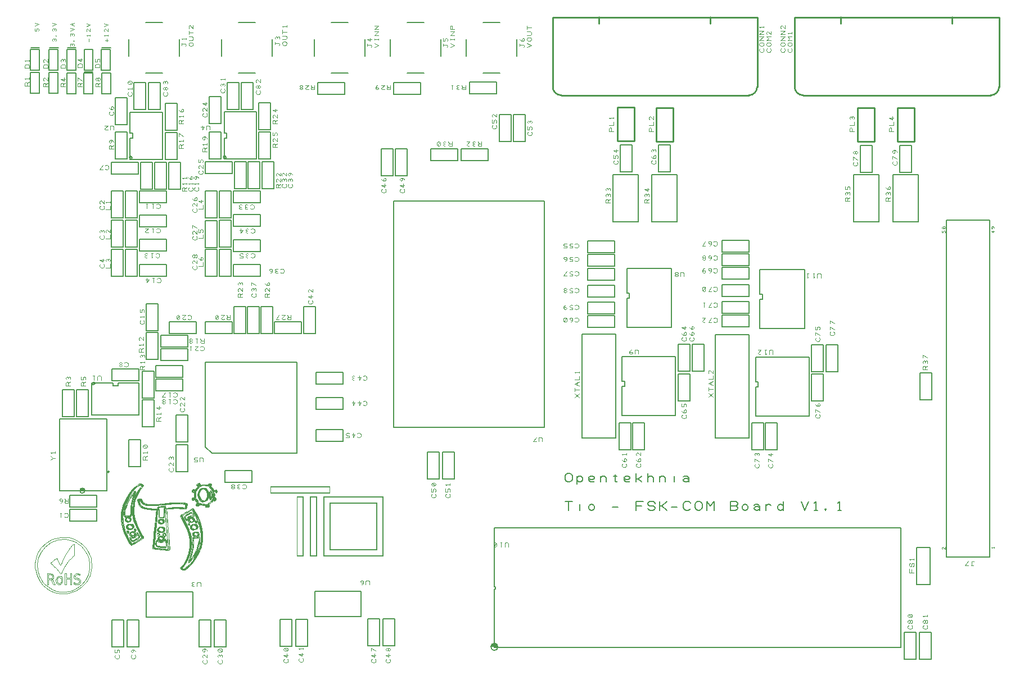
<source format=gbr>
%FSLAX23Y23*%
%MOIN*%
G04 EasyPC Gerber Version 17.0 Build 3379 *
%ADD23C,0.00100*%
%ADD24C,0.00400*%
%ADD10C,0.00500*%
%ADD77C,0.00700*%
%ADD11C,0.01000*%
X0Y0D02*
D02*
D10*
X123Y3493D02*
X70D01*
Y3616*
X123*
Y3493*
X123Y3631D02*
X70D01*
Y3754*
X123*
Y3631*
X123Y3764D02*
X72D01*
X233Y3494D02*
X180D01*
Y3617*
X233*
Y3494*
X233Y3631D02*
X180D01*
Y3754*
X233*
Y3631*
X234Y3764D02*
X182D01*
X328Y1573D02*
Y1733D01*
X258*
Y1573*
X328*
X338Y3631D02*
X285D01*
Y3754*
X338*
Y3631*
X339Y3764D02*
X287D01*
X339Y3491D02*
X286D01*
Y3614*
X339*
Y3491*
X343Y1733D02*
Y1573D01*
X413*
Y1733*
X343*
X361Y1134D02*
G75*
G03X392I15D01*
G01*
G75*
G03X361I-15*
G01*
G36*
G75*
G03X392I15*
G01*
G75*
G03X361I-15*
G01*
G37*
X387Y3620D02*
X438D01*
X387Y3754D02*
X440D01*
Y3631*
X387*
Y3754*
X439Y3491D02*
X386D01*
Y3614*
X439*
Y3491*
X443Y1778D02*
G75*
G03Y1762J-8D01*
G01*
G75*
G03Y1778J8*
G01*
G36*
G75*
G03Y1762J-8*
G01*
G75*
G03Y1778J8*
G01*
G37*
X463Y1023D02*
X303D01*
Y953*
X463*
Y1023*
Y1108D02*
X303D01*
Y1038*
X463*
Y1108*
X523Y1134D02*
Y1561D01*
X242*
Y1134*
X523*
X525Y1246D02*
G75*
G03X537I6D01*
G01*
G75*
G03X525I-6*
G01*
G36*
G75*
G03X537I6*
G01*
G75*
G03X525I-6*
G01*
G37*
X543Y3631D02*
X490D01*
Y3754*
X543*
Y3631*
X544Y3764D02*
X492D01*
X544Y3491D02*
X491D01*
Y3614*
X544*
Y3491*
X550Y3014D02*
X710D01*
Y3084*
X550*
Y3014*
X553Y1788D02*
X713D01*
Y1858*
X553*
Y1788*
X573Y3262D02*
Y3102D01*
X643*
Y3262*
X573*
X620Y2406D02*
Y2566D01*
X550*
Y2406*
X620*
Y2580D02*
Y2740D01*
X550*
Y2580*
X620*
Y2752D02*
Y2912D01*
X550*
Y2752*
X620*
X623Y207D02*
Y368D01*
X553*
Y207*
X623*
X643Y3308D02*
Y3468D01*
X573*
Y3308*
X643*
X653Y3713D02*
Y3813D01*
X656Y3111D02*
G75*
G03X671I8D01*
G01*
G75*
G03X656I-8*
G01*
G36*
G75*
G03X671I8*
G01*
G75*
G03X656I-8*
G01*
G37*
X660Y3380D02*
X852D01*
Y3100*
X660*
Y3225*
X675*
Y3255*
X660*
Y3380*
X683Y3558D02*
Y3398D01*
X753*
Y3558*
X683*
X702Y2406D02*
Y2566D01*
X632*
Y2406*
X702*
Y2580D02*
Y2740D01*
X632*
Y2580*
X702*
Y2753D02*
Y2913D01*
X632*
Y2753*
X702*
X713Y207D02*
Y368D01*
X643*
Y207*
X713*
Y1773D02*
Y1582D01*
X433*
Y1773*
X558*
Y1758*
X587*
Y1773*
X713*
X723Y1278D02*
Y1438D01*
X653*
Y1278*
X723*
X733Y1843D02*
Y1683D01*
X803*
Y1843*
X733*
X756Y383D02*
X1031D01*
Y532*
X756*
Y383*
X792Y2924D02*
Y3084D01*
X722*
Y2924*
X792*
X803Y1513D02*
Y1673D01*
X733*
Y1513*
X803*
X813Y1728D02*
X973D01*
Y1798*
X813*
Y1728*
Y1808D02*
X973D01*
Y1878*
X813*
Y1808*
X825Y1913D02*
Y2072D01*
X755*
Y1913*
X825*
Y2083D02*
Y2243D01*
X755*
Y2083*
X825*
X838Y3398D02*
Y3558D01*
X768*
Y3398*
X838*
X843Y1908D02*
X1002D01*
Y1978*
X843*
Y1908*
Y1988D02*
X1002D01*
Y2058*
X843*
Y1988*
X853Y3613D02*
X753D01*
X853Y3913D02*
X753D01*
X875Y2924D02*
Y3084D01*
X805*
Y2924*
X875*
X875Y2475D02*
X715D01*
Y2405*
X875*
Y2475*
Y2625D02*
X715D01*
Y2555*
X875*
Y2625*
Y2771D02*
X715D01*
Y2701*
X875*
Y2771*
Y2913D02*
X715D01*
Y2843*
X875*
Y2913*
X937Y3099D02*
Y3259D01*
X867*
Y3099*
X937*
Y3273D02*
Y3433D01*
X867*
Y3273*
X937*
X953Y3713D02*
Y3813D01*
X957Y2924D02*
Y3084D01*
X887*
Y2924*
X957*
X1002Y1248D02*
Y1408D01*
X933*
Y1248*
X1002*
Y1423D02*
Y1583D01*
X933*
Y1423*
X1002*
X1053Y2138D02*
X892D01*
Y2067*
X1053*
Y2138*
X1105Y2067D02*
X1265D01*
Y2138*
X1105*
Y2067*
X1105Y3017D02*
X1265D01*
Y3087*
X1105*
Y3017*
X1106Y1394D02*
Y1897D01*
X1648*
Y1355*
X1146*
X1106Y1394*
X1129Y3263D02*
Y3103D01*
X1199*
Y3263*
X1129*
X1138Y207D02*
Y368D01*
X1067*
Y207*
X1138*
X1175Y2406D02*
Y2566D01*
X1105*
Y2406*
X1175*
Y2578D02*
Y2738D01*
X1105*
Y2578*
X1175*
Y2752D02*
Y2912D01*
X1105*
Y2752*
X1175*
X1199Y3312D02*
Y3472D01*
X1129*
Y3312*
X1199*
X1202Y3713D02*
Y3813D01*
X1213Y3113D02*
G75*
G03X1228I8D01*
G01*
G75*
G03X1213I-8*
G01*
G36*
G75*
G03X1228I8*
G01*
G75*
G03X1213I-8*
G01*
G37*
X1217Y3382D02*
X1408D01*
Y3103*
X1217*
Y3228*
X1232*
Y3257*
X1217*
Y3382*
X1223Y1183D02*
X1383D01*
Y1252*
X1223*
Y1183*
X1228Y207D02*
Y368D01*
X1158*
Y207*
X1228*
X1234Y3558D02*
Y3398D01*
X1304*
Y3558*
X1234*
X1259Y2406D02*
Y2566D01*
X1189*
Y2406*
X1259*
Y2580D02*
Y2740D01*
X1189*
Y2580*
X1259*
Y2753D02*
Y2913D01*
X1189*
Y2753*
X1259*
X1275Y2228D02*
Y2067D01*
X1345*
Y2228*
X1275*
X1348Y2927D02*
Y3087D01*
X1278*
Y2927*
X1348*
X1355Y2228D02*
Y2067D01*
X1425*
Y2228*
X1355*
X1388Y3398D02*
Y3558D01*
X1318*
Y3398*
X1388*
X1403Y3613D02*
X1303D01*
X1403Y3913D02*
X1303D01*
X1430Y2927D02*
Y3087D01*
X1360*
Y2927*
X1430*
X1432Y2475D02*
X1272D01*
Y2405*
X1432*
Y2475*
Y2624D02*
X1272D01*
Y2554*
X1432*
Y2624*
Y2772D02*
X1272D01*
Y2702*
X1432*
Y2772*
Y2914D02*
X1272D01*
Y2844*
X1432*
Y2914*
X1435Y2228D02*
Y2067D01*
X1505*
Y2228*
X1435*
X1492Y3103D02*
Y3263D01*
X1422*
Y3103*
X1492*
Y3277D02*
Y3437D01*
X1422*
Y3277*
X1492*
X1503Y3713D02*
Y3813D01*
X1512Y2927D02*
Y3087D01*
X1442*
Y2927*
X1512*
X1618Y211D02*
Y371D01*
X1548*
Y211*
X1618*
X1675Y2138D02*
X1515D01*
Y2067*
X1675*
Y2138*
X1688Y2228D02*
Y2067D01*
X1758*
Y2228*
X1688*
X1712Y211D02*
Y371D01*
X1642*
Y211*
X1712*
X1753Y3713D02*
Y3813D01*
X1755Y387D02*
X2030D01*
Y537*
X1755*
Y387*
X1923Y1498D02*
X1763D01*
Y1428*
X1923*
Y1498*
Y1688D02*
X1763D01*
Y1618*
X1923*
Y1688*
Y1838D02*
X1763D01*
Y1768*
X1923*
Y1838*
X1933Y3558D02*
X1773D01*
Y3488*
X1933*
Y3558*
X1953Y3613D02*
X1853D01*
X1953Y3913D02*
X1853D01*
X2053Y3713D02*
Y3813D01*
X2138Y213D02*
Y373D01*
X2067*
Y213*
X2138*
X2203Y3713D02*
Y3813D01*
X2217Y3003D02*
Y3163D01*
X2148*
Y3003*
X2217*
X2228Y213D02*
Y373D01*
X2158*
Y213*
X2228*
X2303Y3003D02*
Y3163D01*
X2233*
Y3003*
X2303*
X2383Y3558D02*
X2223D01*
Y3488*
X2383*
Y3558*
X2403Y3613D02*
X2303D01*
X2403Y3913D02*
X2303D01*
X2493Y1202D02*
Y1363D01*
X2422*
Y1202*
X2493*
X2503Y3713D02*
Y3813D01*
X2583Y1202D02*
Y1363D01*
X2513*
Y1202*
X2583*
X2603Y3163D02*
X2442D01*
Y3093*
X2603*
Y3163*
X2653Y3713D02*
Y3813D01*
X2783Y3163D02*
X2623D01*
Y3093*
X2783*
Y3163*
X2798Y207D02*
G75*
G03X2840I21D01*
G01*
G75*
G03X2798I-21*
G01*
G36*
G75*
G03X2840I21*
G01*
G75*
G03X2798I-21*
G01*
G37*
X2818Y913D02*
X5228D01*
Y203*
X2818*
Y551*
X2824*
Y564*
X2818*
Y913*
X2833Y3560D02*
X2673D01*
Y3490*
X2833*
Y3560*
X2848Y3368D02*
Y3208D01*
X2918*
Y3368*
X2848*
X2853Y3613D02*
X2753D01*
X2853Y3913D02*
X2753D01*
X2933Y3368D02*
Y3208D01*
X3003*
Y3368*
X2933*
X2953Y3713D02*
Y3813D01*
X3114Y1511D02*
Y2853D01*
X2221*
Y1511*
X3114*
X3373Y2103D02*
X3533D01*
Y2172*
X3373*
Y2103*
Y2183D02*
X3533D01*
Y2253*
X3373*
Y2183*
Y2283D02*
X3533D01*
Y2353*
X3373*
Y2283*
Y2383D02*
X3533D01*
Y2453*
X3373*
Y2383*
Y2467D02*
X3533D01*
Y2538*
X3373*
Y2467*
Y2547D02*
X3533D01*
Y2618*
X3373*
Y2547*
X3538Y1448D02*
Y2063D01*
X3338*
Y1448*
X3538*
X3576Y1930D02*
X3893D01*
Y1580*
X3576*
Y1753*
X3591*
Y1783*
X3576*
Y1930*
X3605Y2453D02*
X3870D01*
Y2103*
X3605*
Y2276*
X3620*
Y2306*
X3605*
Y2453*
X3628Y1378D02*
Y1538D01*
X3558*
Y1378*
X3628*
X3634Y3027D02*
Y3187D01*
X3564*
Y3027*
X3634*
X3673Y2730D02*
Y3010D01*
X3523*
Y2730*
X3673*
X3708Y1378D02*
Y1538D01*
X3638*
Y1378*
X3708*
X3861Y3025D02*
Y3185D01*
X3791*
Y3025*
X3861*
X3903Y2730D02*
Y3010D01*
X3753*
Y2730*
X3903*
X3908Y1828D02*
Y1668D01*
X3978*
Y1828*
X3908*
X3978Y1843D02*
Y2003D01*
X3908*
Y1843*
X3978*
X4063D02*
Y2003D01*
X3993*
Y1843*
X4063*
X4170Y2106D02*
X4330D01*
Y2176*
X4170*
Y2106*
Y2186D02*
X4330D01*
Y2256*
X4170*
Y2186*
Y2286D02*
X4330D01*
Y2356*
X4170*
Y2286*
Y2391D02*
X4330D01*
Y2461*
X4170*
Y2391*
Y2471D02*
X4330D01*
Y2541*
X4170*
Y2471*
Y2551D02*
X4330D01*
Y2621*
X4170*
Y2551*
X4330Y1446D02*
Y2061D01*
X4130*
Y1446*
X4330*
X4367Y1928D02*
X4684D01*
Y1578*
X4367*
Y1751*
X4382*
Y1781*
X4367*
Y1928*
X4392Y2446D02*
X4658D01*
Y2096*
X4392*
Y2269*
X4407*
Y2299*
X4392*
Y2446*
X4415Y1376D02*
Y1536D01*
X4345*
Y1376*
X4415*
X4495D02*
Y1536D01*
X4425*
Y1376*
X4495*
X4700Y1826D02*
Y1666D01*
X4770*
Y1826*
X4700*
X4770Y1841D02*
Y2001D01*
X4700*
Y1841*
X4770*
X4855D02*
Y2001D01*
X4785*
Y1841*
X4855*
X5058Y3023D02*
Y3183D01*
X4988*
Y3023*
X5058*
X5098Y2729D02*
Y3009D01*
X4947*
Y2729*
X5098*
X5293Y3023D02*
Y3183D01*
X5223*
Y3023*
X5293*
X5318Y133D02*
Y293D01*
X5248*
Y133*
X5318*
X5323Y798D02*
Y578D01*
X5403*
Y798*
X5323*
X5333Y2731D02*
Y3011D01*
X5183*
Y2731*
X5333*
X5408Y133D02*
Y293D01*
X5338*
Y133*
X5408*
X5413Y1673D02*
Y1833D01*
X5343*
Y1673*
X5413*
X5756Y740D02*
Y2740D01*
X5500*
Y740*
X5756*
D02*
D11*
X3437Y3906D02*
Y3946D01*
X3649Y3209D02*
Y3409D01*
X3549*
Y3209*
X3649*
X3878Y3208D02*
Y3408D01*
X3778*
Y3208*
X3878*
X4099Y3906D02*
Y3946D01*
X4327Y3481D02*
X3215D01*
G75*
G02X3165Y3531J50*
G01*
Y3943*
X4377*
Y3531*
G75*
G02X4327Y3481I-50*
G01*
X4871Y3906D02*
Y3946D01*
X5071Y3208D02*
Y3408D01*
X4971*
Y3208*
X5071*
X5308Y3208D02*
Y3408D01*
X5208*
Y3208*
X5308*
X5533Y3906D02*
Y3946D01*
X5761Y3481D02*
X4649D01*
G75*
G02X4599Y3531J50*
G01*
Y3943*
X5811*
Y3531*
G75*
G02X5761Y3481I-50*
G01*
D02*
D23*
X167Y578D02*
Y642D01*
X179Y642*
X187Y642*
X192Y641*
X195Y640*
X198Y639*
X203Y634*
X206Y627*
X206Y620*
X204Y615*
X201Y611*
X196Y609*
X193Y608*
X196Y607*
X198Y606*
X201Y603*
X204Y597*
X209Y587*
X214Y578*
X205*
X200Y588*
X196Y596*
X194Y600*
X192Y603*
X189Y604*
X185Y605*
X180Y606*
X176Y606*
Y578*
X167*
X189Y612D02*
X194Y614D01*
X196Y617*
X197Y619*
X198Y623*
X197Y627*
X197Y629*
X194Y633*
X190Y635*
X186Y635*
X182Y635*
X176*
Y612*
X181*
X186Y612*
X189Y612*
X233Y578D02*
X229Y580D01*
X226Y583*
X222Y590*
X220Y600*
X222Y614*
X228Y623*
X233Y626*
X239Y627*
X245Y626*
X251Y625*
X254Y621*
X257Y617*
X260Y608*
X260Y597*
X256Y585*
X248Y579*
X241Y577*
X233Y578*
X244Y644D02*
X237Y654D01*
X232Y660*
X228Y666*
X222Y672*
X219Y675*
X215Y679*
X210Y684*
X205Y688*
X197Y695*
X192Y700*
X189Y703*
X189Y704*
X190Y706*
X194Y709*
X201Y715*
X210Y722*
X216Y727*
X220Y730*
X223Y731*
X224Y732*
X226*
X228Y726*
X233Y717*
X237Y708*
X240Y700*
X242Y696*
X244Y694*
X247Y694*
X248Y696*
X251Y701*
X254Y708*
X258Y717*
X262Y726*
X268Y737*
X273Y748*
X278Y758*
X284Y768*
X291Y778*
X297Y787*
X301Y794*
X305Y797*
X308Y801*
X312Y805*
X316Y809*
X320Y812*
X323Y814*
X325Y816*
X326Y816*
X325Y816*
X324Y815*
X323Y814*
X323Y814*
X326Y816*
X328Y815*
X328Y811*
X328Y804*
X327Y795*
X327Y784*
Y773*
X328Y760*
X328Y754*
X327Y750*
X326Y748*
X323Y746*
X314Y738*
X307Y731*
X300Y723*
X293Y714*
X270Y681*
X254Y650*
X251Y644*
X249Y641*
X247Y640*
X244Y644*
X246Y585D02*
X249Y588D01*
X251Y592*
X252Y597*
X252Y602*
X252Y607*
X252Y611*
X247Y618*
X240Y621*
X234Y619*
X230Y615*
X229Y610*
X228Y603*
X228Y595*
X230Y590*
X233Y586*
X237Y584*
X241Y584*
X246Y585*
X253Y523D02*
X241Y524D01*
X231Y525*
X222Y528*
X212Y530*
X186Y541*
X163Y556*
X142Y574*
X125Y596*
X107Y631*
X97Y669*
X96Y673*
X96Y677*
X96Y682*
X96Y690*
X96Y699*
X96Y706*
X97Y712*
X98Y718*
X110Y759*
X132Y795*
X162Y824*
X198Y846*
X247Y858*
X297Y856*
X320Y849*
X342Y840*
X362Y828*
X380Y813*
X396Y796*
X409Y777*
X420Y755*
X427Y733*
X432Y680*
X421Y629*
X401Y592*
X372Y562*
X337Y539*
X297Y525*
X281Y523*
X263Y522*
X256Y522*
X253Y523*
X273Y578D02*
Y642D01*
X281*
Y616*
X305*
Y642*
X313*
Y578*
X305*
X305Y593*
X305Y609*
X281*
X281Y593*
X281Y578*
X273*
X280Y534D02*
X314Y541D01*
X345Y556*
X372Y577*
X395Y604*
X411Y636*
X419Y671*
X419Y707*
X411Y742*
X400Y765*
X386Y787*
X369Y805*
X348Y821*
X341Y825*
X334Y829*
X326Y832*
X319Y835*
X275Y845*
X231Y842*
X190Y826*
X154Y799*
X131Y770*
X116Y736*
X109Y699*
X111Y661*
X122Y627*
X140Y596*
X143Y591*
X146Y588*
X149Y584*
X153Y580*
X175Y562*
X199Y548*
X225Y538*
X253Y534*
X259Y534*
X266Y534*
X274Y534*
X280Y534*
X336Y578D02*
X330Y580D01*
X326Y581*
Y590*
X331Y587*
X339Y584*
X347Y584*
X353Y586*
X357Y590*
X358Y596*
X356Y602*
X352Y605*
X344Y607*
X335Y610*
X330Y613*
X326Y618*
X325Y625*
X327Y632*
X331Y637*
X337Y642*
X346Y643*
X360Y641*
X362Y640*
Y636*
X362Y633*
X362Y632*
X361Y632*
X359Y633*
X351Y636*
X343Y636*
X337Y634*
X334Y629*
X333Y624*
X335Y620*
X339Y617*
X346Y615*
X353Y613*
X358Y610*
X362Y607*
X364Y604*
X365Y601*
X365Y595*
X365Y590*
X364Y587*
X359Y581*
X352Y578*
X344Y577*
X336Y578*
X639Y971D02*
X637Y969D01*
X636Y967*
X635Y967*
X636Y967*
X637Y969*
X639Y971*
X642Y895D02*
X642Y895D01*
X642Y895*
X642Y893*
X642Y892*
X643Y887*
X645Y884*
X645Y883*
X643Y885*
X642Y888*
X641Y892*
X642Y895*
X642Y895*
X642Y895*
Y897D02*
X641Y896D01*
X640Y895*
X640Y891*
X641Y887*
X642Y884*
X644Y882*
X645Y881*
X646Y882*
X646Y882*
X646Y884*
X645Y888*
X643Y892*
X643Y893*
X643Y894*
X643Y896*
X642Y897*
X643Y928D02*
X641Y923D01*
X642Y919*
X643Y915*
X646Y911*
X648Y909*
X648Y909*
X648*
X647Y909*
X643Y911*
X639Y915*
X638Y919*
X639Y923*
X643Y928*
X646Y896D02*
X646D01*
X646Y896*
X649Y895*
X651Y893*
X652Y891*
X651Y889*
X650Y885*
X649Y883*
X650Y885*
X649Y890*
X647Y894*
X646Y896*
X646Y896*
X646Y896*
X646Y898D02*
X645Y897D01*
X644Y896*
X645Y895*
X646Y893*
X648Y890*
X648Y886*
X648Y882*
X648Y882*
X649Y881*
X650Y882*
X652Y885*
X653Y888*
X653Y891*
X653Y893*
X650Y896*
X647Y898*
X646Y898*
X647Y934D02*
X647Y934D01*
X647Y934*
X644Y931*
X639Y925*
X637Y919*
X638Y914*
X642Y910*
X646Y908*
X647Y907*
X649Y907*
X649Y908*
X649Y910*
X647Y912*
X644Y916*
X643Y921*
X643Y926*
X645Y930*
X648Y933*
X648Y933*
X647Y934*
X650Y976D02*
X655Y976D01*
X661Y972*
X665Y967*
X665Y961*
X661Y956*
X661Y956*
X657Y952*
X651Y950*
X644Y949*
X637Y950*
X634Y951*
X632Y953*
X630Y956*
X629Y958*
X628Y961*
X629Y965*
X630Y968*
X632Y970*
X636Y973*
X643Y975*
X650Y976*
Y978D02*
X643Y977D01*
X636Y975*
X631Y971*
X628Y968*
X627Y965*
X627Y961*
X627Y958*
X629Y955*
X631Y952*
X634Y950*
X637Y949*
X644Y948*
X651Y949*
X657Y951*
X662Y955*
X666Y961*
X666Y967*
X662Y973*
X656Y977*
X650Y978*
X651Y1106D02*
X643Y1091D01*
X634Y1075*
X627Y1059*
X622Y1046*
X613Y1009*
X612Y970*
X617Y930*
X629Y888*
X636Y871*
X645Y852*
X655Y834*
X665Y818*
X666Y815*
X665Y815*
X665Y816*
X663Y818*
X658Y824*
X652Y835*
X644Y848*
X627Y887*
X616Y924*
X610Y960*
X610Y994*
X613Y1014*
X617Y1034*
X624Y1054*
X633Y1075*
X640Y1088*
X649Y1102*
X651Y1106*
X653Y973D02*
X653D01*
X656Y972*
X658Y971*
X660Y968*
X662Y966*
X662Y963*
X661Y960*
X659Y957*
X657Y955*
X658Y960*
X658Y961*
X657Y961*
X657Y961*
X656Y960*
X655Y958*
X653Y954*
X649Y953*
X647Y952*
X648Y953*
X649Y953*
X649Y954*
X648Y954*
X648Y954*
X646Y954*
X645Y955*
X643Y956*
X639Y959*
X636Y962*
X635Y962*
X634Y963*
X634Y962*
X634Y961*
X634Y960*
X637Y956*
X639Y953*
X639Y953*
X637Y954*
X634Y956*
X632Y958*
X631Y959*
X631Y961*
X631Y963*
X633Y967*
X635Y970*
X637Y970*
X636Y970*
X634Y968*
X634Y967*
X634Y965*
X635Y965*
X636Y965*
X637Y966*
X639Y969*
X641Y972*
X642Y972*
X643*
X646Y972*
X650Y970*
X653Y969*
X655Y967*
X656Y965*
X657Y963*
X657Y963*
X657Y963*
X658Y962*
X658Y963*
X658Y963*
X658Y964*
X658Y965*
X657Y968*
X655Y971*
X653Y973*
X653Y973*
X653Y974D02*
X652Y974D01*
X651Y973*
X651Y973*
X652Y972*
X654Y970*
X656Y968*
X657Y966*
X656Y968*
X654Y970*
X651Y971*
X647Y973*
X643Y974*
X641*
X640Y973*
X639Y971*
X639Y972*
Y972*
X639Y973*
X638Y973*
X637Y972*
X634Y971*
X632Y968*
X630Y963*
X630Y961*
X630Y959*
X633Y955*
X637Y952*
X639Y952*
X640Y953*
X640Y954*
X638Y957*
X635Y960*
X635Y961*
X638Y958*
X642Y955*
X645Y953*
X645Y953*
X643Y952*
X642Y952*
X643Y951*
X643Y951*
X646Y951*
X650Y951*
X654Y953*
X656Y957*
X657Y959*
X656Y956*
X655Y955*
X655Y955*
X655Y954*
X655Y954*
X655Y953*
X656Y954*
X657Y954*
X660Y956*
X662Y959*
X663Y963*
X663Y966*
X661Y969*
X659Y972*
X656Y973*
X653Y974*
X654Y908D02*
X652Y908D01*
X651Y908*
X651Y907*
X651Y906*
X652Y906*
X653Y906*
X655Y906*
X655Y907*
X655Y907*
X655*
Y908*
X655Y908*
X654Y908*
X655Y936D02*
X653Y936D01*
X653Y935*
X652Y935*
X653Y934*
X653Y934*
X654Y934*
X656Y934*
X657Y934*
X657Y935*
X657*
Y935*
X657Y935*
X655Y936*
X656Y932D02*
X662Y931D01*
X667Y928*
X670Y924*
X671Y919*
X671Y917*
X668Y914*
X666Y911*
X666Y909*
X666Y909*
X665Y909*
X664Y910*
X663Y910*
X663Y909*
X663Y909*
X663Y908*
Y908*
X663Y908*
X663Y907*
X662Y907*
X660Y908*
X657Y909*
X650Y913*
X648Y915*
X646Y916*
X644Y919*
X644Y922*
X645Y925*
X648Y928*
X652Y931*
X656Y932*
Y933D02*
X651Y933D01*
X647Y929*
X644Y926*
X643Y922*
X643Y919*
X645Y916*
X650Y911*
X657Y908*
X660Y907*
X662Y906*
X664Y906*
X664Y907*
X664Y908*
X665Y908*
X667Y908*
X667Y908*
X667Y908*
X667Y909*
X667Y909*
X667Y909*
X668Y910*
X669Y913*
X672Y916*
X673Y919*
X671Y925*
X667Y929*
X662Y932*
X656Y933*
Y937D02*
X665Y937D01*
X673Y934*
X678Y929*
X680Y923*
X681Y920*
X680Y918*
X679Y916*
X677Y914*
X673Y910*
X668Y907*
X663Y905*
X656Y905*
X651Y905*
X647Y906*
X643Y907*
X639Y910*
X637Y913*
X635Y916*
X636Y924*
X640Y930*
X647Y935*
X656Y937*
X660Y1120D02*
X659Y1120D01*
X659Y1119*
X658Y1118*
X655Y1115*
X652Y1109*
X648Y1103*
X639Y1088*
X632Y1075*
X623Y1055*
X616Y1035*
X611Y1015*
X608Y994*
X608Y960*
X614Y924*
X626Y886*
X643Y848*
X651Y834*
X657Y824*
X662Y817*
X664Y815*
X665Y814*
X667Y814*
X667Y815*
X667Y815*
X667Y817*
X666Y818*
X656Y835*
X646Y853*
X637Y872*
X630Y889*
X618Y930*
X613Y970*
X615Y1009*
X623Y1045*
X629Y1059*
X636Y1075*
X645Y1092*
X653Y1106*
X656Y1111*
X658Y1115*
X660Y1118*
X660Y1119*
X660Y1119*
Y1119*
X660Y1120*
X660Y1120*
X661Y938D02*
X656Y938D01*
X646Y936*
X639Y931*
X635Y924*
X634Y916*
X636Y912*
X639Y909*
X642Y906*
X646Y904*
X651Y904*
X656Y903*
X663Y904*
X669Y906*
X674Y909*
X678Y913*
X680Y915*
X681Y918*
X682Y923*
X679Y930*
X674Y935*
X668Y937*
X661Y938*
X663Y876D02*
X664Y874D01*
X667Y871*
X671Y869*
X671Y869*
X671*
X668Y870*
X665Y872*
X665Y872*
X663Y875*
X663Y876*
X663Y936D02*
X661Y936D01*
X660Y935*
X660Y935*
X660Y934*
X661Y934*
X662Y934*
X664Y934*
X665Y934*
X665Y935*
X665*
Y935*
X664Y935*
X663Y936*
X665Y886D02*
X665Y886D01*
X664Y883*
X663Y882*
X663Y883*
X664Y885*
X665Y886*
X667Y935D02*
X666Y934D01*
X667Y933*
X669Y930*
X672Y926*
X673Y923*
X673Y919*
X672Y915*
X671Y912*
X671Y911*
X671Y911*
X672Y910*
X672Y911*
X673Y911*
X676Y914*
X677Y917*
X678Y921*
X678Y925*
X676Y929*
X673Y932*
X669Y934*
X667Y935*
X668Y1130D02*
X667Y1130D01*
X665Y1128*
X663Y1125*
X661Y1122*
X660Y1121*
X660Y1120*
X660Y1120*
X661Y1120*
X661Y1120*
X662Y1120*
X663Y1121*
X666Y1125*
X668Y1128*
X668Y1129*
X668Y1130*
X668Y1130*
X668Y933D02*
X669Y933D01*
X672Y931*
X675Y928*
X677Y925*
X677Y921*
X676Y918*
X674Y915*
X673Y912*
X673Y912*
X673Y914*
X674Y923*
X670Y931*
X668Y933*
X668Y933*
X668Y889D02*
X664Y888D01*
X661Y885*
X658Y882*
X657Y877*
X658Y874*
X659Y872*
X663Y869*
X667Y867*
X672Y867*
X675Y867*
X676Y868*
X676Y869*
X678Y868*
X680Y868*
X681Y868*
X682Y869*
Y870*
X682Y871*
X683Y874*
X684Y878*
X684Y882*
X681Y885*
X677Y888*
X672Y889*
X668Y889*
X668Y888D02*
X672Y888D01*
X677Y886*
X680Y884*
X683Y881*
X683Y878*
X682Y874*
X681Y871*
X681Y870*
X681Y869*
X680Y869*
X678Y870*
X676Y870*
X675Y869*
X675Y868*
X675Y868*
X675Y868*
X674*
X672Y868*
X671Y868*
X674Y868*
X674Y869*
X671Y871*
X668Y872*
X665Y875*
X663Y877*
X662Y878*
X661Y877*
X661Y877*
X662Y875*
X664Y872*
X664Y872*
X666Y869*
X669Y868*
X663Y870*
X660Y873*
X659Y874*
X659Y877*
X659Y881*
X661Y884*
X663Y886*
X663Y885*
X662Y883*
X661Y881*
X661Y880*
X662Y880*
X663Y880*
X665Y883*
X666Y885*
X667Y886*
X667Y887*
X666Y887*
X668Y888*
X675Y1138D02*
X674Y1138D01*
X674Y1138*
X673Y1137*
X670Y1135*
X668Y1132*
X668Y1132*
X668Y1131*
X668Y1131*
X668Y1130*
X669Y1130*
X669Y1131*
X670Y1131*
X673Y1134*
X675Y1136*
X675Y1137*
X675Y1137*
X675Y1138*
X675Y1138*
X678Y892D02*
X683Y891D01*
X687Y889*
X691Y885*
X692Y879*
X690Y873*
X685Y869*
X680Y867*
X674Y866*
X667Y866*
X663Y866*
X659Y869*
X657Y871*
X656Y875*
X655Y878*
X656Y882*
X658Y885*
X661Y888*
X665Y890*
X671Y891*
X678Y892*
X678Y893D02*
X671Y893D01*
X665Y891*
X661Y889*
X657Y886*
X655Y882*
X654Y879*
X654Y875*
X656Y871*
X658Y868*
X662Y865*
X667Y864*
X674Y865*
X681Y866*
X686Y868*
X691Y872*
X693Y879*
X692Y885*
X688Y890*
X684Y892*
X678Y893*
X681Y890D02*
X680Y890D01*
Y888*
X682Y886*
X684Y883*
X685Y880*
X684Y876*
X683Y872*
X683Y871*
X682Y870*
X683Y870*
X683Y870*
X684Y870*
X685Y870*
X686Y872*
X689Y876*
X690Y880*
X689Y884*
X686Y887*
X683Y889*
X681Y890*
X681Y889D02*
X683Y888D01*
X686Y886*
X688Y883*
X689Y880*
X688Y876*
X686Y873*
X685Y872*
X686Y876*
X686Y880*
X685Y884*
X683Y887*
X681Y889*
X685Y908D02*
X685Y908D01*
X685Y907*
X684Y905*
X684Y903*
X685Y901*
X688Y899*
X690Y896*
X690Y896*
X690Y896*
X687Y898*
X684Y901*
X684Y904*
X684Y907*
X685Y908*
X685Y908*
X686Y910D02*
X685Y910D01*
X683Y908*
X682Y905*
X683Y901*
X686Y897*
X689Y895*
X690Y894*
X691Y894*
X692Y895*
X692Y896*
X691Y897*
X689Y900*
X686Y902*
X685Y904*
X685Y905*
X686Y906*
X687Y908*
X687Y909*
X687Y909*
X686Y910*
X688Y1133D02*
X688Y1132D01*
X687Y1130*
X685Y1127*
X682Y1123*
X678Y1118*
X673Y1110*
X666Y1101*
X658Y1088*
X649Y1072*
X641Y1055*
X635Y1040*
X632Y1028*
X629Y1015*
X627Y1009*
X626Y1003*
X626Y999*
X626Y995*
X626Y990*
X627Y987*
X629Y984*
X632Y984*
X634Y984*
X638Y985*
X647Y986*
X656Y987*
X659Y987*
X660Y988*
X661Y988*
X661Y989*
X661Y989*
X661Y991*
X662Y998*
X662Y1008*
X663Y1020*
X664Y1041*
X665Y1056*
X668Y1071*
X673Y1088*
X677Y1101*
X681Y1112*
X685Y1120*
X690Y1127*
X691Y1128*
Y1128*
X689Y1123*
X686Y1114*
X676Y1087*
X669Y1060*
X667Y1051*
X666Y1042*
X666Y1031*
X666Y1014*
X665Y1003*
X665Y993*
X665Y986*
X665Y984*
X665Y983*
X665Y983*
X664Y983*
X662Y982*
X659Y982*
X654Y982*
X646Y983*
X638Y981*
X632Y980*
X628Y979*
X626Y980*
X624Y982*
X623Y988*
X623Y996*
X624Y1006*
X626Y1017*
X631Y1038*
X640Y1060*
X650Y1082*
X662Y1102*
X670Y1113*
X678Y1123*
X682Y1127*
X685Y1131*
X688Y1132*
X688Y1133*
X688Y1134D02*
X687Y1134D01*
X685Y1132*
X681Y1128*
X677Y1124*
X669Y1114*
X661Y1103*
X649Y1082*
X638Y1060*
X630Y1038*
X624Y1017*
X623Y1006*
X622Y996*
X622Y988*
X623Y982*
X625Y979*
X628Y978*
X632Y978*
X639Y980*
X646Y981*
X654Y981*
X659Y981*
X662Y981*
X666Y982*
X666Y983*
X666Y984*
X666Y986*
X667Y993*
X667Y1003*
X667Y1014*
X667Y1031*
X668Y1042*
X669Y1050*
X671Y1060*
X677Y1086*
X687Y1113*
X691Y1122*
X692Y1128*
X692Y1129*
X692Y1130*
X691Y1130*
X690Y1129*
X689Y1127*
X684Y1121*
X680Y1113*
X676Y1102*
X671Y1088*
X667Y1071*
X664Y1056*
X662Y1041*
X661Y1020*
X661Y1008*
X661Y998*
X660Y991*
X660Y989*
X660Y989*
Y989*
X659Y989*
X659Y988*
X656Y988*
X647Y987*
X637Y986*
X632Y985*
X630Y985*
X629Y987*
X627Y991*
X627Y995*
X627Y999*
X628Y1003*
X629Y1009*
X630Y1015*
X633Y1027*
X637Y1039*
X642Y1054*
X650Y1071*
X659Y1087*
X667Y1100*
X674Y1110*
X679Y1117*
X683Y1122*
X686Y1127*
X688Y1130*
X689Y1131*
X689Y1133*
X689Y1134*
X688Y1134*
X689Y909D02*
X690Y908D01*
X690Y908*
X692Y905*
X693Y902*
X693Y901*
X691Y903*
X690Y907*
X689Y908*
Y908*
X689Y909*
Y910D02*
X688Y910D01*
X687Y909*
X687Y908*
X688Y906*
X690Y903*
X693Y900*
X694Y899*
X694*
X695Y899*
Y900*
X695Y902*
X693Y905*
X691Y908*
X690Y909*
X689Y910*
X690Y1155D02*
X690Y1155D01*
X690Y1155*
X689Y1155*
X687Y1153*
X682Y1148*
X677Y1143*
X676Y1141*
X676Y1141*
X676Y1140*
X676Y1140*
X676Y1140*
X677Y1140*
X677Y1140*
X677Y1140*
X679Y1142*
X684Y1147*
X689Y1152*
X691Y1154*
X691Y1154*
X691Y1155*
X691Y1155*
X690Y1155*
X700Y1163D02*
X699Y1163D01*
X699Y1163*
X698Y1162*
X696Y1160*
X695Y1160*
X695Y1159*
X695Y1159*
X695Y1158*
X696Y1158*
X697Y1158*
X699Y1160*
X700Y1162*
X700Y1162*
X700Y1162*
Y1163*
X700Y1163*
X700Y1163*
X700*
X700Y887D02*
X700Y885D01*
X701Y880*
Y879*
X700Y881*
X699Y882*
X698Y882*
X697Y880*
X695Y877*
X693Y872*
X690Y868*
X687Y864*
X683Y862*
X677Y860*
X670Y860*
X663*
X659Y859*
X656Y858*
X656Y855*
X657Y850*
X659Y845*
X663Y839*
X666Y835*
X671Y833*
X677Y833*
X681Y834*
X685Y836*
X690Y839*
X696Y842*
X702Y846*
X707Y849*
X711Y852*
X713Y854*
X715Y860*
X714Y868*
X710Y876*
X704Y883*
X701Y885*
X700Y887*
X702Y883D02*
X703Y882D01*
X709Y875*
X712Y868*
X713Y860*
X712Y855*
X710Y853*
X706Y850*
X701Y847*
X695Y843*
X689Y840*
X684Y837*
X680Y835*
X677Y834*
X671Y834*
X667Y836*
X664Y840*
X661Y845*
X658Y851*
X657Y855*
X657Y857*
X659Y858*
X663Y859*
X670Y859*
X677Y859*
X683Y860*
X688Y863*
X692Y867*
X694Y872*
X696Y876*
X698Y880*
X699Y881*
X699Y881*
X699Y880*
X700Y878*
X701Y876*
X701Y875*
X702Y875*
X702Y875*
X703Y876*
X703Y876*
X703Y877*
X702Y880*
X702Y883*
X703Y872D02*
X704Y872D01*
X706Y869*
X708Y866*
X709Y862*
X707Y859*
X706Y857*
X703Y854*
X699Y852*
X694Y849*
X688Y845*
X684Y843*
X680Y841*
X678Y839*
X674Y839*
X671Y840*
X668Y842*
X666Y845*
X664Y849*
X664Y852*
X665Y852*
X666Y853*
X668Y853*
X672Y853*
X680Y854*
X687Y856*
X692Y860*
X698Y866*
X701Y870*
X702Y872*
X703Y872*
X703Y874D02*
X702Y873D01*
X700Y871*
X697Y867*
X692Y861*
X686Y857*
X680Y855*
X672Y855*
X668Y855*
X666Y854*
X663Y852*
X663Y849*
X665Y845*
X667Y841*
X671Y838*
X674Y837*
X678Y838*
X681Y840*
X685Y841*
X689Y844*
X695Y848*
X700Y851*
X703Y853*
X706Y856*
X708Y858*
X710Y862*
X709Y866*
X707Y870*
X705Y873*
X703Y874*
X708Y1080D02*
X709D01*
X709Y1078*
X710Y1076*
X711Y1071*
X711Y1067*
X713Y1062*
X714Y1058*
X715Y1055*
X718Y1049*
X724Y1043*
X730Y1038*
X738Y1034*
X742Y1032*
X735Y1035*
X724Y1042*
X716Y1050*
X711Y1061*
X708Y1073*
X707Y1078*
X708Y1080*
X712Y1137D02*
X702Y1119D01*
X693Y1099*
X686Y1078*
X681Y1057*
X679Y1041*
X678Y1022*
X678Y1003*
X680Y987*
X686Y960*
X696Y932*
X709Y902*
X725Y871*
X729Y866*
X731Y861*
X733Y858*
X734Y856*
X734Y856*
X734Y856*
X733Y856*
X731Y859*
X728Y864*
X724Y870*
X716Y885*
X707Y901*
X695Y926*
X686Y950*
X680Y973*
X676Y996*
X675Y1018*
X676Y1040*
X680Y1062*
X686Y1085*
X691Y1098*
X697Y1112*
X704Y1125*
X712Y1137*
X714Y1064D02*
X712Y1071D01*
X711Y1076*
X710Y1079*
X709Y1081*
X708Y1081*
X706Y1078*
X706Y1076*
X706Y1073*
X709Y1060*
X715Y1049*
X723Y1041*
X734Y1034*
X741Y1031*
X744Y1030*
X746Y1029*
X746Y1029*
X746Y1030*
X746Y1030*
X746Y1031*
X745Y1032*
X739Y1035*
X731Y1039*
X725Y1044*
X719Y1050*
X716Y1056*
X715Y1059*
X714Y1064*
X717Y1083D02*
X717Y1082D01*
X718Y1081*
X719Y1076*
X722Y1069*
X726Y1063*
X731Y1058*
X738Y1054*
X755Y1048*
X778Y1045*
X785Y1045*
X792Y1045*
X800Y1046*
X809Y1046*
X822Y1047*
X838Y1049*
X859Y1051*
X886Y1054*
X917Y1057*
X944Y1058*
X966Y1057*
X982Y1054*
X987Y1053*
X986Y1047*
X985Y1042*
X985Y1038*
X984Y1036*
X984Y1034*
X983Y1033*
X980Y1034*
X976Y1034*
X969Y1035*
X960Y1035*
X949Y1035*
X935Y1036*
X924Y1036*
X913Y1035*
X902Y1034*
X888Y1032*
X877Y1031*
X869Y1029*
X867Y1028*
X866Y1028*
X867Y1030*
X870Y1035*
X870Y1036*
X871Y1037*
X871Y1037*
X870Y1038*
X870Y1038*
X869Y1038*
X868Y1037*
X865Y1036*
X861Y1032*
X858Y1025*
X857Y1020*
X857Y1015*
X857Y1008*
X857Y1000*
X857Y992*
X857Y987*
X857Y982*
X856Y980*
X855Y978*
X853Y977*
X849Y977*
X845Y977*
X840Y977*
X837Y977*
X835Y978*
X833Y979*
X832Y982*
X832Y986*
X832Y992*
X832Y1000*
X832Y1010*
X832Y1017*
X831Y1022*
X830Y1025*
X828Y1029*
X825Y1032*
X823Y1033*
X822Y1032*
X821Y1031*
X822Y1027*
X823Y1027*
X822*
X794Y1028*
X779Y1029*
X768Y1029*
X761Y1030*
X755Y1032*
X738Y1038*
X725Y1047*
X720Y1052*
X717Y1058*
X715Y1064*
X714Y1072*
X714Y1077*
X714Y1080*
X714Y1082*
X715Y1082*
X717Y1083*
X717Y1083*
X717Y1169D02*
X719Y1168D01*
X722Y1166*
X727Y1163*
X721Y1156*
X702Y1131*
X688Y1102*
X677Y1069*
X671Y1033*
X672Y996*
X680Y955*
X697Y912*
X722Y864*
X724Y860*
X726Y857*
X727Y854*
X728Y854*
X727Y854*
X726Y853*
X720Y849*
X711Y844*
X700Y837*
X698Y836*
X688Y830*
X679Y825*
X673Y821*
X671Y820*
X670Y820*
X670Y820*
X669Y821*
X665Y825*
X661Y832*
X656Y841*
X645Y862*
X636Y883*
X630Y898*
X625Y915*
X621Y931*
X618Y946*
X617Y962*
X616Y980*
X617Y998*
X618Y1013*
X627Y1045*
X641Y1078*
X659Y1110*
X682Y1139*
X688Y1147*
X697Y1155*
X707Y1163*
X714Y1168*
X716Y1169*
X717Y1169*
X717Y1170D02*
X715Y1170D01*
X713Y1169*
X706Y1164*
X697Y1156*
X688Y1147*
X681Y1140*
X658Y1111*
X640Y1078*
X625Y1045*
X617Y1013*
X615Y998*
X615Y980*
X615Y962*
X617Y946*
X620Y931*
X624Y914*
X629Y898*
X634Y883*
X644Y861*
X655Y840*
X660Y831*
X664Y824*
X668Y820*
X669Y819*
X671Y819*
X672Y819*
X673Y820*
X680Y824*
X689Y829*
X700Y836*
X702Y837*
X712Y843*
X720Y848*
X726Y851*
X728Y853*
X729Y853*
X729Y853*
X729Y853*
X729Y853*
Y854*
X729Y854*
X729Y855*
X727Y857*
X725Y861*
X723Y865*
X698Y912*
X682Y956*
X673Y996*
X673Y1033*
X679Y1069*
X689Y1101*
X703Y1130*
X722Y1155*
X729Y1163*
X729Y1163*
X729Y1164*
X723Y1168*
X720Y1170*
X717Y1170*
X719Y1175D02*
X718Y1175D01*
X718Y1174*
X718Y1174*
X720Y1172*
X724Y1169*
X729Y1166*
X730Y1164*
X731Y1164*
X731Y1164*
X731Y1162*
X733Y1163*
X734Y1164*
X734Y1165*
X733Y1166*
X731Y1168*
X727Y1171*
X722Y1174*
X720Y1175*
X719Y1175*
X719Y1176D02*
X721Y1176D01*
X724Y1175*
X730Y1171*
X735Y1168*
X737Y1166*
X737Y1165*
X737Y1164*
X736Y1163*
X732Y1158*
X719Y1142*
X707Y1122*
X696Y1100*
X688Y1077*
X685Y1062*
X682Y1048*
X681Y1032*
X681Y1015*
X682Y998*
X684Y983*
X688Y967*
X693Y949*
X700Y930*
X708Y912*
X717Y893*
X730Y870*
X733Y864*
X736Y859*
X738Y856*
X738Y855*
X738Y855*
X738Y854*
X736Y853*
X732Y851*
X728Y848*
X717Y841*
X704Y833*
X691Y825*
X679Y819*
X674Y816*
X670Y814*
X667Y813*
X666Y812*
X664Y812*
X662Y813*
X660Y816*
X656Y821*
X638Y853*
X623Y887*
X613Y922*
X607Y955*
X606Y970*
X606Y987*
X608Y1003*
X610Y1017*
X617Y1045*
X629Y1073*
X644Y1101*
X661Y1126*
X676Y1144*
X693Y1160*
X702Y1167*
X709Y1172*
X715Y1175*
X719Y1176*
Y1178D02*
X715Y1176D01*
X708Y1173*
X701Y1168*
X692Y1161*
X675Y1145*
X660Y1127*
X642Y1101*
X628Y1074*
X616Y1045*
X609Y1017*
X606Y1003*
X605Y987*
X605Y970*
X606Y955*
X612Y921*
X622Y887*
X637Y853*
X655Y821*
X659Y815*
X661Y812*
X664Y810*
X666Y811*
X668Y811*
X671Y813*
X675Y815*
X680Y818*
X691Y824*
X705Y832*
X718Y840*
X729Y847*
X733Y849*
X737Y852*
X739Y853*
X739Y854*
X740Y854*
X740Y855*
X740Y855*
X740Y855*
X739Y856*
X737Y860*
X735Y865*
X731Y871*
X719Y894*
X709Y913*
X701Y931*
X695Y949*
X689Y967*
X685Y983*
X683Y998*
X682Y1015*
X682Y1032*
X684Y1047*
X686Y1062*
X690Y1077*
X698Y1099*
X708Y1121*
X720Y1141*
X733Y1158*
X737Y1162*
X738Y1164*
X738Y1165*
X738Y1167*
X736Y1169*
X730Y1173*
X724Y1176*
X719Y1178*
X720Y1150D02*
X720Y1149D01*
X720Y1149*
X719Y1148*
X709Y1136*
X700Y1120*
X691Y1102*
X685Y1085*
X679Y1062*
X675Y1040*
X674Y1018*
X675Y996*
X679Y973*
X685Y950*
X694Y926*
X706Y901*
X715Y884*
X723Y869*
X727Y863*
X730Y858*
X732Y855*
X733Y854*
X734Y854*
X734Y854*
X735Y855*
Y857*
X734Y858*
X733Y862*
X730Y866*
X727Y872*
X710Y903*
X697Y932*
X688Y960*
X681Y987*
X680Y1003*
X679Y1022*
X680Y1041*
X682Y1057*
X687Y1080*
X695Y1102*
X705Y1123*
X717Y1142*
X719Y1145*
X721Y1148*
X721Y1149*
X721Y1149*
X721Y1149*
X720Y1150*
X722Y1083D02*
X722Y1083D01*
X723Y1081*
X725Y1077*
X728Y1070*
X734Y1063*
X740Y1057*
X748Y1053*
Y1053*
X748Y1053*
X749Y1053*
X739Y1057*
X731Y1062*
X726Y1068*
X724Y1073*
X722Y1078*
X721Y1082*
X722Y1083*
X722Y1083*
X722Y1084D02*
X720Y1084D01*
X720Y1082*
X721Y1077*
X722Y1072*
X725Y1067*
X731Y1061*
X738Y1056*
X746Y1052*
X754Y1050*
X754*
X754Y1051*
X754Y1051*
X754Y1052*
X753Y1052*
X749Y1054*
Y1054*
X749Y1054*
X741Y1058*
X735Y1064*
X729Y1070*
X726Y1077*
X724Y1082*
X723Y1084*
X723Y1084*
X722Y1084*
X723Y1088D02*
X718Y1087D01*
X711Y1085*
X704Y1083*
X703Y1083*
Y1082*
X703Y1076*
X704Y1066*
X707Y1056*
X712Y1047*
X719Y1040*
X731Y1031*
X747Y1026*
X768Y1022*
X795Y1021*
X815*
X814Y1018*
X813Y1008*
X811Y990*
X808Y962*
X804Y924*
X803Y912*
X802Y899*
X800Y888*
X800Y878*
X798Y859*
X796Y838*
Y838*
X795Y829*
X794Y819*
X793Y811*
X792Y804*
X792Y799*
X792Y794*
X792Y792*
X793Y790*
X793Y790*
X795Y790*
X798Y789*
X809Y788*
X825Y786*
X842Y784*
X857Y783*
X870Y782*
Y781*
X871Y781*
X879Y780*
X885Y780*
X890Y780*
X893Y782*
X894Y786*
X894Y791*
X894Y799*
X893Y810*
X892Y822*
X891Y837*
X889Y853*
X888Y868*
X885Y903*
X883Y932*
X881Y955*
X880Y974*
X879Y983*
X878Y993*
X877Y1002*
X877Y1008*
X876Y1018*
X875Y1022*
X875Y1024*
X875Y1025*
X875Y1026*
X876Y1026*
X879Y1026*
X883Y1026*
X888Y1027*
X894Y1027*
X901Y1028*
X932Y1029*
X969Y1028*
X979Y1027*
X986Y1027*
X990Y1027*
X992Y1028*
X992Y1029*
X993Y1029*
X994Y1032*
X995Y1040*
X997Y1049*
X998Y1056*
X997Y1057*
X995Y1059*
X990Y1061*
X981Y1062*
X969Y1064*
X952Y1064*
X931Y1064*
X906Y1062*
X878Y1059*
X847Y1056*
X822Y1053*
X802Y1052*
X786Y1052*
X773Y1052*
X763Y1054*
X754Y1056*
X746Y1060*
X740Y1064*
X735Y1068*
X731Y1074*
X729Y1081*
X728Y1084*
X726Y1086*
X725Y1087*
X723Y1088*
X723Y1086D02*
X725Y1086D01*
X725Y1086*
X726Y1084*
X727Y1081*
X730Y1074*
X734Y1068*
X739Y1063*
X745Y1059*
X754Y1055*
X763Y1052*
X773Y1051*
X786Y1050*
X802Y1051*
X822Y1052*
X847Y1055*
X878Y1058*
X906Y1061*
X931Y1063*
X952Y1063*
X969Y1062*
X981Y1061*
X990Y1059*
X995Y1057*
X996Y1057*
X996Y1056*
X996Y1053*
X996Y1049*
X995Y1045*
X994Y1040*
X992Y1033*
X992Y1030*
X991Y1029*
X991Y1029*
X990Y1028*
X986Y1028*
X979Y1028*
X969Y1029*
X932Y1030*
X900Y1029*
X895Y1028*
X889Y1028*
X885Y1028*
X881Y1028*
X881Y1028*
X881Y1028*
X881*
Y1028*
X881Y1029*
X879Y1029*
X878Y1029*
X877Y1028*
X877Y1028*
X877Y1027*
X877Y1027*
X875Y1027*
X874Y1027*
X873Y1025*
X874Y1024*
X874Y1022*
X875Y1018*
X875Y1008*
X876Y1001*
X877Y993*
X877Y983*
X878Y973*
X880Y955*
X882Y932*
X884Y903*
X887Y868*
X888Y853*
X889Y837*
X890Y822*
X892Y809*
X892Y799*
X893Y791*
X893Y786*
X892Y783*
X889Y782*
X885Y781*
X880Y782*
X872Y783*
X871Y783*
X858Y784*
X842Y786*
X825Y788*
X809Y789*
X798Y791*
X795Y791*
X794Y791*
X793Y792*
X793Y792*
X793Y794*
X793Y798*
X793Y804*
X794Y811*
X795Y819*
X796Y829*
X797Y838*
X799Y859*
X801Y878*
X802Y888*
X803Y899*
X804Y912*
X805Y924*
X809Y962*
X812Y990*
X814Y1008*
X815Y1018*
X816Y1019*
X816Y1018*
X816Y1015*
X815Y1011*
X815Y1006*
X815Y1000*
X814Y993*
X813Y980*
X811Y962*
X809Y940*
X806Y915*
X803Y887*
X800Y856*
X797Y825*
X796Y816*
X796Y809*
X795Y804*
X795Y800*
X795Y795*
X797Y793*
X799Y792*
X800Y792*
X801Y792*
X801Y793*
X800Y794*
X800Y795*
X800Y796*
X800Y801*
X801Y808*
X802Y819*
X803Y834*
X805Y852*
X807Y872*
X809Y893*
X811Y915*
X813Y935*
X815Y954*
X817Y970*
X818Y989*
X820Y1007*
X822Y1025*
Y1025*
X822Y1023*
X822Y1021*
X822Y1016*
X821Y1010*
X821Y1002*
X819Y983*
X817Y959*
X815Y939*
X813Y922*
X811Y907*
X810Y894*
X809Y881*
X808Y868*
X806Y855*
X805Y839*
X804Y830*
X803Y821*
X802Y813*
X802Y807*
X801Y799*
X801Y796*
X801Y795*
X801Y795*
X801Y795*
X801Y794*
X802Y794*
X803Y794*
X805Y794*
X814Y793*
X831Y792*
X849Y790*
X857Y789*
X864Y788*
X869Y788*
X870Y787*
X871Y787*
X872Y787*
X874Y787*
X878Y787*
X884Y786*
X885*
X884Y787*
X884Y802*
Y802*
X883Y810*
X882Y819*
X882Y830*
X881Y840*
X880Y853*
X878Y871*
X877Y892*
X875Y914*
X873Y936*
X871Y959*
X870Y980*
X868Y996*
X867Y1008*
X867Y1018*
X866Y1024*
X866Y1026*
X866Y1027*
X867Y1027*
X869Y1028*
X877Y1029*
X888Y1031*
X902Y1033*
X913Y1034*
X924Y1034*
X935Y1034*
X949Y1034*
X960Y1034*
X969Y1033*
X976Y1033*
X980Y1032*
X983Y1032*
X985Y1034*
X985Y1036*
X986Y1038*
X987Y1042*
X987Y1047*
X988Y1053*
X988Y1054*
X988Y1054*
X983Y1055*
X966Y1058*
X944Y1059*
X917Y1058*
X886Y1056*
X859Y1053*
X838Y1050*
X822Y1049*
X809Y1048*
X800Y1047*
X792Y1047*
X785Y1047*
X779Y1047*
X755Y1049*
X738Y1055*
X732Y1059*
X727Y1064*
X723Y1069*
X720Y1076*
X719Y1081*
X718Y1083*
X718Y1083*
X718Y1084*
X717Y1084*
X717*
X716Y1084*
X715Y1084*
X713Y1082*
X712Y1081*
X712Y1077*
X712Y1072*
X714Y1064*
X715Y1059*
X717Y1054*
X720Y1050*
X724Y1046*
X737Y1037*
X754Y1030*
X761Y1029*
X768Y1028*
X779Y1027*
X794Y1027*
X822Y1026*
X822Y1025*
X821Y1025*
X815Y1025*
X813Y1025*
X812Y1025*
X811Y1025*
X811Y1024*
X811Y1024*
X812Y1023*
X813Y1023*
X814Y1023*
X795*
X768Y1024*
X748Y1027*
X732Y1032*
X720Y1041*
X713Y1048*
X709Y1056*
X705Y1066*
X704Y1076*
X704Y1082*
X711Y1084*
X718Y1085*
X723Y1086*
X723Y1172D02*
X726Y1170D01*
X730Y1167*
X732Y1165*
X733Y1165*
X732Y1164*
X732Y1164*
Y1164*
X732Y1164*
X731Y1165*
X730Y1166*
X725Y1170*
X723Y1172*
X731Y1162D02*
X731Y1162D01*
X730Y1161*
X729Y1161*
X727Y1158*
X727Y1157*
X727Y1157*
X728Y1157*
X728Y1157*
X729Y1157*
X729Y1157*
X731Y1159*
X732Y1160*
X732Y1161*
X732Y1161*
Y1161*
X732Y1162*
X731Y1162*
X731*
X751Y1030D02*
X749Y1030D01*
X748Y1030*
X748Y1029*
X748Y1029*
X749Y1028*
X750Y1028*
X752Y1028*
X753Y1029*
X752Y1029*
X753*
Y1030*
X752Y1030*
X751Y1030*
X756Y1029D02*
X754Y1029D01*
X754Y1028*
X753Y1028*
X754Y1027*
X754Y1027*
X755Y1027*
X757Y1027*
X758Y1028*
X758Y1028*
X758*
Y1028*
X758Y1029*
X756Y1029*
X759Y1051D02*
X757Y1051D01*
X757Y1051*
X756Y1050*
X756Y1050*
X757Y1049*
X759Y1049*
X761Y1049*
X761Y1050*
X761Y1050*
X761Y1051*
X761Y1051*
X759Y1051*
X764Y1028D02*
X762Y1028D01*
X762Y1027*
X761Y1027*
X761Y1026*
X762Y1026*
X763Y1025*
X765Y1026*
X766Y1026*
X766Y1027*
X766*
Y1027*
X765Y1027*
X764Y1028*
X764Y1050D02*
X764Y1050D01*
X763Y1049*
X763Y1049*
X764Y1048*
X764Y1048*
X767Y1048*
X769Y1048*
X770Y1048*
X770Y1049*
X770Y1049*
X770Y1050*
X769Y1050*
X764*
X773Y1026D02*
X772Y1026D01*
X772Y1026*
X772Y1025*
X772Y1025*
X772Y1025*
X776Y1024*
X779Y1025*
X780Y1025*
X780Y1025*
X780Y1026*
X780Y1026*
X779Y1026*
X776Y1026*
X773Y1026*
X785Y1049D02*
X784Y1048D01*
X783Y1048*
X783Y1048*
X783Y1047*
X784Y1047*
X784Y1047*
X789Y1047*
X794Y1047*
X794Y1047*
X795Y1047*
X795Y1048*
X795Y1048*
X794Y1048*
X793Y1049*
X789Y1049*
X785Y1049*
X810Y793D02*
Y793D01*
X806Y793*
X805Y792*
X805Y792*
X805Y791*
X806Y791*
X808Y791*
X811Y791*
X811Y791*
X811Y791*
Y791*
X811Y792*
X811Y792*
X811Y793*
X810Y793*
X812Y1050D02*
Y1050D01*
X807*
X806Y1050*
X806Y1050*
X806Y1049*
X806Y1048*
X806Y1048*
X809Y1048*
X812Y1048*
X813Y1048*
X813Y1048*
X813Y1049*
X813Y1050*
X813Y1050*
X812Y1050*
X812Y1050*
X820Y881D02*
X820Y880D01*
X819Y877*
X819Y877*
X820Y880*
X820Y881*
X820Y882D02*
X820Y882D01*
X818Y880*
X817Y876*
X817Y874*
X818Y874*
X819Y874*
X819Y875*
X820Y877*
X821Y880*
X822Y881*
X821Y882*
X820Y882*
X821Y1024D02*
X819Y1007D01*
X817Y989*
X815Y970*
X814Y954*
X812Y935*
X810Y915*
X808Y894*
X806Y872*
X804Y852*
X802Y834*
X800Y819*
X799Y809*
X799Y801*
X799Y796*
X799Y795*
X799Y794*
X800Y793*
X799Y793*
X797Y794*
X797Y795*
X797Y800*
X797Y804*
X797Y809*
X798Y816*
X799Y825*
X802Y856*
X805Y886*
X807Y915*
X810Y940*
X812Y962*
X814Y980*
X815Y993*
X816Y1000*
X816Y1005*
X817Y1011*
X817Y1015*
X817Y1018*
X817Y1021*
X816Y1023*
X815Y1024*
X815*
X821Y1024*
X822Y792D02*
X820Y791D01*
X820Y791*
X819Y791*
X819Y790*
X820Y790*
X822Y789*
X824Y790*
X824Y790*
X824Y791*
X824Y791*
X824Y791*
X822Y792*
X823Y1026D02*
X824Y1025D01*
X826Y1019*
X827Y1015*
X827Y1011*
X827Y1005*
X827Y997*
X827Y986*
X827Y979*
X828Y975*
X831Y973*
X834Y972*
X837Y972*
X847Y972*
X855Y972*
X858Y973*
X860Y973*
X862Y977*
X862Y981*
X863Y988*
X862Y997*
X862Y1014*
X865Y1026*
X865Y1024*
X865Y1018*
X866Y1008*
X867Y996*
X868Y980*
X870Y959*
X872Y936*
X874Y914*
X875Y892*
X877Y871*
X878Y853*
X880Y840*
X880Y830*
X881Y819*
X882Y809*
X882Y802*
Y802*
X883Y788*
X878Y788*
X874Y788*
X872Y788*
X871Y788*
X870Y789*
X869Y789*
X864Y789*
X857Y790*
X849Y791*
X831Y793*
X814Y794*
X806Y795*
X803Y796*
X802Y796*
X802Y796*
X802Y799*
X803Y807*
X803Y813*
X804Y821*
X805Y830*
X806Y839*
X808Y854*
X809Y868*
X810Y881*
X811Y894*
X813Y907*
X814Y922*
X816Y939*
X818Y959*
X820Y982*
X822Y1002*
X823Y1010*
X823Y1016*
X823Y1021*
X824Y1023*
X823Y1026*
X824Y1051D02*
Y1051D01*
X821Y1051*
X820Y1051*
X820Y1050*
X820Y1050*
X820Y1049*
X822Y1049*
X825Y1049*
X825Y1050*
X825Y1049*
Y1050*
X826Y1050*
X825Y1051*
X825Y1051*
X824Y1051*
X827Y881D02*
X829Y880D01*
X831Y879*
X832Y877*
X832Y877*
X829Y878*
X827Y880*
X826Y881*
X826Y881*
X826*
X827Y881*
Y882D02*
X825Y882D01*
X824Y881*
X825Y880*
X829Y877*
X831Y876*
X833Y876*
X834Y877*
X833Y878*
X832Y879*
X830Y881*
X827Y882*
X829Y912D02*
X827Y908D01*
X826Y904*
X826Y901*
X827Y898*
X828Y896*
X831Y893*
X833Y891*
X834Y890*
X833Y890*
X832Y890*
X828Y892*
X824Y896*
X823Y902*
X824Y907*
X829Y912*
X831Y849D02*
X833Y847D01*
X836Y844*
X840Y842*
X837Y842*
X835Y843*
X834Y845*
X832Y847*
X831Y849*
X832Y1052D02*
X831Y1052D01*
X831Y1052*
X831Y1051*
X831Y1051*
X832Y1051*
X835Y1051*
X838Y1051*
X839Y1051*
X839Y1051*
X839Y1052*
X839Y1052*
X838Y1052*
X835Y1053*
X832Y1052*
X832Y873D02*
X832Y873D01*
X832Y872*
X829Y870*
X825Y867*
X823Y866*
X824Y867*
X825Y869*
X828Y871*
X830Y873*
X832Y873*
Y874D02*
X830Y874D01*
X827Y872*
X824Y870*
X822Y867*
X822Y866*
X821Y865*
X822Y865*
X822Y864*
X823Y864*
X824Y865*
X826Y866*
X830Y869*
X832Y871*
X834Y873*
X833Y874*
X832Y874*
Y951D02*
X833Y948D01*
X836Y945*
X840Y943*
X841Y943*
X841*
X837Y943*
X834Y946*
X832Y951*
X833Y917D02*
X832Y917D01*
Y917*
X829Y914*
X823Y908*
X821Y902*
X823Y896*
X828Y891*
X832Y889*
X833Y889*
X835Y889*
X835Y890*
X835Y891*
X832Y894*
X829Y897*
X828Y899*
X827Y901*
X827Y904*
X828Y908*
X830Y912*
X833Y916*
X833Y916*
X833Y917*
X833Y960D02*
X831Y957D01*
X830Y953*
X831Y949*
X833Y945*
X834Y944*
X834Y944*
X837Y942*
X840Y942*
X836Y942*
X833Y943*
X830Y945*
X828Y948*
X827Y951*
X828Y954*
X830Y957*
X833Y960*
X834Y790D02*
X832Y790D01*
X831Y790*
X831Y789*
X831Y789*
X832Y788*
X834Y788*
X836Y788*
X836Y789*
X836Y789*
X836Y790*
X835Y790*
X834Y790*
X834Y860D02*
X834Y859D01*
X832Y856*
X831Y855*
X831Y855*
X833Y858*
X834Y860*
X834Y960D02*
X834Y958D01*
X832Y955*
X832Y953*
X832Y956*
X834Y959*
X834Y960*
X840Y915D02*
X847Y914D01*
X852Y910*
X855Y905*
X855Y900*
X854Y897*
X851Y894*
X849Y892*
X849Y891*
X850Y890*
X850Y890*
X850Y890*
X848Y890*
X846Y890*
X847Y890*
X847Y890*
X847Y891*
X846Y891*
X846Y891*
X841Y892*
X837Y894*
X833Y897*
X830Y900*
X829Y905*
X831Y910*
X835Y914*
X840Y915*
X841Y918D02*
X840Y917D01*
X839Y917*
X841Y918*
X842Y963D02*
X842Y963D01*
X842Y962*
X843Y961*
X846Y960*
X850Y958*
X852Y955*
X853Y951*
X852Y947*
X851Y945*
X851Y944*
X851Y944*
X851Y943*
X845Y942*
X845Y943*
X840Y944*
X837Y946*
X834Y949*
X833Y951*
X833Y953*
X833Y954*
X835Y957*
X837Y962*
X842Y963*
X842Y941D02*
X843D01*
X843Y941*
X842Y941*
X843Y861D02*
X850Y859D01*
X852Y855*
X849Y858*
X843Y861*
X844Y866D02*
X837Y865D01*
X831Y863*
X826Y860*
X824Y857*
X823Y854*
X822Y850*
X823Y847*
X824Y844*
X826Y842*
X828Y840*
X831Y838*
X834Y838*
X837Y837*
X841Y837*
X847Y838*
X852Y839*
X856Y841*
X859Y844*
X861Y847*
X862Y851*
X861Y855*
X860Y859*
X857Y862*
X854Y865*
X850Y866*
X844Y866*
X844Y863D02*
X840Y863D01*
X836Y863*
X833Y862*
X831Y860*
X826Y855*
X825Y849*
X827Y844*
X832Y841*
X842Y839*
X850Y841*
X856Y845*
X859Y849*
X859Y854*
X856Y859*
X854Y861*
X852Y863*
X848Y863*
X844Y863*
Y865D02*
X850Y865D01*
X853Y863*
X856Y861*
X859Y858*
X860Y855*
X860Y851*
X860Y848*
X858Y845*
X855Y842*
X852Y841*
X846Y839*
X841Y839*
X837Y839*
X834Y839*
X832Y840*
X829Y841*
X827Y843*
X825Y845*
X824Y848*
X824Y850*
X824Y853*
X825Y856*
X827Y859*
X832Y862*
X837Y864*
X844Y865*
X844Y962D02*
X844D01*
X847Y962*
X851Y960*
X853Y957*
X854Y955*
X854Y952*
X854Y951*
X853Y948*
X853Y946*
X853Y947*
X854Y951*
X853Y955*
X851Y958*
X847Y961*
X844Y962*
X844Y964D02*
X836Y963D01*
X836Y963*
X836Y963*
X830Y959*
X826Y954*
X826Y951*
X827Y947*
X829Y944*
X832Y942*
X837Y940*
X843Y940*
X848Y941*
X853Y943*
X857Y945*
X859Y948*
X860Y952*
X860Y955*
X858Y959*
X855Y962*
X850Y964*
X844Y964*
X846Y1054D02*
X845Y1054D01*
X845Y1053*
X845Y1053*
X845Y1052*
X845Y1052*
X848Y1052*
X851Y1052*
X851Y1052*
X852Y1053*
X851Y1053*
X851Y1054*
X850Y1054*
X846*
X846Y919D02*
X842Y919D01*
X838Y919*
X835Y918*
X834Y917*
X834Y917*
X834Y916*
X835Y916*
X835Y916*
X837Y916*
X833Y914*
X830Y910*
X828Y905*
X829Y899*
X832Y896*
X836Y893*
X844Y890*
X843Y890*
X837Y889*
X837*
Y889*
X837*
X837Y888*
X837*
X842Y888*
X846Y888*
X849Y889*
Y889*
X850Y889*
X851Y889*
X852Y890*
X852Y891*
X852Y891*
X851Y891*
X852Y893*
X855Y896*
X857Y899*
X857Y905*
X853Y911*
X848Y915*
X841Y916*
X844Y917*
X846Y917*
X847Y917*
X847Y917*
X847Y918*
X847Y918*
X847Y919*
X846Y919*
X846Y919D02*
X853Y918D01*
X857Y917*
X861Y914*
X863Y910*
X864Y906*
X864Y902*
X863Y899*
X861Y895*
X858Y892*
X854Y889*
X849Y888*
X844Y887*
X838Y887*
X833Y888*
X827Y890*
X823Y894*
X820Y899*
X820Y904*
X822Y908*
X825Y912*
X829Y916*
X834Y918*
X839Y919*
X846Y919*
X846Y921D02*
X839Y920D01*
X833Y919*
X828Y917*
X824Y913*
X821Y909*
X819Y905*
X819Y898*
X822Y893*
X826Y889*
X833Y886*
X838Y886*
X844Y886*
X849Y887*
X854Y888*
X859Y891*
X862Y894*
X864Y898*
X866Y902*
X866Y907*
X864Y911*
X862Y915*
X858Y918*
X853Y920*
X846Y921*
Y965D02*
X851Y965D01*
X855Y964*
X858Y962*
X860Y959*
X861Y955*
X861Y951*
X860Y947*
X858Y945*
X852Y941*
X845Y939*
X837Y939*
X831Y941*
X828Y943*
X826Y945*
X825Y948*
X825Y952*
X826Y957*
X831Y962*
X837Y964*
X846Y965*
Y967D02*
X837Y966D01*
X830Y963*
X825Y958*
X824Y952*
X824Y948*
X825Y944*
X827Y942*
X830Y940*
X837Y938*
X845Y938*
X853Y940*
X859Y944*
X861Y947*
X863Y951*
X863Y955*
X861Y959*
X859Y963*
X856Y965*
X851Y966*
X846Y967*
X846Y862D02*
X849Y862D01*
X851Y861*
X853Y860*
X855Y858*
X857Y854*
X857Y850*
X856Y847*
X853Y844*
X854Y848*
X854Y850*
X854Y850*
X853Y850*
X853*
X852Y850*
X852Y849*
X851Y848*
X850Y845*
X849Y844*
X848Y843*
X848Y843*
X848Y842*
X848Y842*
X845Y841*
X845Y842*
X845Y842*
X841Y843*
X837Y845*
X834Y848*
X831Y851*
X830Y851*
X830Y852*
X829Y851*
X829Y851*
X830Y849*
X831Y846*
X834Y842*
Y842*
X834Y842*
X837Y841*
X839Y841*
X833Y842*
X828Y845*
X826Y849*
X828Y854*
X832Y859*
X832Y859*
X832Y859*
X830Y856*
X829Y854*
X829Y853*
X830Y853*
X831Y853*
X833Y856*
X835Y859*
X836Y860*
X836Y860*
X836Y861*
X837Y861*
X837Y861*
X842Y860*
X845Y859*
X849Y857*
X851Y855*
X851Y853*
X852Y852*
X852Y851*
X852Y851*
X853Y851*
X853Y852*
X853Y852*
X854Y853*
X853Y857*
X850Y860*
X846Y862*
X848Y789D02*
Y789D01*
X844Y789*
X843Y788*
X843Y788*
X843Y787*
X844Y787*
X846Y787*
X849Y787*
X849Y787*
X849Y787*
Y787*
X849Y788*
X849Y788*
X849Y789*
X848Y789*
X848Y963D02*
X854Y961D01*
X857Y959*
X859Y955*
X858Y949*
X853Y944*
X855Y947*
X855Y952*
X855Y955*
X855Y957*
X852Y961*
X848Y963*
X850Y916D02*
X850D01*
X854Y915*
X858Y913*
X861Y909*
X862Y904*
X861Y900*
X858Y896*
X859Y902*
X858Y907*
X856Y912*
X851Y916*
X850Y916*
X850Y918D02*
X849Y918D01*
X848Y917*
X848Y917*
X848Y916*
X848Y916*
X849Y916*
X850Y915*
X855Y911*
X857Y905*
X858Y900*
X855Y894*
X854Y893*
X854Y892*
X854Y892*
X855Y891*
X855Y892*
X856Y893*
X858Y895*
X862Y900*
X863Y904*
X862Y909*
X859Y913*
X855Y917*
X850Y918*
X852Y847D02*
X851Y845D01*
X850Y843*
X851Y845*
X852Y847*
X853Y873D02*
X856Y872D01*
X859Y870*
X861Y868*
X863Y864*
X864Y862*
X862Y863*
X857Y868*
X854Y871*
X852Y873*
X852Y873*
X853Y873*
Y874D02*
X851Y874D01*
X851Y873*
X851Y872*
X853Y870*
X856Y867*
X861Y862*
X863Y861*
X864Y860*
X864Y860*
X864Y860*
X865Y860*
X865Y861*
X865Y862*
X864Y865*
X862Y868*
X859Y871*
X856Y874*
X853Y874*
X856Y1043D02*
X845Y1042D01*
X835Y1041*
X828Y1040*
X823Y1038*
X821Y1036*
X820Y1034*
X821Y1034*
X824Y1033*
X829Y1034*
X835Y1035*
X838Y1036*
X843Y1037*
X848Y1037*
X853Y1037*
X862Y1038*
X868Y1039*
X870Y1040*
X870Y1041*
X870Y1041*
X870Y1042*
X868Y1042*
X865Y1043*
X861Y1043*
X856Y1043*
X856Y1042D02*
X861Y1042D01*
X865Y1042*
X868Y1041*
X869Y1041*
X867Y1040*
X865Y1040*
X862Y1039*
X853Y1039*
X848Y1038*
X843Y1038*
X838Y1037*
X834Y1036*
X828Y1035*
X824Y1035*
X822Y1035*
X822Y1035*
X822Y1035*
X824Y1037*
X829Y1038*
X835Y1040*
X845Y1041*
X856Y1042*
X859Y788D02*
X857Y787D01*
X856Y787*
X856Y787*
X856Y786*
X856Y786*
X859Y785*
X861Y786*
X861Y786*
X861Y787*
X861Y787*
X860Y787*
X859Y788*
Y1055D02*
X857Y1055D01*
X856Y1055*
X856Y1054*
X856Y1054*
X856Y1053*
X859Y1053*
X861Y1053*
X861Y1054*
X861Y1054*
X861Y1055*
X860Y1055*
X859Y1055*
X863Y883D02*
X863D01*
X863Y883*
X860Y880*
X857Y878*
X854Y877*
X852Y877*
X852Y877*
X853Y878*
X855Y880*
X858Y882*
X861Y883*
X863Y883*
X863Y885D02*
X861Y884D01*
X857Y883*
X854Y881*
X852Y879*
X851Y878*
X851Y877*
X851Y876*
X852Y876*
X854Y876*
X858Y877*
X861Y879*
X864Y882*
X864Y883*
X863Y885*
X866Y883D02*
X866D01*
X867Y882*
X869Y878*
X869Y873*
X870Y868*
X869Y867*
X869Y867*
X869Y867*
X868Y869*
X868Y873*
X866Y877*
X865Y881*
X865Y883*
X866Y883*
X866Y845D02*
X865Y842D01*
X864Y839*
X862Y836*
X859Y833*
X855Y831*
X842Y828*
X829Y831*
X824Y834*
X821Y838*
X820Y841*
X820Y841*
X821Y841*
X824Y839*
X833Y833*
X843Y831*
X853Y834*
X862Y841*
X866Y845*
X866Y884D02*
X865Y884D01*
X864Y883*
X864Y881*
X865Y877*
X866Y872*
X867Y869*
X868Y867*
X869Y865*
X870Y866*
X870Y866*
X871Y868*
X871Y873*
X870Y879*
X868Y883*
X866Y884*
X868Y849D02*
X866Y847D01*
X861Y842*
X853Y835*
X843Y833*
X834Y834*
X825Y840*
X822Y842*
X821Y842*
X819*
X819Y841*
X819Y840*
X820Y837*
X823Y833*
X828Y830*
X842Y827*
X856Y830*
X860Y832*
X863Y835*
X865Y838*
X866Y842*
X867Y847*
X868Y849*
X868Y1056D02*
X867Y1056D01*
X867Y1056*
X867Y1055*
X867Y1055*
X868Y1055*
X870Y1054*
X873Y1055*
X874Y1055*
X874Y1055*
X874Y1056*
X873Y1056*
X873Y1056*
X868*
X869Y1036D02*
X869Y1035D01*
X866Y1031*
X863Y1024*
X861Y1017*
X860Y1008*
X861Y997*
X861Y988*
X861Y981*
X860Y977*
X859Y974*
X858Y974*
X855Y973*
X847Y973*
X838Y973*
X834Y974*
X832Y974*
X829Y976*
X828Y979*
X828Y986*
X828Y997*
X829Y1005*
X829Y1011*
X828Y1016*
X827Y1020*
X825Y1025*
X824Y1027*
X823Y1028*
X823Y1030*
X822Y1031*
X823Y1031*
X823*
X824Y1031*
X827Y1028*
X829Y1025*
X830Y1022*
X830Y1017*
X831Y1010*
X831Y1000*
X830Y992*
X831Y986*
X831Y982*
X832Y979*
X834Y977*
X837Y976*
X840Y976*
X845Y975*
X849Y976*
X853Y976*
X855Y977*
X857Y979*
X858Y982*
X859Y986*
X859Y992*
X858Y1000*
X858Y1008*
X858Y1015*
X859Y1020*
X859Y1024*
X862Y1031*
X866Y1035*
X869Y1036*
X869Y1036*
X870Y844D02*
X870Y843D01*
X869Y840*
X869Y835*
X870Y829*
X871Y822*
X871Y814*
X871Y810*
X871Y807*
X869Y804*
X867Y803*
X864Y802*
X861Y802*
X858Y802*
X853Y803*
X847Y803*
X839Y804*
X832Y805*
X826Y806*
X823Y806*
X818Y809*
X815Y813*
X815Y820*
X816Y829*
X817Y834*
X816Y838*
X815Y839*
X814Y840*
X814Y839*
X813Y838*
X812Y835*
X811Y828*
X810Y821*
X810Y814*
X811Y809*
X813Y805*
X817Y802*
X824Y801*
X834Y799*
X840Y798*
X847Y798*
X854Y797*
X860Y797*
X864Y797*
X868Y797*
X871Y798*
X873Y800*
X876Y804*
X876Y812*
X876Y821*
X875Y830*
X874Y838*
X872Y843*
X871Y844*
X870Y844*
X871Y842D02*
X871Y842D01*
X872Y840*
X872Y837*
X874Y830*
X875Y821*
X875Y812*
X874Y804*
X873Y801*
X871Y799*
X868Y799*
X864Y798*
X860Y798*
X854Y799*
X848Y799*
X840Y800*
X834Y800*
X824Y802*
X817Y804*
X814Y806*
X812Y809*
X811Y814*
X811Y820*
X812Y828*
X813Y835*
X814Y837*
X815Y838*
X815Y837*
X816Y834*
X815Y829*
X813Y820*
X814Y813*
X817Y808*
X823Y805*
X826Y804*
X832Y804*
X839Y803*
X847Y802*
X853Y802*
X858Y801*
X861Y801*
X864Y801*
X867Y802*
X869Y803*
X872Y807*
X872Y810*
X872Y814*
X872Y822*
X871Y830*
X870Y835*
X870Y840*
X871Y842*
X872Y786D02*
X870Y786D01*
X869Y786*
X869Y785*
X869Y784*
X870Y784*
X871Y784*
X873Y784*
X873Y785*
X873Y785*
X873*
Y786*
X873Y786*
X872Y786*
X880Y1058D02*
X879Y1058D01*
X879Y1057*
X879Y1057*
X879Y1056*
X879Y1056*
X882Y1056*
X885Y1056*
X885Y1056*
X886Y1057*
X886Y1057*
X885Y1058*
X885Y1058*
X880*
X887Y1030D02*
X886Y1030D01*
X885Y1030*
X885Y1029*
X885Y1029*
X886Y1028*
X887Y1028*
X888Y1028*
X889Y1029*
X889Y1029*
X889*
Y1030*
X889Y1030*
X887Y1030*
X894Y1059D02*
X892Y1059D01*
X892Y1059*
X891Y1058*
X892Y1058*
X892Y1057*
X894Y1057*
X896Y1057*
X896Y1058*
X897Y1058*
X896Y1059*
X896Y1059*
X894Y1059*
X900Y1032D02*
Y1031D01*
X895*
X894Y1031*
X894Y1031*
X894Y1031*
X894Y1030*
X894Y1030*
X897Y1030*
X900Y1030*
X901Y1030*
X901Y1030*
X901Y1031*
X901Y1031*
X901Y1031*
X900Y1031*
X900Y1032*
X905Y1060D02*
X904Y1060D01*
X904Y1060*
X904Y1059*
X904Y1059*
X904Y1059*
X907Y1058*
X910Y1059*
X910Y1059*
X911Y1059*
X910Y1060*
X910Y1060*
X910Y1060*
X905*
X911Y1033D02*
X911Y1033D01*
X910Y1032*
X910Y1032*
X910Y1031*
X911Y1031*
X914Y1031*
X916Y1031*
X917Y1031*
X917Y1032*
X917Y1032*
X917Y1033*
X916Y1033*
X911*
X920Y1062D02*
X919Y1062D01*
X918Y1061*
X918Y1061*
X918Y1060*
X919Y1060*
X919Y1060*
X924Y1060*
X929Y1060*
X930Y1060*
X930Y1060*
X930Y1061*
X930Y1061*
X929Y1062*
X928Y1062*
X924Y1062*
X920Y1062*
X958Y1033D02*
X958Y1033D01*
X958Y1032*
X957Y1032*
X958Y1031*
X958Y1031*
X961Y1031*
X964Y1031*
X964Y1031*
X964Y1032*
X964Y1032*
X964Y1033*
X963Y1033*
X958*
X963Y986D02*
X963Y983D01*
X965Y979*
X970Y972*
X973Y966*
X978Y958*
X983Y949*
X988Y938*
X993Y928*
X997Y918*
X1001Y909*
X1004Y902*
X1012Y879*
X1016Y858*
X1019Y836*
X1019Y813*
X1018Y793*
X1015Y775*
X1010Y757*
X1003Y737*
X992Y715*
X978Y695*
X991Y715*
X1002Y738*
X1010Y764*
X1016Y790*
X1017Y811*
X1017Y834*
X1014Y857*
X1010Y879*
X1006Y890*
X1002Y902*
X996Y916*
X990Y930*
X983Y944*
X976Y957*
X969Y970*
X962Y981*
X961Y983*
X961Y983*
X962Y984*
X963Y986*
X965Y1062D02*
X963Y1062D01*
X963Y1061*
X962Y1061*
X962Y1060*
X963Y1060*
X965Y1060*
X967Y1060*
X967Y1060*
X967Y1061*
X967Y1061*
X967Y1062*
X965Y1062*
X965Y989D02*
X965Y989D01*
X963Y987*
X961Y985*
X960Y984*
X960Y982*
X961Y980*
X968Y969*
X975Y957*
X982Y943*
X989Y929*
X995Y915*
X1000Y902*
X1005Y889*
X1008Y878*
X1013Y857*
X1015Y834*
X1016Y811*
X1014Y791*
X1008Y759*
X997Y731*
X984Y705*
X967Y684*
X959Y675*
X959Y675*
X960Y674*
X966Y670*
X972Y666*
X977Y665*
X978Y665*
X979Y665*
X979Y665*
X979Y666*
X979Y666*
X979Y666*
X977Y667*
X974Y668*
X969Y671*
X966Y674*
X965Y675*
X964Y676*
X964Y676*
X965Y677*
X966Y679*
X971Y684*
X981Y696*
X990Y709*
X997Y722*
X1004Y737*
X1011Y757*
X1016Y775*
X1019Y793*
X1020Y813*
X1020Y836*
X1018Y858*
X1013Y880*
X1006Y902*
X1003Y910*
X999Y919*
X994Y929*
X989Y939*
X984Y949*
X979Y959*
X974Y967*
X971Y973*
X967Y979*
X965Y983*
X965Y986*
X966Y988*
X966Y988*
X966Y988*
X966Y989*
X966Y989*
X965Y989*
X966Y680D02*
X965Y679D01*
X964Y677*
X963Y677*
X963Y676*
X963Y675*
X965Y673*
X969Y670*
X974Y667*
X973Y667*
X967Y671*
X961Y675*
X966Y680*
X978Y1032D02*
X976Y1031D01*
X975Y1031*
X975Y1030*
X975Y1030*
X976Y1029*
X977Y1029*
X979Y1030*
X980Y1030*
X980Y1031*
X980*
Y1031*
X979Y1031*
X978Y1032*
X991Y1055D02*
X991D01*
X992Y1054*
X992Y1051*
X992Y1046*
X991Y1039*
X989Y1034*
X988Y1032*
X988Y1031*
X987Y1031*
X987Y1031*
X988Y1033*
X989Y1037*
X990Y1044*
X991Y1050*
X991Y1055*
X991Y1055*
X992Y1056D02*
X990Y1056D01*
X990Y1055*
X990Y1053*
X989Y1050*
X988Y1044*
X987Y1037*
X986Y1033*
X986Y1032*
Y1031*
X986Y1030*
X987Y1030*
X988Y1030*
X989Y1031*
X990Y1033*
X992Y1039*
X993Y1046*
X993Y1051*
X993Y1054*
X992Y1056*
X997Y680D02*
X997Y680D01*
X997Y680*
X996Y679*
X994Y677*
X993Y677*
X993Y677*
X993Y676*
X993Y676*
X994Y675*
X995Y675*
X997Y677*
X998Y679*
X998Y679*
X998Y679*
Y680*
X998Y680*
X998Y680*
X997*
X1003Y939D02*
X1002Y938D01*
X1002Y938*
X1002Y937*
X1003Y934*
X1005Y931*
X1006Y930*
X1006Y930*
X1007Y930*
X1007Y931*
X1007Y932*
X1006Y935*
X1004Y937*
X1004Y938*
X1003Y939*
X1003Y937D02*
X1003Y937D01*
X1005Y934*
X1006Y932*
X1004Y934*
X1003Y937*
X1005Y944D02*
X1004Y943D01*
X1005Y942*
X1007Y939*
X1009Y936*
X1010Y933*
X1009Y931*
X1010Y930*
X1011Y930*
X1012Y930*
X1012Y931*
X1013Y934*
X1013Y937*
X1011Y941*
X1007Y943*
X1006Y944*
X1005Y944*
X1006Y943D02*
X1007Y942D01*
X1010Y940*
X1012Y937*
X1012Y934*
X1011Y932*
X1011Y931*
X1011Y931*
X1011Y933*
X1011Y936*
X1008Y940*
X1006Y942*
X1006Y943*
X1010Y967D02*
X1009Y962D01*
X1009Y958*
X1011Y954*
X1014Y951*
X1011Y952*
X1007Y955*
X1006Y957*
X1006Y961*
X1007Y964*
X1009Y967*
X1010Y967*
X1019Y1005D02*
X1024Y1005D01*
X1028Y1003*
X1032Y999*
X1035Y993*
X1037Y988*
X1037Y984*
X1037Y982*
X1036Y982*
X1032Y981*
X1026Y981*
X1016Y980*
X1009Y977*
X1004Y973*
X1000Y966*
X998Y962*
X997Y960*
X997Y960*
X997Y960*
X996Y961*
X995Y964*
X995Y966*
X996Y969*
X1000Y973*
X1004Y978*
X1008Y981*
X1012Y983*
X1017Y984*
X1023Y985*
X1029Y985*
X1032Y987*
X1032Y990*
X1030Y994*
X1028Y998*
X1025Y1001*
X1021Y1002*
X1017Y1002*
X1014Y1000*
X1010Y998*
X1005Y995*
X1001Y992*
X992Y986*
X989Y984*
X987Y982*
X985Y979*
X985Y976*
X986Y973*
X989Y968*
X991Y964*
X992Y961*
X993Y958*
X992Y958*
X989Y962*
X983Y970*
X981Y979*
X982Y982*
X985Y986*
X988Y988*
X991Y991*
X996Y994*
X1001Y997*
X1007Y1000*
X1011Y1003*
X1015Y1004*
X1019Y1005*
X1019Y971D02*
X1019Y970D01*
X1019Y970*
X1023Y969*
X1027Y967*
X1030Y964*
X1031Y962*
Y962*
X1032Y961*
X1032Y961*
X1033Y961*
X1034Y962*
X1033Y966*
X1031Y968*
X1027Y971*
X1030Y970*
X1034Y967*
X1036Y963*
X1037Y959*
X1034Y955*
X1033Y954*
X1033Y956*
X1034Y960*
X1033Y960*
X1031Y957*
X1030Y954*
X1029Y953*
X1029Y952*
X1029Y953*
X1027Y953*
X1026Y951*
X1026Y951*
X1025Y951*
X1023Y951*
X1020Y952*
X1015Y955*
X1012Y958*
X1011Y962*
X1013Y966*
X1014Y968*
X1015Y969*
X1014Y970*
X1015Y970*
X1019Y971*
X1020Y972D02*
X1015Y972D01*
X1013Y971*
X1013Y970*
X1013Y969*
X1013*
X1013Y969*
X1012Y967*
X1010Y962*
X1012Y967*
X1012Y969*
X1012Y969*
X1012Y970*
X1012Y970*
X1011Y970*
X1010Y969*
X1009Y968*
X1006Y964*
X1005Y961*
X1005Y957*
X1006Y954*
X1010Y951*
X1015Y949*
X1017Y949*
X1017Y950*
X1018Y950*
X1018Y950*
X1017Y951*
X1017Y951*
X1015Y952*
X1012Y954*
X1011Y958*
X1010Y959*
X1011Y958*
X1014Y954*
X1019Y951*
X1023Y950*
X1025Y949*
X1027Y950*
X1027Y951*
X1027Y952*
X1028Y951*
X1030Y951*
X1031Y952*
X1031Y953*
X1031Y953*
X1031Y954*
X1032Y956*
X1032Y956*
X1032Y956*
X1032Y954*
X1032Y953*
X1032Y953*
X1033Y953*
X1034Y953*
X1035Y954*
X1038Y959*
X1038Y964*
X1035Y968*
X1030Y971*
X1025Y972*
X1020*
X1020Y701D02*
X1019Y701D01*
X1019Y701*
X1018Y700*
X1016Y698*
X1013Y695*
X1010Y692*
X1006Y688*
X1003Y685*
X1002Y683*
X1001Y683*
X1001Y682*
X1001Y682*
X1002Y681*
X1002Y682*
X1002Y682*
X1003Y682*
X1005Y684*
X1008Y687*
X1012Y691*
X1015Y694*
X1018Y697*
X1020Y699*
X1020Y700*
X1021Y700*
Y701*
X1020Y701*
X1021Y975D02*
X1012Y973D01*
X1006Y969*
X1003Y965*
X1002Y959*
X1003Y954*
X1004Y951*
X1008Y948*
X1012Y947*
X1017Y946*
X1022Y946*
X1027Y947*
X1032Y949*
X1038Y953*
X1041Y959*
X1041Y965*
X1037Y971*
X1034Y973*
X1030Y975*
X1026Y975*
X1021*
X1021Y974D02*
X1026Y974D01*
X1030Y973*
X1033Y972*
X1036Y970*
X1039Y965*
X1040Y959*
X1037Y954*
X1032Y950*
X1027Y949*
X1022Y948*
X1017Y947*
X1013Y948*
X1008Y949*
X1006Y952*
X1004Y955*
X1004Y959*
X1004Y965*
X1006Y968*
X1006Y968*
X1013Y972*
X1021Y974*
Y1007D02*
X1018Y1007D01*
X1015Y1006*
X1011Y1004*
X1006Y1001*
X1001Y998*
X995Y995*
X991Y992*
X987Y989*
X984Y987*
X981Y983*
X980Y979*
X982Y970*
X988Y961*
X991Y957*
X992Y956*
X993Y956*
X993Y956*
X993Y956*
X994Y956*
X994Y957*
Y958*
X993Y961*
X992Y965*
X990Y969*
X987Y973*
X986Y976*
X986Y979*
X988Y981*
X989Y983*
X993Y985*
X1001Y991*
X1006Y994*
X1011Y997*
X1015Y999*
X1018Y1000*
X1021Y1001*
X1024Y1000*
X1027Y997*
X1029Y994*
X1031Y989*
X1030Y987*
X1028Y986*
X1023Y986*
X1017Y986*
X1012Y984*
X1007Y982*
X1003Y979*
X998Y974*
X995Y969*
X994Y967*
X993Y965*
X994Y961*
X996Y959*
X996Y958*
X997Y959*
X999Y961*
X1001Y966*
X1005Y972*
X1010Y976*
X1016Y978*
X1026Y979*
X1032Y980*
X1036Y980*
X1038Y982*
X1039Y983*
X1038Y988*
X1036Y994*
X1033Y999*
X1029Y1004*
X1026Y1006*
X1021Y1007*
X1022Y925D02*
X1021Y919D01*
X1022Y914*
X1025Y909*
X1031Y905*
X1025Y907*
X1022Y910*
X1019Y912*
X1018Y915*
X1018Y919*
X1022Y925*
X1024Y970D02*
X1027Y969D01*
X1030Y967*
X1032Y965*
X1032Y963*
X1032Y963*
X1031Y965*
X1030Y967*
Y966*
X1027Y968*
X1024Y970*
X1025Y930D02*
X1025Y929D01*
X1024Y928*
X1022Y926*
X1019Y923*
X1017Y919*
X1018Y911*
X1021Y909*
X1025Y906*
X1029Y904*
X1033Y903*
X1034Y903*
X1034Y904*
X1034Y905*
X1034Y905*
X1031Y906*
X1026Y910*
X1023Y915*
X1022Y921*
X1025Y927*
X1026Y928*
X1026Y929*
X1026Y929*
X1025Y930*
X1026Y1020D02*
X1026Y1019D01*
X1028Y1016*
X1032Y1011*
X1035Y1004*
X1049Y979*
X1060Y953*
X1069Y925*
X1075Y897*
X1076Y889*
X1077Y880*
X1077Y870*
X1078Y856*
X1077Y840*
X1077Y830*
X1076Y823*
X1074Y814*
X1067Y793*
X1059Y772*
X1049Y753*
X1039Y734*
X1027Y716*
X1014Y701*
X1000Y687*
X986Y675*
X981Y671*
X979Y670*
X978Y670*
X978Y670*
X978Y670*
X976Y671*
X972Y673*
X967Y676*
X975Y684*
X990Y703*
X1002Y726*
X1013Y752*
X1020Y780*
X1022Y790*
X1023Y798*
X1023Y808*
X1024Y821*
X1023Y841*
X1021Y859*
X1017Y877*
X1010Y898*
X1007Y906*
X1003Y917*
X998Y928*
X993Y939*
X987Y950*
X982Y960*
X977Y969*
X972Y976*
X968Y982*
X967Y984*
X967Y985*
X967Y985*
X969Y986*
X972Y988*
X976Y990*
X985Y996*
X996Y1003*
X1007Y1009*
X1016Y1015*
X1023Y1019*
X1025Y1020*
X1026Y1020*
X1026Y1021D02*
X1025Y1021D01*
X1025Y1021*
X1022Y1020*
X1015Y1016*
X1006Y1010*
X995Y1004*
X984Y997*
X975Y991*
X968Y987*
X966Y986*
X966Y986*
X966Y985*
X965Y985*
X966Y984*
X966Y984*
X967Y982*
X971Y976*
X975Y968*
X981Y959*
X986Y949*
X991Y938*
X997Y927*
X1002Y916*
X1006Y906*
X1009Y897*
X1015Y877*
X1019Y859*
X1022Y841*
X1022Y821*
X1022Y808*
X1022Y798*
X1021Y790*
X1019Y781*
X1011Y752*
X1001Y726*
X989Y704*
X974Y685*
X966Y677*
X965Y676*
X966Y676*
X971Y672*
X976Y670*
X977Y669*
X978Y668*
X979Y669*
X980Y669*
X982Y670*
X987Y674*
X1001Y686*
X1015Y700*
X1028Y716*
X1040Y733*
X1051Y752*
X1060Y772*
X1068Y792*
X1075Y813*
X1077Y822*
X1078Y830*
X1079Y840*
X1079Y856*
X1079Y870*
X1078Y881*
X1078Y889*
X1077Y897*
X1070Y926*
X1061Y953*
X1050Y980*
X1036Y1005*
X1033Y1011*
X1030Y1016*
X1027Y1020*
X1027Y1021*
X1026Y1021*
X1026Y1021*
X1026Y1021*
X1028Y710D02*
X1027Y710D01*
X1027Y710*
X1026Y709*
X1023Y707*
X1021Y705*
X1021Y704*
X1021Y703*
X1021Y703*
X1021Y702*
X1022Y703*
X1022Y703*
X1023Y704*
X1026Y706*
X1028Y708*
X1028Y709*
X1028Y710*
X1028Y710*
X1028Y710*
X1029Y1024D02*
X1030Y1024D01*
X1030Y1023*
X1033Y1020*
X1036Y1016*
X1039Y1010*
X1047Y996*
X1055Y982*
X1067Y953*
X1076Y924*
X1082Y895*
X1085Y865*
X1085Y854*
X1085Y846*
X1084Y838*
X1083Y830*
X1077Y805*
X1068Y780*
X1056Y755*
X1041Y729*
X1041Y729*
X1053Y749*
X1064Y772*
X1073Y795*
X1079Y817*
X1082Y836*
X1083Y857*
X1082Y880*
X1078Y904*
X1071Y934*
X1060Y964*
X1047Y994*
X1030Y1022*
X1029Y1024*
X1029Y1024*
X1029Y1024*
Y1025D02*
X1028Y1025D01*
X1028Y1024*
X1028Y1023*
X1029Y1021*
X1046Y993*
X1059Y964*
X1070Y933*
X1077Y904*
X1080Y879*
X1082Y857*
X1081Y836*
X1078Y817*
X1071Y795*
X1062Y772*
X1051Y749*
X1039Y729*
X1036Y724*
X1034Y720*
X1033Y718*
X1032Y717*
X1032Y717*
X1032Y716*
X1033Y716*
X1033Y716*
X1034Y717*
X1034Y718*
X1036Y720*
X1042Y728*
X1042Y728*
X1057Y754*
X1070Y779*
X1079Y805*
X1084Y830*
X1085Y838*
X1086Y845*
X1086Y854*
X1086Y865*
X1083Y895*
X1078Y924*
X1069Y953*
X1056Y982*
X1049Y997*
X1041Y1011*
X1037Y1017*
X1034Y1021*
X1031Y1024*
X1030Y1025*
X1029Y1025*
X1030Y1090D02*
X1029Y1089D01*
X1029Y1087*
X1029Y1084*
X1030Y1082*
X1031Y1081*
X1032Y1080*
X1033Y1081*
X1034Y1083*
X1032Y1088*
X1031Y1089*
X1030Y1090*
X1030Y1088D02*
X1030Y1088D01*
X1031Y1087*
X1032Y1083*
X1032Y1082*
X1032Y1082*
X1032Y1082*
X1031Y1082*
X1030Y1085*
X1030Y1087*
X1030Y1088*
X1030Y1088*
X1031Y1028D02*
X1032Y1027D01*
X1034Y1025*
X1037Y1020*
X1055Y989*
X1069Y957*
X1080Y923*
X1086Y888*
X1088Y873*
X1088Y855*
X1087Y837*
X1085Y823*
X1079Y801*
X1071Y778*
X1061Y756*
X1049Y735*
X1035Y715*
X1020Y697*
X1004Y681*
X988Y669*
X981Y665*
X976Y663*
X970Y664*
X964Y668*
X960Y672*
X958Y674*
X958Y675*
X958Y676*
X960Y678*
X965Y684*
X975Y697*
X985Y711*
X994Y727*
X1001Y745*
X1007Y763*
X1011Y782*
X1013Y801*
X1014Y820*
X1013Y842*
X1010Y864*
X1004Y886*
X995Y909*
X987Y929*
X977Y949*
X967Y966*
X960Y978*
X958Y981*
X958Y984*
X959Y986*
X961Y988*
X967Y992*
X975Y997*
X986Y1004*
X997Y1010*
X1009Y1017*
X1018Y1022*
X1026Y1026*
X1028Y1027*
X1029Y1027*
X1031Y1028*
X1031Y1029D02*
X1029Y1029D01*
X1027Y1028*
X1025Y1027*
X1018Y1023*
X1008Y1018*
X997Y1011*
X985Y1005*
X975Y998*
X966Y993*
X960Y989*
X958Y987*
X956Y984*
X957Y980*
X959Y977*
X966Y966*
X975Y948*
X985Y928*
X994Y908*
X1003Y886*
X1008Y864*
X1012Y842*
X1013Y820*
X1012Y801*
X1009Y782*
X1005Y763*
X1000Y745*
X992Y728*
X984Y712*
X974Y698*
X964Y685*
X959Y679*
X957Y676*
X956Y675*
X957Y673*
X959Y671*
X964Y667*
X970Y663*
X976Y662*
X981Y664*
X989Y668*
X1005Y680*
X1021Y696*
X1036Y714*
X1050Y734*
X1062Y755*
X1072Y778*
X1081Y800*
X1086Y823*
X1088Y837*
X1089Y855*
X1089Y873*
X1088Y888*
X1081Y924*
X1071Y957*
X1057Y989*
X1038Y1021*
X1035Y1025*
X1033Y1028*
X1031Y1029*
X1032Y716D02*
X1031Y715D01*
X1031Y715*
X1030Y714*
X1027Y712*
X1027Y711*
X1028Y710*
X1028Y710*
X1029Y710*
X1029Y711*
X1030Y711*
X1031Y713*
X1032Y714*
X1032Y715*
X1032Y715*
Y715*
X1032Y715*
X1032Y716*
X1032*
X1033Y1137D02*
X1034Y1137D01*
X1033Y1136*
X1032Y1135*
X1032Y1133*
X1031Y1130*
X1032Y1128*
X1032Y1128*
X1032*
X1031Y1128*
X1030Y1129*
X1030Y1131*
X1031Y1134*
X1032Y1136*
X1033Y1137*
X1033Y931D02*
X1029Y930D01*
X1026Y927*
X1024Y924*
X1023Y920*
X1023Y917*
X1025Y913*
X1028Y910*
X1033Y907*
X1038Y906*
X1042Y905*
X1045Y905*
X1046Y905*
X1046Y905*
X1047Y905*
X1047Y906*
X1047Y906*
X1046Y906*
X1046Y907*
X1046Y907*
X1048Y910*
X1051Y914*
X1052Y918*
X1051Y921*
X1048Y925*
X1044Y929*
X1038Y930*
X1033Y931*
X1033Y929D02*
X1038Y929D01*
X1041Y929*
X1043Y928*
X1045Y927*
X1047Y925*
X1050Y921*
X1051Y918*
X1050Y914*
X1047Y911*
X1045Y908*
X1044Y907*
X1045Y906*
X1042Y907*
X1038Y907*
X1033Y909*
X1029Y911*
X1026Y914*
X1024Y917*
X1024Y920*
X1025Y923*
X1027Y926*
X1030Y928*
X1033Y929*
X1039Y935D02*
X1047Y934D01*
X1054Y931*
X1058Y927*
X1060Y921*
X1060Y917*
X1059Y915*
X1058Y913*
X1056Y911*
X1050Y906*
X1042Y903*
X1033Y902*
X1025Y903*
X1022Y905*
X1019Y908*
X1017Y910*
X1016Y912*
X1015Y914*
X1015Y917*
X1017Y924*
X1022Y930*
X1029Y933*
X1039Y935*
Y936D02*
X1029Y935D01*
X1021Y931*
X1016Y925*
X1014Y917*
X1014Y914*
X1015Y911*
X1016Y909*
X1018Y907*
X1021Y904*
X1025Y902*
X1033Y901*
X1042Y902*
X1051Y905*
X1057Y910*
X1060Y912*
X1061Y915*
X1061Y917*
X1061Y921*
X1059Y927*
X1054Y932*
X1048Y935*
X1039Y936*
X1039Y1126D02*
X1038Y1126D01*
X1038Y1125*
X1039Y1123*
X1040Y1121*
X1040Y1117*
X1039Y1110*
X1040Y1102*
X1041Y1096*
X1041Y1095*
X1042Y1094*
X1043Y1094*
X1044Y1094*
X1044Y1095*
X1045Y1097*
X1045Y1102*
X1045Y1109*
X1045Y1116*
X1044Y1120*
X1044Y1123*
X1042Y1125*
X1040Y1126*
X1039Y1126*
X1040Y1125D02*
X1040Y1125D01*
X1042Y1124*
X1042Y1123*
X1043Y1120*
X1043Y1116*
X1043Y1109*
X1044Y1102*
X1043Y1098*
X1043Y1095*
X1043Y1095*
X1043Y1095*
X1042Y1097*
X1041Y1103*
X1041Y1110*
X1041Y1116*
X1041Y1121*
X1040Y1124*
X1040Y1125*
X1040Y934D02*
X1040Y932D01*
X1044Y931*
X1049Y927*
X1052Y922*
X1053Y917*
X1052Y912*
X1051Y910*
X1051Y909*
X1052Y909*
X1052*
X1053Y909*
X1055Y911*
X1057Y915*
X1058Y920*
X1057Y924*
X1055Y927*
X1052Y929*
X1048Y932*
X1044Y933*
X1041Y934*
X1040Y934*
X1045Y931D02*
X1052Y928D01*
X1056Y923*
X1057Y920*
X1056Y916*
X1054Y912*
X1053Y911*
X1053Y911*
X1054Y917*
X1053Y922*
X1050Y927*
X1045Y931*
X1046Y887D02*
X1045Y886D01*
X1049Y885*
X1054Y883*
X1057Y880*
X1058Y876*
X1057Y872*
X1057Y870*
X1057Y869*
X1056Y869*
X1057Y869*
X1056Y868*
X1054Y868*
X1051Y867*
X1047Y868*
X1042Y871*
X1040Y874*
X1039Y875*
X1038Y876*
X1037Y876*
X1037Y876*
X1036Y875*
X1037Y872*
X1040Y869*
X1041Y867*
X1040Y867*
X1037Y869*
X1034Y873*
X1034Y877*
X1035Y881*
X1038Y884*
X1036Y880*
X1037Y879*
X1037Y879*
X1038Y879*
X1040Y881*
X1041Y884*
X1042Y885*
Y886*
X1043Y886*
X1045Y887*
X1046Y887*
X1048Y1083D02*
X1048Y1083D01*
X1049Y1082*
X1051Y1080*
X1056Y1074*
X1062Y1064*
X1058Y1058*
X1056Y1055*
X1054Y1052*
X1055Y1049*
X1057Y1047*
X1055Y1048*
X1052Y1050*
X1056Y1055*
X1059Y1060*
X1060Y1061*
X1060Y1063*
X1060Y1063*
X1059Y1064*
X1058Y1066*
X1053Y1073*
X1049Y1079*
X1047Y1082*
X1047Y1083*
X1047Y1083*
X1048Y1083*
Y1084D02*
X1047Y1084D01*
X1046Y1084*
X1046Y1081*
X1048Y1078*
X1052Y1072*
X1057Y1066*
X1058Y1063*
X1059Y1063*
X1059Y1063*
X1058Y1062*
X1058Y1060*
X1055Y1056*
X1051Y1050*
X1051Y1050*
X1051Y1049*
X1054Y1047*
X1057Y1045*
X1061Y1045*
X1064Y1047*
X1068Y1051*
X1072Y1056*
X1077Y1054*
X1082Y1052*
X1084Y1052*
X1084Y1052*
X1085Y1052*
X1085Y1052*
X1085Y1053*
X1085Y1053*
X1084Y1054*
X1079Y1056*
X1074Y1057*
X1071Y1057*
X1068Y1056*
X1065Y1052*
X1063Y1049*
X1060Y1048*
X1058Y1048*
X1056Y1049*
X1055Y1050*
X1056Y1052*
X1057Y1054*
X1059Y1057*
X1064Y1064*
X1064Y1064*
X1064Y1065*
X1057Y1074*
X1052Y1081*
X1050Y1083*
X1049Y1084*
X1048Y1084*
X1049Y887D02*
X1057Y886D01*
X1062Y883*
X1064Y879*
X1063Y875*
X1061Y871*
X1059Y869*
X1059Y870*
X1061Y873*
X1061Y876*
X1060Y880*
X1057Y884*
X1053Y886*
X1049Y887*
X1048*
X1049Y887*
X1049Y889D02*
X1046Y889D01*
X1044Y887*
X1043Y887*
X1041Y887*
X1041Y887*
X1041Y886*
X1041Y885*
X1040Y885*
X1039Y882*
X1038Y881*
X1039Y884*
X1040Y884*
X1040Y885*
X1040Y885*
X1040Y886*
X1039Y886*
X1039Y886*
X1038Y885*
X1034Y882*
X1032Y877*
X1033Y872*
X1036Y868*
X1039Y866*
X1042Y865*
X1043Y866*
X1043Y867*
X1041Y870*
X1039Y872*
X1038Y874*
X1038Y873*
X1042Y870*
X1046Y867*
X1051Y866*
X1053Y866*
X1055Y866*
X1056Y867*
X1057Y867*
X1057Y867*
X1058Y867*
X1059Y868*
X1062Y870*
X1065Y874*
X1065Y879*
X1062Y884*
X1058Y887*
X1049Y889*
X1050Y886D02*
X1053Y885D01*
X1056Y883*
X1059Y879*
X1060Y876*
X1060Y874*
X1059Y872*
X1059Y876*
X1058Y880*
X1055Y884*
X1050Y886*
X1050Y956D02*
X1050Y956D01*
X1052Y954*
X1053Y951*
X1053Y948*
X1053Y945*
X1053Y944*
X1052Y944*
X1050Y944*
X1048Y944*
X1046Y945*
X1045Y947*
X1044Y949*
X1045Y954*
X1046Y956*
X1046Y955*
X1046Y952*
Y948*
X1048Y945*
X1050Y944*
X1052Y945*
X1053Y948*
X1051Y951*
X1050Y955*
X1050Y956*
X1050Y956*
X1050Y956*
X1050Y957D02*
X1049Y957D01*
X1049Y956*
X1049Y954*
X1050Y951*
X1051Y948*
X1051Y946*
X1050Y945*
X1049Y947*
X1047Y949*
X1047Y952*
X1047Y955*
X1047Y957*
X1046Y957*
X1045Y957*
X1044Y955*
X1043Y949*
X1044Y946*
X1045Y944*
X1047Y943*
X1050Y943*
X1053Y943*
X1054Y944*
X1055Y945*
X1055Y948*
X1054Y951*
X1053Y955*
X1051Y957*
X1050Y957*
X1053Y890D02*
X1057Y889D01*
X1060Y888*
X1063Y886*
X1065Y883*
X1066Y881*
X1066Y877*
X1066Y873*
X1064Y869*
X1060Y867*
X1054Y864*
X1050Y863*
X1046Y863*
X1043Y863*
X1039Y864*
X1034Y867*
X1031Y871*
X1030Y876*
X1031Y881*
X1033Y884*
X1036Y886*
X1040Y888*
X1044Y889*
X1053Y890*
X1053Y891D02*
X1044Y891D01*
X1040Y889*
X1036Y887*
X1032Y885*
X1030Y881*
X1029Y876*
X1030Y870*
X1033Y866*
X1039Y863*
X1043Y862*
X1046Y862*
X1050Y862*
X1055Y863*
X1061Y866*
X1065Y868*
X1067Y872*
X1068Y877*
X1067Y881*
X1066Y884*
X1064Y887*
X1061Y889*
X1058Y891*
X1053Y891*
X1058Y1170D02*
X1058Y1169D01*
X1059Y1168*
X1062Y1165*
X1064Y1161*
X1065Y1160*
X1065Y1159*
X1065Y1159*
X1065Y1159*
X1064Y1157*
X1060Y1153*
X1055Y1147*
X1051Y1141*
X1049Y1137*
X1046Y1135*
X1043Y1135*
X1038Y1136*
X1037Y1136*
X1038Y1136*
X1039Y1136*
X1044Y1136*
X1046Y1136*
X1048Y1137*
X1049Y1139*
X1050Y1141*
X1052Y1143*
X1057Y1149*
X1060Y1153*
X1062Y1157*
X1062Y1161*
X1060Y1164*
X1058Y1168*
X1057Y1170*
X1058Y1170*
Y1171D02*
X1056Y1170D01*
X1056Y1168*
X1059Y1163*
X1061Y1160*
X1061Y1157*
X1059Y1154*
X1056Y1150*
X1051Y1144*
X1049Y1142*
X1048Y1140*
X1047Y1138*
X1046Y1137*
X1044Y1137*
X1039Y1138*
X1035Y1138*
X1032Y1138*
X1031Y1137*
X1030Y1134*
X1029Y1129*
X1030Y1127*
X1032Y1126*
X1033Y1127*
X1033Y1129*
X1033Y1130*
X1033Y1133*
X1034Y1135*
X1034Y1135*
X1035Y1135*
X1037Y1135*
X1043Y1134*
X1047Y1134*
X1050Y1136*
X1052Y1140*
X1054Y1143*
X1057Y1147*
X1059Y1150*
X1061Y1152*
X1065Y1156*
X1066Y1158*
X1066Y1159*
X1067Y1159*
X1066Y1160*
X1065Y1162*
X1063Y1166*
X1060Y1169*
X1059Y1170*
X1058Y1171*
X1067Y1175D02*
X1069Y1174D01*
X1071Y1171*
X1074Y1168*
X1074Y1165*
X1074Y1164*
X1074*
X1074Y1165*
X1072Y1166*
X1070Y1169*
X1068Y1173*
X1066Y1175*
X1067Y1175*
Y1176D02*
X1065Y1176D01*
X1064Y1175*
X1065Y1174*
X1066Y1173*
X1067Y1172*
X1069Y1168*
X1073Y1164*
X1074Y1163*
X1075Y1163*
X1076Y1165*
X1075Y1168*
X1072Y1172*
X1069Y1175*
X1067Y1176*
X1067Y861D02*
X1069Y858D01*
X1071Y854*
X1072Y847*
X1071Y837*
X1070Y826*
X1067Y812*
X1062Y797*
X1056Y782*
X1049Y767*
X1042Y752*
X1034Y738*
X1025Y726*
X1017Y716*
X1012Y711*
X1008Y708*
X1008Y708*
X1008Y708*
X1009Y710*
X1010Y712*
X1012Y715*
X1015Y718*
X1021Y728*
X1029Y739*
X1037Y751*
X1044Y764*
X1050Y778*
X1056Y792*
X1061Y806*
X1065Y819*
X1067Y832*
X1068Y843*
X1068Y849*
X1066Y853*
X1062Y854*
X1056Y854*
X1050Y853*
X1044Y853*
X1038Y853*
X1036Y852*
X1034Y851*
X1034Y848*
X1033Y844*
X1033Y839*
X1034Y832*
X1033Y802*
X1028Y774*
X1025Y761*
X1021Y747*
X1019Y740*
X1017Y734*
X1015Y730*
X1014Y726*
X1011Y721*
X1008Y716*
X1005Y713*
X1005Y713*
X1007Y718*
X1009Y724*
X1012Y731*
X1021Y757*
X1026Y780*
X1029Y803*
X1030Y829*
X1030Y839*
X1030Y848*
X1031Y854*
X1031Y856*
X1031Y856*
X1032Y857*
X1033Y857*
X1036Y857*
X1041Y857*
X1050Y857*
X1059Y858*
X1067Y861*
X1068Y862D02*
X1067Y862D01*
X1059Y860*
X1050Y858*
X1041Y858*
X1036Y859*
X1033Y858*
X1030Y857*
X1030Y856*
X1029Y854*
X1029Y848*
X1029Y839*
X1029Y829*
X1028Y804*
X1025Y781*
X1019Y758*
X1011Y732*
X1008Y724*
X1006Y718*
X1004Y714*
X1004Y712*
X1004Y712*
X1004Y712*
X1004Y711*
X1005Y711*
X1005Y711*
X1006Y712*
X1009Y715*
X1012Y720*
X1015Y726*
X1016Y729*
X1018Y734*
X1020Y740*
X1022Y747*
X1026Y761*
X1030Y774*
X1034Y802*
X1035Y832*
X1035Y839*
X1035Y844*
X1035Y848*
X1036Y850*
X1037Y851*
X1038Y852*
X1044Y852*
X1050Y852*
X1057Y852*
X1062Y853*
X1065Y852*
X1067Y849*
X1067Y843*
X1066Y832*
X1063Y820*
X1060Y806*
X1055Y792*
X1049Y778*
X1043Y764*
X1036Y752*
X1028Y740*
X1020Y729*
X1014Y719*
X1011Y715*
X1009Y712*
X1008Y710*
X1007Y709*
X1006Y708*
X1006Y707*
X1007Y706*
X1007Y706*
X1008Y706*
X1009Y707*
X1013Y710*
X1017Y715*
X1026Y725*
X1035Y738*
X1043Y751*
X1051Y766*
X1057Y781*
X1063Y797*
X1068Y812*
X1071Y826*
X1073Y837*
X1073Y847*
X1072Y854*
X1070Y859*
X1068Y862*
X1068Y862*
X1069Y1179D02*
X1071Y1178D01*
X1072Y1176*
X1075Y1172*
X1078Y1167*
X1079Y1165*
X1080Y1165*
X1081Y1164*
X1082Y1165*
X1082Y1167*
X1082Y1167*
X1083Y1167*
X1083Y1167*
X1083Y1166*
X1084Y1166*
X1085Y1166*
X1087Y1166*
X1087Y1166*
X1087Y1166*
X1081Y1164*
X1076Y1162*
X1072Y1162*
X1070Y1164*
X1068Y1167*
X1066Y1171*
X1065Y1172*
X1064Y1172*
X1063Y1172*
X1063Y1171*
X1063Y1170*
X1064Y1169*
X1066Y1164*
X1069Y1159*
X1063Y1151*
X1060Y1148*
X1057Y1144*
X1055Y1141*
X1053Y1138*
X1050Y1134*
X1047Y1132*
X1044Y1132*
X1038Y1134*
X1036Y1134*
X1035Y1133*
X1035Y1132*
X1037Y1129*
X1041Y1128*
X1046Y1126*
Y1093*
X1041Y1092*
X1038Y1091*
X1036Y1090*
X1035Y1089*
X1035Y1087*
X1035Y1085*
X1036Y1084*
X1037Y1083*
X1039Y1084*
X1046Y1085*
X1050Y1085*
X1053Y1083*
X1056Y1078*
X1060Y1073*
X1062Y1070*
X1064Y1067*
X1065Y1065*
X1064Y1062*
X1062Y1058*
X1059Y1053*
X1058Y1052*
X1059Y1050*
X1060Y1050*
X1061Y1050*
X1064Y1053*
X1066Y1057*
X1068Y1059*
X1070Y1059*
X1073Y1059*
X1076Y1059*
X1078Y1058*
X1082Y1056*
X1088Y1055*
X1096Y1053*
X1103Y1053*
X1114*
X1115Y1047*
X1116Y1042*
X1116Y1040*
X1117Y1039*
X1118Y1039*
X1119Y1040*
X1119Y1043*
X1117Y1050*
X1117Y1053*
X1118Y1055*
X1121Y1057*
X1133Y1066*
X1142Y1076*
X1145Y1081*
X1149Y1083*
X1152Y1084*
X1155Y1083*
X1158Y1082*
X1160Y1083*
X1160Y1084*
X1160Y1086*
X1156Y1088*
X1151Y1091*
X1151Y1105*
X1152Y1115*
X1152Y1119*
X1152Y1120*
X1152Y1120*
X1154Y1121*
X1156Y1121*
X1158Y1120*
X1159Y1117*
X1160Y1111*
X1159Y1103*
X1158Y1094*
X1158Y1094*
X1159Y1094*
X1163Y1092*
X1167Y1090*
X1168Y1088*
X1168Y1085*
X1166Y1081*
X1164Y1077*
X1161Y1075*
X1158Y1074*
X1155Y1075*
X1152Y1076*
X1150*
X1149Y1074*
X1146Y1071*
X1144Y1069*
X1141Y1066*
X1138Y1063*
X1134Y1060*
X1130Y1058*
X1127Y1056*
X1125Y1054*
X1125Y1052*
X1126Y1049*
X1126Y1045*
X1127Y1042*
X1127Y1040*
X1126Y1040*
X1124Y1039*
X1120Y1038*
X1116Y1037*
X1112Y1036*
X1110Y1036*
X1108Y1037*
X1108Y1037*
X1107Y1038*
X1107Y1042*
X1107Y1046*
X1106Y1049*
X1104Y1051*
X1101Y1051*
X1099Y1051*
X1099Y1051*
X1098Y1051*
X1098Y1051*
X1098Y1050*
X1098Y1050*
X1099Y1050*
X1100Y1049*
X1100*
X1097Y1049*
X1093Y1049*
X1084Y1050*
X1080Y1051*
X1078Y1052*
X1073Y1054*
X1072Y1054*
X1072Y1054*
X1069Y1049*
X1066Y1045*
X1062Y1043*
X1058Y1043*
X1054Y1045*
X1050Y1047*
X1048Y1048*
X1048Y1049*
X1048Y1050*
X1049Y1051*
X1053Y1056*
X1058Y1063*
X1058Y1063*
X1057Y1063*
X1054Y1067*
X1051Y1071*
X1047Y1077*
X1043Y1081*
X1041Y1082*
X1040Y1083*
X1039Y1083*
X1038Y1083*
X1038Y1082*
X1038Y1082*
X1038Y1081*
X1039Y1081*
X1039Y1081*
X1035Y1079*
X1030Y1078*
X1029*
X1028Y1079*
X1028Y1079*
X1028Y1081*
X1027Y1085*
X1026Y1088*
X1027Y1090*
X1030Y1092*
X1036Y1093*
X1036Y1093*
X1036Y1093*
X1035Y1092*
X1035Y1092*
X1035Y1091*
X1036Y1091*
X1036Y1091*
X1037Y1091*
X1039Y1093*
X1039Y1095*
X1039Y1096*
X1039Y1100*
X1038Y1109*
X1038Y1122*
Y1123*
X1038Y1123*
X1032Y1125*
X1027Y1126*
X1026Y1127*
X1026Y1127*
X1026Y1131*
X1027Y1135*
X1029Y1138*
X1030Y1139*
X1030Y1140*
X1032Y1141*
X1035Y1141*
X1040Y1139*
X1043Y1138*
X1045Y1138*
X1046Y1139*
X1047Y1142*
X1050Y1146*
X1054Y1151*
X1058Y1155*
X1059Y1156*
X1060Y1157*
X1060Y1158*
X1060Y1159*
X1059Y1160*
X1056Y1164*
X1054Y1167*
X1054Y1170*
X1056Y1172*
X1059Y1175*
X1063Y1177*
X1067Y1178*
X1069Y1179*
X1069Y1180D02*
X1067Y1180D01*
X1063Y1178*
X1058Y1176*
X1055Y1173*
X1053Y1170*
X1053Y1167*
X1055Y1163*
X1058Y1159*
X1058Y1158*
X1059Y1158*
X1059*
X1058Y1157*
X1057Y1156*
X1054Y1152*
X1049Y1147*
X1046Y1142*
X1045Y1140*
X1044Y1139*
X1043Y1139*
X1041Y1140*
X1035Y1142*
X1032Y1142*
X1029Y1141*
X1028Y1140*
X1028Y1139*
X1026Y1135*
X1025Y1131*
X1025Y1127*
X1025Y1126*
X1027Y1125*
X1031Y1123*
X1037Y1122*
X1037Y1109*
X1037Y1099*
X1038Y1096*
X1038Y1095*
X1037Y1095*
X1035Y1094*
X1030Y1093*
X1026Y1091*
X1025Y1088*
X1025Y1085*
X1026Y1080*
X1027Y1079*
X1027Y1078*
X1029Y1077*
X1030*
X1035Y1078*
X1040Y1080*
X1040Y1081*
X1040Y1081*
X1040Y1082*
X1041Y1081*
X1042Y1080*
X1046Y1076*
X1050Y1070*
X1053Y1066*
X1056Y1063*
X1052Y1057*
X1048Y1052*
X1047Y1050*
X1047Y1049*
X1047Y1047*
X1049Y1046*
X1053Y1044*
X1058Y1042*
X1063Y1042*
X1066Y1044*
X1070Y1048*
X1073Y1053*
X1077Y1051*
X1084Y1049*
X1093Y1048*
X1097Y1048*
X1100*
X1101Y1048*
X1102Y1048*
X1102Y1049*
X1102Y1050*
X1101Y1050*
X1101Y1050*
X1103Y1050*
X1105Y1049*
X1106Y1046*
X1106Y1042*
X1106Y1038*
X1106Y1037*
X1106*
X1107Y1036*
X1110Y1035*
X1112Y1035*
X1116Y1036*
X1120Y1037*
X1124Y1038*
X1126Y1038*
X1128Y1040*
X1128Y1042*
X1128Y1045*
X1127Y1049*
X1126Y1053*
X1126Y1053*
X1128Y1055*
X1130Y1057*
X1135Y1059*
X1142Y1065*
X1147Y1070*
X1150Y1074*
X1151Y1075*
X1152Y1075*
X1154Y1074*
X1158Y1073*
X1162Y1074*
X1165Y1077*
X1168Y1081*
X1169Y1085*
X1170Y1088*
X1168Y1091*
X1164Y1093*
X1160Y1095*
X1160Y1103*
X1161Y1111*
X1160Y1117*
X1159Y1121*
X1156Y1122*
X1153Y1122*
X1151Y1121*
X1151Y1120*
X1151Y1119*
X1150Y1115*
X1150Y1105*
X1149Y1090*
Y1090*
X1150Y1090*
X1155Y1087*
X1159Y1085*
X1159Y1084*
X1159Y1084*
X1158Y1084*
X1155Y1084*
X1152Y1085*
X1148Y1085*
X1144Y1082*
X1141Y1077*
X1132Y1067*
X1120Y1058*
X1117Y1056*
X1116Y1053*
X1116Y1049*
X1117Y1042*
X1117Y1041*
X1117Y1041*
X1117Y1042*
X1116Y1047*
X1115Y1054*
X1115Y1054*
X1103*
X1096Y1055*
X1088Y1056*
X1082Y1058*
X1079Y1059*
X1077Y1060*
X1073Y1061*
X1070Y1060*
X1067Y1060*
X1065Y1058*
X1063Y1054*
X1060Y1051*
X1060Y1051*
X1060Y1051*
X1059Y1052*
X1060Y1053*
X1063Y1058*
X1065Y1062*
X1066Y1065*
X1065Y1068*
X1063Y1070*
X1061Y1074*
X1057Y1079*
X1054Y1084*
X1050Y1086*
X1048Y1087*
X1046Y1087*
X1043Y1086*
X1039Y1085*
X1037Y1085*
X1037Y1085*
X1036Y1085*
X1036Y1087*
X1037Y1088*
X1037Y1089*
X1041Y1090*
X1047Y1092*
X1048Y1092*
Y1127*
X1047Y1127*
X1041Y1129*
X1038Y1131*
X1036Y1132*
X1036Y1132*
X1037Y1133*
X1038Y1132*
X1043Y1131*
X1048Y1131*
X1051Y1133*
X1054Y1138*
X1056Y1140*
X1058Y1144*
X1061Y1147*
X1064Y1151*
X1071Y1158*
X1071Y1158*
X1071Y1159*
X1067Y1165*
X1065Y1169*
X1067Y1166*
X1069Y1163*
X1072Y1161*
X1076Y1161*
X1081Y1163*
X1088Y1165*
X1094Y1165*
X1101Y1165*
X1109Y1163*
X1117Y1162*
X1122Y1161*
X1126Y1163*
X1128Y1166*
X1130Y1168*
X1131Y1168*
X1131Y1168*
X1131Y1168*
X1131Y1167*
X1130Y1164*
X1128Y1160*
X1127Y1158*
X1127Y1157*
X1127Y1156*
X1129Y1154*
X1132Y1151*
X1135Y1148*
X1138Y1145*
X1141Y1141*
X1143Y1137*
X1147Y1131*
X1149Y1129*
X1150Y1128*
X1151Y1128*
X1154Y1128*
X1158Y1130*
X1161Y1131*
X1163Y1131*
X1164Y1130*
X1164Y1127*
X1165Y1123*
X1167Y1121*
X1170Y1121*
X1173Y1123*
X1175Y1126*
X1175Y1128*
X1174Y1132*
X1173Y1137*
X1171Y1139*
X1167*
X1161Y1137*
X1158Y1136*
X1156Y1136*
X1156*
X1156Y1136*
X1155Y1138*
X1152Y1142*
X1151Y1145*
X1148Y1149*
X1146Y1152*
X1143Y1155*
X1138Y1160*
X1140Y1164*
X1142Y1168*
X1142Y1171*
X1141Y1174*
X1137Y1176*
X1132Y1178*
X1128Y1178*
X1124Y1176*
X1121Y1172*
X1120Y1170*
X1119Y1169*
X1118Y1169*
X1116Y1170*
X1111Y1171*
X1106Y1171*
X1100Y1171*
X1094Y1171*
X1088Y1170*
X1084Y1169*
X1081Y1168*
X1080Y1167*
X1080Y1166*
X1081Y1166*
X1081Y1166*
X1081Y1166*
X1081Y1166*
X1080Y1166*
X1079Y1168*
X1076Y1173*
X1073Y1177*
X1071Y1179*
X1069Y1180*
X1071Y1056D02*
X1067Y1051D01*
X1065Y1050*
X1066Y1051*
X1069Y1054*
X1071Y1056*
X1071Y1134D02*
X1067Y1124D01*
X1066Y1113*
X1066Y1102*
X1069Y1091*
X1072Y1085*
X1077Y1079*
X1081Y1075*
X1086Y1072*
X1080Y1074*
X1075Y1078*
X1072Y1082*
X1066Y1095*
X1064Y1110*
X1066Y1123*
X1071Y1134*
X1077Y1144D02*
X1077Y1144D01*
X1073Y1139*
X1066Y1126*
X1063Y1110*
X1064Y1095*
X1071Y1081*
X1075Y1077*
X1079Y1073*
X1084Y1071*
X1089Y1070*
X1090Y1070*
X1090Y1071*
X1090Y1071*
X1090Y1072*
X1089Y1072*
X1087Y1073*
X1083Y1075*
X1078Y1080*
X1074Y1085*
X1070Y1092*
X1067Y1103*
X1067Y1116*
X1069Y1127*
X1074Y1137*
X1078Y1143*
X1078Y1143*
X1078Y1143*
X1077Y1144*
X1086Y1168D02*
Y1168D01*
X1086Y1168*
X1086Y1168*
X1092Y1145D02*
X1097Y1144D01*
X1102Y1141*
X1107Y1136*
X1111Y1130*
X1113Y1125*
X1114Y1121*
X1114Y1116*
X1114Y1109*
X1114Y1098*
X1112Y1090*
X1109Y1084*
X1105Y1078*
X1101Y1075*
X1097Y1074*
X1093Y1075*
X1087Y1077*
X1082Y1081*
X1077Y1086*
X1074Y1092*
X1071Y1100*
X1070Y1106*
X1070Y1110*
X1070Y1114*
X1070Y1118*
X1073Y1126*
X1075Y1133*
X1079Y1138*
X1083Y1142*
X1087Y1144*
X1092Y1145*
X1092Y1146D02*
X1087Y1146D01*
X1082Y1143*
X1078Y1139*
X1074Y1134*
X1071Y1127*
X1069Y1118*
X1068Y1114*
X1068Y1110*
X1069Y1106*
X1070Y1100*
X1072Y1092*
X1076Y1085*
X1081Y1080*
X1087Y1076*
X1092Y1073*
X1097Y1073*
X1101Y1074*
X1106Y1077*
X1110Y1083*
X1114Y1089*
X1115Y1098*
X1116Y1109*
X1116Y1116*
X1115Y1122*
X1114Y1126*
X1112Y1130*
X1108Y1137*
X1103Y1142*
X1097Y1145*
X1092Y1146*
X1098Y1150D02*
X1105Y1148D01*
X1111Y1145*
X1117Y1138*
X1122Y1127*
X1125Y1115*
X1124Y1102*
X1123Y1096*
X1121Y1090*
X1119Y1085*
X1116Y1081*
X1108Y1074*
X1099Y1070*
X1089Y1069*
X1079Y1071*
X1072Y1077*
X1066Y1085*
X1063Y1096*
X1061Y1108*
X1063Y1125*
X1070Y1138*
X1078Y1145*
X1089Y1149*
Y1148*
X1088Y1149*
X1086Y1148*
X1086Y1148*
X1085Y1147*
X1086Y1147*
X1086Y1146*
X1087Y1146*
X1089Y1146*
X1089Y1146*
X1090Y1146*
Y1147*
X1090Y1147*
X1090Y1147*
Y1147*
X1090*
X1090Y1148*
X1089Y1149*
X1093Y1150*
X1098Y1150*
X1098Y1151D02*
X1093Y1151D01*
X1085Y1150*
X1079Y1147*
X1073Y1143*
X1069Y1138*
X1062Y1125*
X1060Y1108*
X1061Y1096*
X1065Y1085*
X1071Y1076*
X1079Y1070*
X1088Y1068*
X1099Y1069*
X1109Y1073*
X1117Y1080*
X1120Y1084*
X1122Y1090*
X1124Y1096*
X1125Y1102*
X1126Y1115*
X1124Y1127*
X1119Y1138*
X1112Y1146*
X1105Y1150*
X1098Y1151*
X1100Y1148D02*
X1099Y1148D01*
X1098Y1147*
X1098Y1147*
X1100Y1146*
X1101Y1146*
X1103Y1145*
X1107Y1141*
X1111Y1136*
X1114Y1131*
X1118Y1118*
X1118Y1103*
X1117Y1096*
X1115Y1090*
X1113Y1084*
X1110Y1079*
X1109Y1078*
X1109Y1078*
X1109Y1077*
X1109Y1077*
X1109Y1077*
X1109Y1077*
X1109Y1077*
X1110Y1077*
X1110Y1077*
X1113Y1080*
X1118Y1086*
X1121Y1093*
X1123Y1105*
X1123Y1117*
X1120Y1128*
X1116Y1138*
X1112Y1142*
X1107Y1146*
X1102Y1148*
X1100Y1148*
X1102Y1147D02*
X1106Y1144D01*
X1111Y1141*
X1115Y1137*
X1119Y1128*
X1122Y1117*
X1122Y1105*
X1120Y1094*
X1117Y1089*
X1114Y1084*
X1118Y1093*
X1119Y1103*
X1119Y1118*
X1115Y1132*
X1112Y1137*
X1108Y1142*
X1103Y1146*
X1102Y1147*
X1110Y1050D02*
X1112Y1049D01*
X1112Y1043*
X1112Y1041*
X1112Y1040*
X1112*
X1111Y1040*
X1111Y1042*
X1110Y1046*
X1109Y1049*
X1109Y1050*
X1110Y1050*
Y1052D02*
X1108Y1051D01*
X1108Y1049*
X1108Y1046*
X1109Y1041*
X1111Y1039*
X1111Y1039*
X1112Y1039*
X1113Y1040*
X1114Y1043*
X1113Y1049*
X1112Y1051*
X1110Y1052*
X1111Y1169D02*
Y1168D01*
X1110Y1168*
X1109Y1168*
X1108Y1167*
X1108Y1167*
X1108Y1166*
X1109Y1166*
X1110Y1166*
X1112Y1166*
X1112Y1166*
X1112Y1166*
Y1167*
X1112Y1167*
X1112Y1167*
Y1167*
X1112*
X1112Y1168*
X1111Y1169*
X1123Y1055D02*
X1122Y1052D01*
X1123Y1048*
X1123Y1043*
X1123Y1042*
X1123Y1042*
X1123Y1043*
X1122Y1044*
X1121Y1047*
X1119Y1051*
X1119Y1052*
X1119Y1052*
X1119Y1052*
X1120Y1053*
X1123Y1055*
X1123Y1055*
X1124Y1058D02*
X1124Y1057D01*
X1123Y1057*
X1122Y1056*
X1119Y1054*
X1119Y1054*
X1118Y1053*
X1118Y1053*
X1118Y1052*
X1118Y1051*
X1119Y1047*
X1121Y1043*
X1122Y1042*
X1123Y1041*
X1124Y1042*
X1125Y1043*
X1124Y1048*
X1124Y1053*
X1124Y1056*
X1125Y1056*
X1125Y1057*
X1125Y1057*
X1124Y1058*
X1127Y1172D02*
X1126Y1171D01*
X1125Y1169*
X1123Y1166*
X1121Y1165*
X1120Y1165*
X1121Y1166*
X1123Y1167*
X1125Y1169*
X1127Y1172*
X1128Y1177D02*
X1132Y1177D01*
X1136Y1175*
X1140Y1173*
X1141Y1171*
X1141Y1168*
X1139Y1164*
X1136Y1160*
X1136Y1160*
X1136Y1159*
X1142Y1154*
X1145Y1151*
X1147Y1148*
X1149Y1145*
X1151Y1142*
X1154Y1137*
X1155Y1135*
X1155Y1135*
X1156Y1134*
X1157Y1134*
X1158Y1135*
X1162Y1136*
X1167Y1138*
X1170Y1138*
X1172Y1136*
X1173Y1132*
X1173Y1128*
X1174Y1126*
X1173Y1125*
X1172Y1124*
X1170Y1122*
X1168Y1123*
X1166Y1124*
X1165Y1127*
X1165Y1131*
X1163Y1133*
X1161Y1132*
X1157Y1131*
X1153Y1130*
X1151Y1129*
X1151Y1129*
X1150Y1130*
X1148Y1131*
X1144Y1138*
X1142Y1142*
X1139Y1145*
X1136Y1149*
X1133Y1152*
X1130Y1155*
X1129Y1157*
X1128Y1157*
X1128Y1158*
X1129Y1160*
X1131Y1164*
X1132Y1166*
X1133Y1168*
X1132Y1169*
X1131Y1170*
X1129Y1169*
X1127Y1167*
X1125Y1164*
X1122Y1163*
X1117Y1163*
X1110Y1164*
X1103Y1166*
X1098Y1167*
X1092Y1166*
X1087Y1166*
Y1167*
X1087Y1167*
X1087Y1167*
Y1167*
X1087*
X1087Y1168*
X1086Y1168*
X1091Y1169*
X1091Y1169*
X1091Y1169*
X1091Y1168*
X1091Y1168*
X1092Y1168*
X1096Y1167*
X1100Y1168*
X1101Y1168*
X1101Y1168*
X1101Y1169*
X1101Y1169*
X1100Y1169*
X1100Y1169*
X1094*
X1094Y1169*
X1100Y1170*
X1106Y1170*
X1111Y1169*
X1115Y1168*
X1118Y1168*
X1120Y1168*
X1121Y1169*
X1122Y1171*
X1125Y1175*
X1128Y1177*
X1129Y1175D02*
X1126Y1173D01*
X1124Y1170*
X1122Y1168*
X1120Y1167*
X1119Y1166*
X1117Y1166*
X1113Y1167*
X1112Y1166*
X1112Y1166*
X1112Y1166*
X1112*
X1117Y1164*
X1121Y1164*
X1124Y1165*
X1126Y1168*
X1128Y1170*
X1128Y1172*
X1129Y1172*
X1131Y1172*
X1133Y1171*
X1134Y1169*
X1135Y1169*
X1134Y1167*
X1132Y1164*
X1129Y1158*
X1129Y1157*
X1130Y1157*
X1135Y1152*
X1138Y1149*
X1141Y1146*
X1143Y1142*
X1145Y1139*
X1148Y1134*
X1150Y1131*
X1152Y1130*
X1154Y1132*
Y1133*
X1153Y1135*
X1149Y1141*
X1145Y1147*
X1140Y1153*
X1137Y1157*
X1135Y1160*
X1136Y1163*
X1138Y1167*
X1139Y1168*
X1139Y1170*
X1138Y1171*
X1136Y1172*
X1132Y1174*
X1129Y1175*
X1131Y1129D02*
X1131Y1128D01*
X1130Y1127*
X1130Y1122*
X1130Y1114*
X1130Y1101*
X1130Y1095*
X1129Y1092*
X1129Y1088*
X1129Y1087*
X1129Y1086*
X1129Y1086*
X1130Y1086*
X1130Y1086*
X1131Y1087*
X1133Y1091*
X1134Y1094*
X1134Y1099*
X1135Y1104*
X1135Y1109*
X1135Y1120*
X1134Y1124*
X1133Y1127*
X1132Y1128*
X1132Y1128*
X1131Y1129*
X1131Y1173D02*
X1135Y1171D01*
X1137Y1170*
X1138Y1169*
X1138Y1169*
X1137Y1167*
X1135Y1163*
X1134Y1160*
X1135Y1156*
X1139Y1152*
X1144Y1147*
X1148Y1140*
X1152Y1135*
X1152Y1133*
X1152Y1132*
X1152Y1132*
X1151Y1132*
X1149Y1135*
X1146Y1139*
X1144Y1143*
X1142Y1146*
X1139Y1150*
X1136Y1153*
X1131Y1158*
X1134Y1163*
X1135Y1166*
X1136Y1169*
X1135Y1170*
X1134Y1172*
X1131Y1173*
X1132Y1127D02*
X1132Y1126D01*
X1133Y1124*
X1133Y1120*
X1134Y1109*
X1134Y1104*
X1133Y1099*
X1132Y1094*
X1132Y1091*
X1130Y1088*
X1130Y1088*
Y1088*
X1130Y1092*
X1131Y1095*
X1131Y1101*
X1131Y1114*
X1131Y1122*
X1132Y1127*
X1136Y1135D02*
X1135Y1135D01*
X1135Y1134*
X1135Y1134*
X1135Y1132*
X1138Y1128*
X1140Y1124*
X1141Y1120*
X1141Y1116*
X1141Y1111*
X1141Y1103*
X1140Y1097*
X1138Y1092*
X1135Y1086*
X1133Y1083*
X1133Y1082*
X1133Y1081*
X1134Y1081*
X1135Y1081*
X1136Y1082*
X1139Y1084*
X1142Y1089*
X1144Y1095*
X1145Y1105*
X1145Y1116*
X1145Y1122*
X1145Y1125*
X1143Y1128*
X1141Y1131*
X1138Y1134*
X1136Y1135*
X1136Y1135*
X1136Y1134D02*
X1137Y1133D01*
X1140Y1130*
X1142Y1127*
X1143Y1125*
X1144Y1121*
X1144Y1116*
X1144Y1105*
X1142Y1096*
X1141Y1089*
X1138Y1085*
X1135Y1083*
X1135Y1082*
X1135Y1082*
X1136Y1086*
X1139Y1091*
X1141Y1097*
X1142Y1103*
X1143Y1111*
X1142Y1116*
X1142Y1121*
X1141Y1124*
X1139Y1128*
X1136Y1133*
X1136Y1134*
X1155Y1118D02*
X1156Y1118D01*
X1156Y1116*
X1156Y1111*
X1156Y1105*
X1156Y1092*
Y1092*
X1154Y1093*
X1153Y1094*
X1153Y1094*
X1153Y1096*
X1153Y1099*
X1154Y1107*
X1154Y1112*
X1155Y1116*
X1155Y1118*
X1155Y1118*
Y1119D02*
X1154Y1118D01*
X1153Y1116*
X1153Y1112*
X1153Y1107*
X1152Y1099*
X1152Y1096*
X1152Y1095*
X1152Y1093*
X1153Y1092*
X1157Y1089*
X1160Y1087*
X1162Y1085*
X1162Y1084*
X1160Y1082*
X1159Y1080*
X1158Y1079*
X1157Y1080*
X1155Y1081*
X1153Y1082*
X1150Y1083*
X1150Y1083*
X1149Y1082*
X1147Y1080*
X1142Y1074*
X1136Y1065*
X1136Y1065*
X1137Y1064*
X1137Y1064*
X1137Y1064*
X1144Y1072*
X1148Y1076*
X1150Y1078*
X1152Y1079*
X1152Y1078*
X1155Y1077*
X1158Y1077*
X1161Y1078*
X1164Y1081*
X1165Y1084*
X1166Y1086*
X1166Y1086*
X1166Y1086*
X1166Y1087*
X1166Y1087*
X1165Y1088*
X1161Y1090*
X1157Y1092*
X1157Y1105*
X1157Y1111*
X1157Y1116*
X1157Y1118*
X1156Y1119*
X1155Y1119*
X1157Y1090D02*
X1161Y1089D01*
X1164Y1087*
X1165Y1086*
X1165Y1086*
X1165Y1086*
X1164Y1085*
X1162Y1082*
X1160Y1079*
X1158Y1078*
X1155Y1078*
X1153Y1079*
X1152Y1080*
X1150Y1079*
X1147Y1077*
X1143Y1073*
X1142Y1072*
X1143Y1073*
X1148Y1079*
X1150Y1081*
X1150Y1082*
X1150Y1082*
X1152Y1081*
X1155Y1080*
X1157Y1078*
X1158Y1078*
X1160Y1079*
X1161Y1081*
X1163Y1083*
X1163Y1086*
X1161Y1088*
X1157Y1090*
X1157Y1090*
X1167Y1136D02*
X1166Y1135D01*
X1166Y1133*
X1166Y1131*
X1167Y1127*
X1168Y1126*
X1169Y1125*
X1171Y1125*
X1172Y1127*
Y1128*
X1171*
X1170Y1133*
X1169Y1135*
X1168Y1136*
X1167Y1136*
X1168Y1135D02*
X1168Y1135D01*
X1168Y1134*
X1169Y1133*
X1170Y1127*
X1170Y1126*
X1170Y1126*
X1168Y1128*
X1167Y1131*
X1167Y1133*
X1167Y1134*
X1168Y1135*
X1491Y1160D02*
Y1121D01*
X1843*
Y1160*
X1491*
X1493Y1158D02*
X1841D01*
Y1124*
X1493*
Y1158*
X1647Y747D02*
X1686D01*
Y1099*
X1647*
Y747*
X1649Y749D02*
Y1097D01*
X1683*
Y749*
X1649*
X1725Y747D02*
X1765D01*
Y1099*
X1725*
Y747*
X1728Y749D02*
Y1097D01*
X1762*
Y749*
X1728*
X1806Y1099D02*
Y747D01*
X2158*
Y1099*
X1806*
X1808Y1097D02*
X2156D01*
Y749*
X1808*
Y1097*
X1843Y1063D02*
Y783D01*
X2122*
Y1063*
X1843*
X1845Y1060D02*
X2119D01*
Y786*
X1845*
Y1060*
X5491Y799D02*
Y787D01*
X5480Y798*
X5477Y799*
X5474Y798*
X5473Y795*
Y790*
X5474Y787*
X5490Y2665D02*
X5491Y2668D01*
Y2673*
X5490Y2676*
X5487Y2677*
X5485*
X5482Y2676*
X5480Y2673*
Y2665*
X5473*
Y2677*
X5490Y2691D02*
X5491Y2694D01*
Y2698*
X5490Y2701*
X5487Y2702*
X5477*
X5474Y2701*
X5473Y2698*
Y2694*
X5474Y2691*
X5477Y2690*
X5487*
X5490Y2691*
X5474Y2701*
X5783Y794D02*
Y800D01*
Y797D02*
X5764D01*
X5767Y794*
X5783Y2673D02*
X5764D01*
X5776Y2665*
Y2677*
X5783Y2694D02*
X5781Y2698D01*
X5778Y2701*
X5773Y2702*
X5769*
X5765Y2701*
X5764Y2698*
Y2694*
X5765Y2691*
X5769Y2690*
X5772Y2691*
X5773Y2694*
Y2698*
X5772Y2701*
X5769Y2702*
D02*
D24*
X61Y3538D02*
X35D01*
Y3553*
X37Y3557*
X41Y3559*
X46Y3557*
X48Y3553*
Y3538*
Y3553D02*
X61Y3559D01*
Y3577D02*
Y3586D01*
Y3581D02*
X35D01*
X39Y3577*
X61Y3643D02*
X35D01*
Y3656*
X37Y3660*
X39Y3662*
X43Y3664*
X52*
X57Y3662*
X59Y3660*
X61Y3656*
Y3643*
Y3682D02*
Y3691D01*
Y3686D02*
X35D01*
X39Y3682*
X115Y3863D02*
X117Y3866D01*
Y3872*
X115Y3876*
X111Y3878*
X109*
X106Y3876*
X104Y3872*
Y3863*
X94*
Y3878*
Y3893D02*
X117Y3902D01*
X94Y3911*
X171Y3533D02*
X145D01*
Y3548*
X147Y3552*
X151Y3554*
X156Y3552*
X158Y3548*
Y3533*
Y3548D02*
X171Y3554D01*
Y3585D02*
Y3568D01*
X156Y3583*
X151Y3585*
X147Y3583*
X145Y3578*
Y3572*
X147Y3568*
X171Y3643D02*
X145D01*
Y3656*
X147Y3660*
X149Y3662*
X153Y3664*
X162*
X167Y3662*
X169Y3660*
X171Y3656*
Y3643*
Y3695D02*
Y3678D01*
X156Y3693*
X151Y3695*
X147Y3693*
X145Y3688*
Y3682*
X147Y3678*
X216Y1328D02*
X203D01*
X190Y1318*
X203Y1328D02*
X190Y1339D01*
X216Y1357D02*
Y1366D01*
Y1361D02*
X190D01*
X194Y1357*
X220Y3804D02*
X222Y3808D01*
Y3812*
X220Y3816*
X216Y3818*
X213Y3816*
X211Y3812*
Y3808*
Y3812D02*
X209Y3816D01*
X205Y3818*
X201Y3816*
X199Y3812*
Y3808*
X201Y3804*
X222Y3834D02*
X220Y3836D01*
X218Y3834*
X220Y3833*
X222Y3834*
X220Y3864D02*
X222Y3868D01*
Y3872*
X220Y3876*
X216Y3878*
X213Y3876*
X211Y3872*
Y3868*
Y3872D02*
X209Y3876D01*
X205Y3878*
X201Y3876*
X199Y3872*
Y3868*
X201Y3864*
X199Y3893D02*
X222Y3902D01*
X199Y3911*
X276Y3533D02*
X250D01*
Y3548*
X252Y3552*
X256Y3554*
X261Y3552*
X263Y3548*
Y3533*
Y3548D02*
X276Y3554D01*
Y3578D02*
X250D01*
X267Y3568*
Y3585*
X276Y3643D02*
X250D01*
Y3656*
X252Y3660*
X254Y3662*
X258Y3664*
X267*
X272Y3662*
X274Y3660*
X276Y3656*
Y3643*
X274Y3680D02*
X276Y3684D01*
Y3688*
X274Y3693*
X269Y3695*
X265Y3693*
X263Y3688*
Y3684*
Y3688D02*
X261Y3693D01*
X256Y3695*
X252Y3693*
X250Y3688*
Y3684*
X252Y3680*
X271Y997D02*
X273Y999D01*
X277Y1001*
X284*
X288Y999*
X290Y997*
X293Y992*
Y983*
X290Y979*
X288Y977*
X284Y975*
X277*
X273Y977*
X271Y979*
X253Y1001D02*
X244D01*
X249D02*
Y975D01*
X253Y979*
X293Y1086D02*
Y1060D01*
X277*
X273Y1062*
X271Y1066*
X273Y1071*
X277Y1073*
X293*
X277D02*
X271Y1086D01*
X258Y1079D02*
X255Y1075D01*
X251Y1073*
X247*
X242Y1075*
X240Y1079*
X242Y1084*
X247Y1086*
X251*
X255Y1084*
X258Y1079*
Y1073*
X255Y1066*
X251Y1062*
X247Y1060*
X306Y1758D02*
X280D01*
Y1773*
X282Y1777*
X286Y1779*
X291Y1777*
X293Y1773*
Y1758*
Y1773D02*
X306Y1779D01*
X304Y1795D02*
X306Y1799D01*
Y1803*
X304Y1808*
X299Y1810*
X295Y1808*
X293Y1803*
Y1799*
Y1803D02*
X291Y1808D01*
X286Y1810*
X282Y1808*
X280Y1803*
Y1799*
X282Y1795*
X325Y3774D02*
X327Y3778D01*
Y3782*
X325Y3786*
X321Y3788*
X318Y3786*
X316Y3782*
Y3778*
Y3782D02*
X314Y3786D01*
X310Y3788*
X306Y3786*
X304Y3782*
Y3778*
X306Y3774*
X327Y3804D02*
X325Y3806D01*
X323Y3804*
X325Y3803*
X327Y3804*
X325Y3834D02*
X327Y3838D01*
Y3842*
X325Y3846*
X321Y3848*
X318Y3846*
X316Y3842*
Y3838*
Y3842D02*
X314Y3846D01*
X310Y3848*
X306Y3846*
X304Y3842*
Y3838*
X306Y3834*
X304Y3863D02*
X327Y3872D01*
X304Y3881*
X327Y3893D02*
X304Y3902D01*
X327Y3911*
X318Y3896D02*
Y3908D01*
X376Y3533D02*
X350D01*
Y3548*
X352Y3552*
X356Y3554*
X361Y3552*
X363Y3548*
Y3533*
Y3548D02*
X376Y3554D01*
Y3568D02*
X350Y3585D01*
Y3568*
X376Y3648D02*
X350D01*
Y3661*
X352Y3665*
X354Y3667*
X358Y3669*
X367*
X372Y3667*
X374Y3665*
X376Y3661*
Y3648*
Y3693D02*
X350D01*
X367Y3683*
Y3700*
X396Y1758D02*
X370D01*
Y1773*
X372Y1777*
X376Y1779*
X381Y1777*
X383Y1773*
Y1758*
Y1773D02*
X396Y1779D01*
X394Y1793D02*
X396Y1797D01*
Y1803*
X394Y1808*
X389Y1810*
X387*
X383Y1808*
X381Y1803*
Y1793*
X370*
Y1810*
X416Y3800D02*
Y3815D01*
X423Y3833D02*
Y3841D01*
Y3837D02*
X401D01*
X404Y3833*
X423Y3875D02*
Y3860D01*
X410Y3873*
X406Y3875*
X402Y3873*
X401Y3869*
Y3863*
X402Y3860*
X401Y3890D02*
X423Y3899D01*
X401Y3908*
X480Y3645D02*
X453D01*
Y3658*
X456Y3663*
X458Y3665*
X462Y3667*
X471*
X475Y3665*
X478Y3663*
X480Y3658*
Y3645*
X478Y3680D02*
X480Y3685D01*
Y3691*
X478Y3696*
X473Y3698*
X471*
X467Y3696*
X464Y3691*
Y3680*
X453*
Y3698*
X488Y1790D02*
Y1809D01*
X485Y1814*
X481Y1816*
X472*
X468Y1814*
X466Y1809*
Y1790*
X448Y1816D02*
X439D01*
X444D02*
Y1790D01*
X448Y1794*
X481Y3533D02*
X455D01*
Y3548*
X457Y3552*
X461Y3554*
X466Y3552*
X468Y3548*
Y3533*
Y3548D02*
X481Y3554D01*
X468Y3574D02*
Y3578D01*
X466Y3583*
X461Y3585*
X457Y3583*
X455Y3578*
Y3574*
X457Y3570*
X461Y3568*
X466Y3570*
X468Y3574*
X470Y3570*
X474Y3568*
X479Y3570*
X481Y3574*
Y3578*
X479Y3583*
X474Y3585*
X470Y3583*
X468Y3578*
X502Y2479D02*
X504Y2477D01*
X506Y2473*
Y2466*
X504Y2462*
X502Y2460*
X497Y2458*
X488*
X484Y2460*
X482Y2462*
X480Y2466*
Y2473*
X482Y2477*
X484Y2479*
X506Y2503D02*
X480D01*
X497Y2493*
Y2510*
X502Y2649D02*
X504Y2647D01*
X506Y2643*
Y2636*
X504Y2632*
X502Y2630*
X497Y2628*
X488*
X484Y2630*
X482Y2632*
X480Y2636*
Y2643*
X482Y2647*
X484Y2649*
X504Y2665D02*
X506Y2669D01*
Y2673*
X504Y2678*
X499Y2680*
X495Y2678*
X493Y2673*
Y2669*
Y2673D02*
X491Y2678D01*
X486Y2680*
X482Y2678*
X480Y2673*
Y2669*
X482Y2665*
X502Y2824D02*
X504Y2822D01*
X506Y2818*
Y2811*
X504Y2807*
X502Y2805*
X497Y2803*
X488*
X484Y2805*
X482Y2807*
X480Y2811*
Y2818*
X482Y2822*
X484Y2824*
X506Y2855D02*
Y2838D01*
X491Y2853*
X486Y2855*
X482Y2853*
X480Y2848*
Y2842*
X482Y2838*
X511Y3062D02*
X513Y3064D01*
X517Y3066*
X524*
X528Y3064*
X530Y3062*
X532Y3057*
Y3048*
X530Y3044*
X528Y3042*
X524Y3040*
X517*
X513Y3042*
X511Y3044*
X498Y3066D02*
X480Y3040D01*
X498*
X521Y3800D02*
Y3815D01*
X528Y3807D02*
X513D01*
X528Y3833D02*
Y3841D01*
Y3837D02*
X506D01*
X509Y3833*
X528Y3875D02*
Y3860D01*
X515Y3873*
X511Y3875*
X507Y3873*
X506Y3869*
Y3863*
X507Y3860*
X506Y3890D02*
X528Y3899D01*
X506Y3908*
X515Y2458D02*
X541D01*
Y2479*
X539Y2495D02*
X541Y2499D01*
Y2503*
X539Y2508*
X534Y2510*
X530Y2508*
X528Y2503*
Y2499*
Y2503D02*
X526Y2508D01*
X521Y2510*
X517Y2508*
X515Y2503*
Y2499*
X517Y2495*
X515Y2803D02*
X541D01*
Y2824*
Y2842D02*
Y2851D01*
Y2846D02*
X515D01*
X519Y2842*
X515Y2630D02*
X541D01*
Y2652*
Y2682D02*
Y2665D01*
X526Y2680*
X521Y2682*
X517Y2680*
X515Y2676*
Y2669*
X517Y2665*
X563Y3275D02*
Y3294D01*
X560Y3299*
X556Y3301*
X547*
X543Y3299*
X541Y3294*
Y3275*
X510Y3301D02*
X527D01*
X512Y3286*
X510Y3281*
X512Y3277*
X517Y3275*
X523*
X527Y3277*
X561Y3163D02*
X535D01*
Y3178*
X537Y3182*
X541Y3184*
X546Y3182*
X548Y3178*
Y3163*
Y3178D02*
X561Y3184D01*
Y3204D02*
X559Y3208D01*
X554Y3213*
X548Y3215*
X541*
X537Y3213*
X535Y3208*
Y3204*
X537Y3200*
X541Y3198*
X546Y3200*
X548Y3204*
Y3208*
X546Y3213*
X541Y3215*
X557Y3384D02*
X559Y3382D01*
X561Y3378*
Y3371*
X559Y3367*
X557Y3365*
X552Y3363*
X543*
X539Y3365*
X537Y3367*
X535Y3371*
Y3378*
X537Y3382*
X539Y3384*
X554Y3398D02*
X550Y3400D01*
X548Y3404*
Y3408*
X550Y3413*
X554Y3415*
X559Y3413*
X561Y3408*
Y3404*
X559Y3400*
X554Y3398*
X548*
X541Y3400*
X537Y3404*
X535Y3408*
X592Y159D02*
X594Y157D01*
X596Y153*
Y146*
X594Y142*
X592Y140*
X587Y138*
X578*
X574Y140*
X572Y142*
X570Y146*
Y153*
X572Y157*
X574Y159*
X594Y173D02*
X596Y177D01*
Y183*
X594Y188*
X589Y190*
X587*
X583Y188*
X581Y183*
Y173*
X570*
Y190*
X626Y1892D02*
X628Y1894D01*
X632Y1896*
X639*
X643Y1894*
X645Y1892*
X648Y1887*
Y1878*
X645Y1874*
X643Y1872*
X639Y1870*
X632*
X628Y1872*
X626Y1874*
X606Y1883D02*
X602D01*
X597Y1881*
X595Y1876*
X597Y1872*
X602Y1870*
X606*
X610Y1872*
X613Y1876*
X610Y1881*
X606Y1883*
X610Y1885*
X613Y1889*
X610Y1894*
X606Y1896*
X602*
X597Y1894*
X595Y1889*
X597Y1885*
X602Y1883*
X667Y3499D02*
X669Y3497D01*
X671Y3493*
Y3486*
X669Y3482*
X667Y3480*
X662Y3478*
X653*
X649Y3480*
X647Y3482*
X645Y3486*
Y3493*
X647Y3497*
X649Y3499*
X671Y3517D02*
Y3526D01*
Y3521D02*
X645D01*
X649Y3517*
X669Y3550D02*
X671Y3554D01*
Y3558*
X669Y3563*
X664Y3565*
X651*
X647Y3563*
X645Y3558*
Y3554*
X647Y3550*
X651Y3548*
X664*
X669Y3550*
X647Y3563*
X687Y159D02*
X689Y157D01*
X691Y153*
Y146*
X689Y142*
X687Y140*
X682Y138*
X673*
X669Y140*
X667Y142*
X665Y146*
Y153*
X667Y157*
X669Y159*
X691Y179D02*
X689Y183D01*
X684Y188*
X678Y190*
X671*
X667Y188*
X665Y183*
Y179*
X667Y175*
X671Y173*
X676Y175*
X678Y179*
Y183*
X676Y188*
X671Y190*
X738Y1958D02*
X712D01*
Y1973*
X714Y1977*
X719Y1979*
X723Y1977*
X725Y1973*
Y1958*
Y1973D02*
X738Y1979D01*
Y1997D02*
Y2006D01*
Y2001D02*
X712D01*
X717Y1997*
X738Y2045D02*
Y2028D01*
X723Y2043*
X719Y2045*
X714Y2043*
X712Y2038*
Y2032*
X714Y2028*
X739Y2144D02*
X741Y2142D01*
X743Y2138*
Y2131*
X741Y2127*
X739Y2125*
X735Y2123*
X726*
X722Y2125*
X719Y2127*
X717Y2131*
Y2138*
X719Y2142*
X722Y2144*
X743Y2162D02*
Y2171D01*
Y2166D02*
X717D01*
X722Y2162*
X741Y2192D02*
X743Y2197D01*
Y2203*
X741Y2208*
X737Y2210*
X735*
X730Y2208*
X728Y2203*
Y2192*
X717*
Y2210*
X746Y1853D02*
X720D01*
Y1868*
X722Y1872*
X726Y1874*
X731Y1872*
X733Y1868*
Y1853*
Y1868D02*
X746Y1874D01*
Y1892D02*
Y1901D01*
Y1896D02*
X720D01*
X724Y1892*
X744Y1925D02*
X746Y1929D01*
Y1933*
X744Y1938*
X739Y1940*
X735Y1938*
X733Y1933*
Y1929*
Y1933D02*
X731Y1938D01*
X726Y1940*
X722Y1938*
X720Y1933*
Y1929*
X722Y1925*
X761Y1318D02*
X735D01*
Y1333*
X737Y1337*
X741Y1339*
X746Y1337*
X748Y1333*
Y1318*
Y1333D02*
X761Y1339D01*
Y1357D02*
Y1366D01*
Y1361D02*
X735D01*
X739Y1357*
X759Y1390D02*
X761Y1394D01*
Y1398*
X759Y1403*
X754Y1405*
X741*
X737Y1403*
X735Y1398*
Y1394*
X737Y1390*
X741Y1388*
X754*
X759Y1390*
X737Y1403*
X812Y2539D02*
X814Y2541D01*
X818Y2544*
X825*
X829Y2541*
X831Y2539*
X833Y2535*
Y2526*
X831Y2522*
X829Y2519*
X825Y2517*
X818*
X814Y2519*
X812Y2522*
X794Y2544D02*
X785D01*
X790D02*
Y2517D01*
X794Y2522*
X761Y2541D02*
X757Y2544D01*
X752*
X748Y2541*
X746Y2537*
X748Y2533*
X752Y2530*
X757*
X752D02*
X748Y2528D01*
X746Y2524*
X748Y2519*
X752Y2517*
X757*
X761Y2519*
X816Y2687D02*
X818Y2689D01*
X822Y2691*
X829*
X833Y2689*
X835Y2687*
X838Y2682*
Y2673*
X835Y2669*
X833Y2667*
X829Y2665*
X822*
X818Y2667*
X816Y2669*
X798Y2691D02*
X789D01*
X794D02*
Y2665D01*
X798Y2669*
X750Y2691D02*
X768D01*
X752Y2676*
X750Y2671*
X752Y2667*
X757Y2665*
X763*
X768Y2667*
X816Y2832D02*
X818Y2834D01*
X822Y2836*
X829*
X833Y2834*
X835Y2832*
X838Y2827*
Y2818*
X835Y2814*
X833Y2812*
X829Y2810*
X822*
X818Y2812*
X816Y2814*
X798Y2836D02*
X789D01*
X794D02*
Y2810D01*
X798Y2814*
X763Y2836D02*
X754D01*
X759D02*
Y2810D01*
X763Y2814*
X819Y2391D02*
X821Y2393D01*
X826Y2395*
X832*
X837Y2393*
X839Y2391*
X841Y2386*
Y2377*
X839Y2373*
X837Y2371*
X832Y2369*
X826*
X821Y2371*
X819Y2373*
X802Y2395D02*
X793D01*
X797D02*
Y2369D01*
X802Y2373*
X760Y2395D02*
Y2369D01*
X771Y2386*
X753*
X841Y1548D02*
X815D01*
Y1563*
X817Y1567*
X821Y1569*
X826Y1567*
X828Y1563*
Y1548*
Y1563D02*
X841Y1569D01*
Y1587D02*
Y1596D01*
Y1591D02*
X815D01*
X819Y1587*
X841Y1628D02*
X815D01*
X832Y1618*
Y1635*
X877Y3499D02*
X879Y3497D01*
X881Y3493*
Y3486*
X879Y3482*
X877Y3480*
X872Y3478*
X863*
X859Y3480*
X857Y3482*
X855Y3486*
Y3493*
X857Y3497*
X859Y3499*
X868Y3519D02*
Y3523D01*
X866Y3528*
X861Y3530*
X857Y3528*
X855Y3523*
Y3519*
X857Y3515*
X861Y3513*
X866Y3515*
X868Y3519*
X870Y3515*
X874Y3513*
X879Y3515*
X881Y3519*
Y3523*
X879Y3528*
X874Y3530*
X870Y3528*
X868Y3523*
X879Y3550D02*
X881Y3554D01*
Y3558*
X879Y3563*
X874Y3565*
X870Y3563*
X868Y3558*
Y3554*
Y3558D02*
X866Y3563D01*
X861Y3565*
X857Y3563*
X855Y3558*
Y3554*
X857Y3550*
X912Y1269D02*
X914Y1267D01*
X916Y1263*
Y1256*
X914Y1252*
X912Y1250*
X907Y1248*
X898*
X894Y1250*
X892Y1252*
X890Y1256*
Y1263*
X892Y1267*
X894Y1269*
X916Y1300D02*
Y1283D01*
X901Y1298*
X896Y1300*
X892Y1298*
X890Y1293*
Y1287*
X892Y1283*
X914Y1320D02*
X916Y1324D01*
Y1328*
X914Y1333*
X909Y1335*
X905Y1333*
X903Y1328*
Y1324*
Y1328D02*
X901Y1333D01*
X896Y1335*
X892Y1333*
X890Y1328*
Y1324*
X892Y1320*
X916Y1672D02*
X918Y1674D01*
X922Y1676*
X929*
X933Y1674*
X935Y1672*
X938Y1667*
Y1658*
X935Y1654*
X933Y1652*
X929Y1650*
X922*
X918Y1652*
X916Y1654*
X898Y1676D02*
X889D01*
X894D02*
Y1650D01*
X898Y1654*
X861Y1663D02*
X857D01*
X852Y1661*
X850Y1656*
X852Y1652*
X857Y1650*
X861*
X865Y1652*
X868Y1656*
X865Y1661*
X861Y1663*
X865Y1665*
X868Y1669*
X865Y1674*
X861Y1676*
X857*
X852Y1674*
X850Y1669*
X852Y1665*
X857Y1663*
X916Y1712D02*
X918Y1714D01*
X922Y1716*
X929*
X933Y1714*
X935Y1712*
X938Y1707*
Y1698*
X935Y1694*
X933Y1692*
X929Y1690*
X922*
X918Y1692*
X916Y1694*
X898Y1716D02*
X889D01*
X894D02*
Y1690D01*
X898Y1694*
X868Y1716D02*
X850Y1690D01*
X868*
X976Y3168D02*
X950D01*
Y3183*
X952Y3187*
X956Y3189*
X961Y3187*
X963Y3183*
Y3168*
Y3183D02*
X976Y3189D01*
Y3207D02*
Y3216D01*
Y3211D02*
X950D01*
X954Y3207*
X976Y3238D02*
X950Y3255D01*
Y3238*
X976Y3313D02*
X950D01*
Y3328*
X952Y3332*
X956Y3334*
X961Y3332*
X963Y3328*
Y3313*
Y3328D02*
X976Y3334D01*
Y3352D02*
Y3361D01*
Y3356D02*
X950D01*
X954Y3352*
X969Y3382D02*
X965Y3385D01*
X963Y3389*
Y3393*
X965Y3398*
X969Y3400*
X974Y3398*
X976Y3393*
Y3389*
X974Y3385*
X969Y3382*
X963*
X956Y3385*
X952Y3389*
X950Y3393*
X977Y1624D02*
X979Y1622D01*
X981Y1618*
Y1611*
X979Y1607*
X977Y1605*
X972Y1603*
X963*
X959Y1605*
X957Y1607*
X955Y1611*
Y1618*
X957Y1622*
X959Y1624*
X981Y1655D02*
Y1638D01*
X966Y1653*
X961Y1655*
X957Y1653*
X955Y1648*
Y1642*
X957Y1638*
X981Y1690D02*
Y1673D01*
X966Y1688*
X961Y1690*
X957Y1688*
X955Y1683*
Y1677*
X957Y1673*
X987Y3773D02*
X989Y3775D01*
X991Y3779*
X989Y3783*
X987Y3786*
X965*
Y3790*
Y3786D02*
Y3777D01*
X991Y3812D02*
Y3821D01*
Y3816D02*
X965D01*
X969Y3812*
X1024Y3773D02*
X1015D01*
X1011Y3775*
X1009Y3777*
X1007Y3781*
Y3786*
X1009Y3790*
X1011Y3792*
X1015Y3794*
X1024*
X1029Y3792*
X1031Y3790*
X1033Y3786*
Y3781*
X1031Y3777*
X1029Y3775*
X1024Y3773*
X1007Y3808D02*
X1026D01*
X1031Y3810*
X1033Y3814*
Y3823*
X1031Y3827*
X1026Y3829*
X1007*
X1033Y3853D02*
X1007D01*
Y3843D02*
Y3864D01*
X1033Y3895D02*
Y3878D01*
X1018Y3893*
X1013Y3895*
X1009Y3893*
X1007Y3888*
Y3882*
X1009Y3878*
X996Y2913D02*
X970D01*
Y2928*
X972Y2932*
X976Y2934*
X981Y2932*
X983Y2928*
Y2913*
Y2928D02*
X996Y2934D01*
Y2952D02*
Y2961D01*
Y2956D02*
X970D01*
X974Y2952*
X996Y2987D02*
Y2996D01*
Y2991D02*
X970D01*
X974Y2987*
X1001Y2172D02*
X1003Y2174D01*
X1007Y2176*
X1014*
X1018Y2174*
X1020Y2172*
X1023Y2167*
Y2158*
X1020Y2154*
X1018Y2152*
X1014Y2150*
X1007*
X1003Y2152*
X1001Y2154*
X970Y2176D02*
X988D01*
X972Y2161*
X970Y2156*
X972Y2152*
X977Y2150*
X983*
X988Y2152*
X950Y2174D02*
X946Y2176D01*
X942*
X937Y2174*
X935Y2169*
Y2156*
X937Y2152*
X942Y2150*
X946*
X950Y2152*
X953Y2156*
Y2169*
X950Y2174*
X937Y2152*
X1027Y2934D02*
X1029Y2932D01*
X1031Y2928*
Y2921*
X1029Y2917*
X1027Y2915*
X1022Y2913*
X1013*
X1009Y2915*
X1007Y2917*
X1005Y2921*
Y2928*
X1007Y2932*
X1009Y2934*
X1031Y2952D02*
Y2961D01*
Y2956D02*
X1005D01*
X1009Y2952*
X1024Y2983D02*
X1020Y2985D01*
X1018Y2989*
Y2993*
X1020Y2998*
X1024Y3000*
X1029Y2998*
X1031Y2993*
Y2989*
X1029Y2985*
X1024Y2983*
X1018*
X1011Y2985*
X1007Y2989*
X1005Y2993*
X1052Y2469D02*
X1054Y2467D01*
X1056Y2463*
Y2456*
X1054Y2452*
X1052Y2450*
X1047Y2447*
X1038*
X1034Y2450*
X1032Y2452*
X1030Y2456*
Y2463*
X1032Y2467*
X1034Y2469*
X1056Y2500D02*
Y2483D01*
X1041Y2498*
X1036Y2500*
X1032Y2498*
X1030Y2493*
Y2487*
X1032Y2483*
X1043Y2524D02*
Y2528D01*
X1041Y2533*
X1036Y2535*
X1032Y2533*
X1030Y2528*
Y2524*
X1032Y2520*
X1036Y2518*
X1041Y2520*
X1043Y2524*
X1045Y2520*
X1049Y2518*
X1054Y2520*
X1056Y2524*
Y2528*
X1054Y2533*
X1049Y2535*
X1045Y2533*
X1043Y2528*
X1052Y2644D02*
X1054Y2642D01*
X1056Y2638*
Y2631*
X1054Y2627*
X1052Y2625*
X1047Y2623*
X1038*
X1034Y2625*
X1032Y2627*
X1030Y2631*
Y2638*
X1032Y2642*
X1034Y2644*
X1056Y2675D02*
Y2658D01*
X1041Y2673*
X1036Y2675*
X1032Y2673*
X1030Y2668*
Y2662*
X1032Y2658*
X1056Y2693D02*
X1030Y2710D01*
Y2693*
X1052Y2809D02*
X1054Y2807D01*
X1056Y2803*
Y2796*
X1054Y2792*
X1052Y2790*
X1047Y2788*
X1038*
X1034Y2790*
X1032Y2792*
X1030Y2796*
Y2803*
X1032Y2807*
X1034Y2809*
X1056Y2840D02*
Y2823D01*
X1041Y2838*
X1036Y2840*
X1032Y2838*
X1030Y2833*
Y2827*
X1032Y2823*
X1049Y2858D02*
X1045Y2860D01*
X1043Y2864*
Y2868*
X1045Y2873*
X1049Y2875*
X1054Y2873*
X1056Y2868*
Y2864*
X1054Y2860*
X1049Y2858*
X1043*
X1036Y2860*
X1032Y2864*
X1030Y2868*
X1062Y2934D02*
X1064Y2932D01*
X1066Y2928*
Y2921*
X1064Y2917*
X1062Y2915*
X1057Y2913*
X1048*
X1044Y2915*
X1042Y2917*
X1040Y2921*
Y2928*
X1042Y2932*
X1044Y2934*
X1066Y2952D02*
Y2961D01*
Y2956D02*
X1040D01*
X1044Y2952*
X1066Y2989D02*
X1064Y2993D01*
X1059Y2998*
X1053Y3000*
X1046*
X1042Y2998*
X1040Y2993*
Y2989*
X1042Y2985*
X1046Y2983*
X1051Y2985*
X1053Y2989*
Y2993*
X1051Y2998*
X1046Y3000*
X1077Y565D02*
Y584D01*
X1075Y589*
X1071Y591*
X1062*
X1058Y589*
X1056Y584*
Y565*
X1040Y589D02*
X1036Y591D01*
X1032*
X1027Y589*
X1025Y584*
X1027Y580*
X1032Y578*
X1036*
X1032D02*
X1027Y576D01*
X1025Y571*
X1027Y567*
X1032Y565*
X1036*
X1040Y567*
X1093Y1305D02*
Y1324D01*
X1090Y1329*
X1086Y1331*
X1077*
X1073Y1329*
X1071Y1324*
Y1305*
X1058Y1329D02*
X1053Y1331D01*
X1047*
X1042Y1329*
X1040Y1324*
Y1322*
X1042Y1318*
X1047Y1316*
X1058*
Y1305*
X1040*
X1076Y1987D02*
X1078Y1989D01*
X1082Y1991*
X1089*
X1093Y1989*
X1095Y1987*
X1098Y1982*
Y1973*
X1095Y1969*
X1093Y1967*
X1089Y1965*
X1082*
X1078Y1967*
X1076Y1969*
X1045Y1991D02*
X1063D01*
X1047Y1976*
X1045Y1971*
X1047Y1967*
X1052Y1965*
X1058*
X1063Y1967*
X1023Y1991D02*
X1014D01*
X1019D02*
Y1965D01*
X1023Y1969*
X1098Y2036D02*
Y2010D01*
X1082*
X1078Y2012*
X1076Y2016*
X1078Y2021*
X1082Y2023*
X1098*
X1082D02*
X1076Y2036D01*
X1058D02*
X1049D01*
X1054D02*
Y2010D01*
X1058Y2014*
X1021Y2023D02*
X1017D01*
X1012Y2021*
X1010Y2016*
X1012Y2012*
X1017Y2010*
X1021*
X1025Y2012*
X1028Y2016*
X1025Y2021*
X1021Y2023*
X1025Y2025*
X1028Y2029*
X1025Y2034*
X1021Y2036*
X1017*
X1012Y2034*
X1010Y2029*
X1012Y2025*
X1017Y2023*
X1065Y2467D02*
X1091D01*
Y2489*
X1084Y2503D02*
X1080Y2505D01*
X1078Y2509*
Y2513*
X1080Y2518*
X1084Y2520*
X1089Y2518*
X1091Y2513*
Y2509*
X1089Y2505*
X1084Y2503*
X1078*
X1071Y2505*
X1067Y2509*
X1065Y2513*
Y2633D02*
X1091D01*
Y2654*
X1089Y2668D02*
X1091Y2672D01*
Y2678*
X1089Y2683*
X1084Y2685*
X1082*
X1078Y2683*
X1076Y2678*
Y2668*
X1065*
Y2685*
Y2808D02*
X1091D01*
Y2829*
Y2853D02*
X1065D01*
X1082Y2843*
Y2860*
X1087Y3034D02*
X1089Y3032D01*
X1091Y3028*
Y3021*
X1089Y3017*
X1087Y3015*
X1082Y3013*
X1073*
X1069Y3015*
X1067Y3017*
X1065Y3021*
Y3028*
X1067Y3032*
X1069Y3034*
X1091Y3065D02*
Y3048D01*
X1076Y3063*
X1071Y3065*
X1067Y3063*
X1065Y3058*
Y3052*
X1067Y3048*
X1089Y3083D02*
X1091Y3087D01*
Y3093*
X1089Y3098*
X1084Y3100*
X1082*
X1078Y3098*
X1076Y3093*
Y3083*
X1065*
Y3100*
X1112Y129D02*
X1114Y127D01*
X1116Y123*
Y116*
X1114Y112*
X1112Y110*
X1107Y108*
X1098*
X1094Y110*
X1092Y112*
X1090Y116*
Y123*
X1092Y127*
X1094Y129*
X1116Y160D02*
Y142D01*
X1101Y158*
X1096Y160*
X1092Y158*
X1090Y153*
Y147*
X1092Y142*
X1116Y184D02*
X1114Y188D01*
X1109Y193*
X1103Y195*
X1096*
X1092Y193*
X1090Y188*
Y184*
X1092Y180*
X1096Y178*
X1101Y180*
X1103Y184*
Y188*
X1101Y193*
X1096Y195*
X1116Y3148D02*
X1090D01*
Y3163*
X1092Y3167*
X1096Y3169*
X1101Y3167*
X1103Y3163*
Y3148*
Y3163D02*
X1116Y3169D01*
Y3187D02*
Y3196D01*
Y3191D02*
X1090D01*
X1094Y3187*
X1116Y3224D02*
X1114Y3228D01*
X1109Y3233*
X1103Y3235*
X1096*
X1092Y3233*
X1090Y3228*
Y3224*
X1092Y3220*
X1096Y3218*
X1101Y3220*
X1103Y3224*
Y3228*
X1101Y3233*
X1096Y3235*
X1112Y3374D02*
X1114Y3372D01*
X1116Y3368*
Y3361*
X1114Y3357*
X1112Y3355*
X1107Y3353*
X1098*
X1094Y3355*
X1092Y3357*
X1090Y3361*
Y3368*
X1092Y3372*
X1094Y3374*
X1116Y3405D02*
Y3388D01*
X1101Y3403*
X1096Y3405*
X1092Y3403*
X1090Y3398*
Y3392*
X1092Y3388*
X1116Y3433D02*
X1090D01*
X1107Y3423*
Y3440*
X1133Y3275D02*
Y3294D01*
X1130Y3299*
X1126Y3301*
X1117*
X1113Y3299*
X1111Y3294*
Y3275*
X1087Y3301D02*
Y3275D01*
X1098Y3292*
X1080*
X1202Y129D02*
X1204Y127D01*
X1206Y123*
Y116*
X1204Y112*
X1202Y110*
X1197Y108*
X1188*
X1184Y110*
X1182Y112*
X1180Y116*
Y123*
X1182Y127*
X1184Y129*
X1204Y145D02*
X1206Y149D01*
Y153*
X1204Y158*
X1199Y160*
X1195Y158*
X1193Y153*
Y149*
Y153D02*
X1191Y158D01*
X1186Y160*
X1182Y158*
X1180Y153*
Y149*
X1182Y145*
X1204Y180D02*
X1206Y184D01*
Y188*
X1204Y193*
X1199Y195*
X1186*
X1182Y193*
X1180Y188*
Y184*
X1182Y180*
X1186Y178*
X1199*
X1204Y180*
X1182Y193*
X1217Y3519D02*
X1219Y3517D01*
X1221Y3513*
Y3506*
X1219Y3502*
X1217Y3500*
X1212Y3498*
X1203*
X1199Y3500*
X1197Y3502*
X1195Y3506*
Y3513*
X1197Y3517*
X1199Y3519*
X1219Y3535D02*
X1221Y3539D01*
Y3543*
X1219Y3548*
X1214Y3550*
X1210Y3548*
X1208Y3543*
Y3539*
Y3543D02*
X1206Y3548D01*
X1201Y3550*
X1197Y3548*
X1195Y3543*
Y3539*
X1197Y3535*
X1221Y3572D02*
Y3581D01*
Y3576D02*
X1195D01*
X1199Y3572*
X1252Y2176D02*
Y2150D01*
X1237*
X1233Y2152*
X1231Y2156*
X1233Y2161*
X1237Y2163*
X1252*
X1237D02*
X1231Y2176D01*
X1200D02*
X1218D01*
X1202Y2161*
X1200Y2156*
X1202Y2152*
X1207Y2150*
X1213*
X1218Y2152*
X1180Y2174D02*
X1176Y2176D01*
X1172*
X1167Y2174*
X1165Y2169*
Y2156*
X1167Y2152*
X1172Y2150*
X1176*
X1180Y2152*
X1183Y2156*
Y2169*
X1180Y2174*
X1167Y2152*
X1326Y2283D02*
X1300D01*
Y2298*
X1302Y2302*
X1306Y2304*
X1311Y2302*
X1313Y2298*
Y2283*
Y2298D02*
X1326Y2304D01*
Y2335D02*
Y2317D01*
X1311Y2333*
X1306Y2335*
X1302Y2333*
X1300Y2328*
Y2322*
X1302Y2317*
X1324Y2355D02*
X1326Y2359D01*
Y2363*
X1324Y2368*
X1319Y2370*
X1315Y2368*
X1313Y2363*
Y2359*
Y2363D02*
X1311Y2368D01*
X1306Y2370*
X1302Y2368*
X1300Y2363*
Y2359*
X1302Y2355*
X1326Y1167D02*
X1328Y1169D01*
X1332Y1171*
X1339*
X1343Y1169*
X1345Y1167*
X1348Y1162*
Y1153*
X1345Y1149*
X1343Y1147*
X1339Y1145*
X1332*
X1328Y1147*
X1326Y1149*
X1310Y1169D02*
X1306Y1171D01*
X1302*
X1297Y1169*
X1295Y1164*
X1297Y1160*
X1302Y1158*
X1306*
X1302D02*
X1297Y1156D01*
X1295Y1151*
X1297Y1147*
X1302Y1145*
X1306*
X1310Y1147*
X1271Y1158D02*
X1267D01*
X1262Y1156*
X1260Y1151*
X1262Y1147*
X1267Y1145*
X1271*
X1275Y1147*
X1278Y1151*
X1275Y1156*
X1271Y1158*
X1275Y1160*
X1278Y1164*
X1275Y1169*
X1271Y1171*
X1267*
X1262Y1169*
X1260Y1164*
X1262Y1160*
X1267Y1158*
X1372Y2827D02*
X1374Y2829D01*
X1378Y2832*
X1385*
X1389Y2829*
X1391Y2827*
X1394Y2823*
Y2814*
X1391Y2810*
X1389Y2808*
X1385Y2805*
X1378*
X1374Y2808*
X1372Y2810*
X1356Y2829D02*
X1352Y2832D01*
X1348*
X1343Y2829*
X1341Y2825*
X1343Y2821*
X1348Y2818*
X1352*
X1348D02*
X1343Y2816D01*
X1341Y2812*
X1343Y2808*
X1348Y2805*
X1352*
X1356Y2808*
X1321Y2829D02*
X1317Y2832D01*
X1313*
X1308Y2829*
X1306Y2825*
X1308Y2821*
X1313Y2818*
X1317*
X1313D02*
X1308Y2816D01*
X1306Y2812*
X1308Y2808*
X1313Y2805*
X1317*
X1321Y2808*
X1375Y2539D02*
X1378Y2541D01*
X1382Y2543*
X1389*
X1393Y2541*
X1395Y2539*
X1397Y2535*
Y2526*
X1395Y2521*
X1393Y2519*
X1389Y2517*
X1382*
X1378Y2519*
X1375Y2521*
X1360Y2541D02*
X1356Y2543D01*
X1351*
X1347Y2541*
X1345Y2537*
X1347Y2532*
X1351Y2530*
X1356*
X1351D02*
X1347Y2528D01*
X1345Y2524*
X1347Y2519*
X1351Y2517*
X1356*
X1360Y2519*
X1327Y2541D02*
X1323Y2543D01*
X1316*
X1312Y2541*
X1310Y2537*
Y2535*
X1312Y2530*
X1316Y2528*
X1327*
Y2517*
X1310*
X1375Y2685D02*
X1378Y2687D01*
X1382Y2689*
X1389*
X1393Y2687*
X1395Y2685*
X1397Y2681*
Y2672*
X1395Y2667*
X1393Y2665*
X1389Y2663*
X1382*
X1378Y2665*
X1375Y2667*
X1360Y2687D02*
X1356Y2689D01*
X1351*
X1347Y2687*
X1345Y2683*
X1347Y2678*
X1351Y2676*
X1356*
X1351D02*
X1347Y2674D01*
X1345Y2670*
X1347Y2665*
X1351Y2663*
X1356*
X1360Y2665*
X1316Y2689D02*
Y2663D01*
X1327Y2681*
X1310*
X1402Y2304D02*
X1404Y2302D01*
X1406Y2298*
Y2291*
X1404Y2287*
X1402Y2285*
X1397Y2283*
X1388*
X1384Y2285*
X1382Y2287*
X1380Y2291*
Y2298*
X1382Y2302*
X1384Y2304*
X1404Y2320D02*
X1406Y2324D01*
Y2328*
X1404Y2333*
X1399Y2335*
X1395Y2333*
X1393Y2328*
Y2324*
Y2328D02*
X1391Y2333D01*
X1386Y2335*
X1382Y2333*
X1380Y2328*
Y2324*
X1382Y2320*
X1406Y2353D02*
X1380Y2370D01*
Y2353*
X1427Y3509D02*
X1429Y3507D01*
X1431Y3503*
Y3496*
X1429Y3492*
X1427Y3490*
X1422Y3488*
X1413*
X1409Y3490*
X1407Y3492*
X1405Y3496*
Y3503*
X1407Y3507*
X1409Y3509*
X1418Y3529D02*
Y3533D01*
X1416Y3538*
X1411Y3540*
X1407Y3538*
X1405Y3533*
Y3529*
X1407Y3525*
X1411Y3523*
X1416Y3525*
X1418Y3529*
X1420Y3525*
X1424Y3523*
X1429Y3525*
X1431Y3529*
Y3533*
X1429Y3538*
X1424Y3540*
X1420Y3538*
X1418Y3533*
X1431Y3575D02*
Y3558D01*
X1416Y3573*
X1411Y3575*
X1407Y3573*
X1405Y3568*
Y3562*
X1407Y3558*
X1486Y2283D02*
X1460D01*
Y2298*
X1462Y2302*
X1466Y2304*
X1471Y2302*
X1473Y2298*
Y2283*
Y2298D02*
X1486Y2304D01*
Y2335D02*
Y2317D01*
X1471Y2333*
X1466Y2335*
X1462Y2333*
X1460Y2328*
Y2322*
X1462Y2317*
X1479Y2353D02*
X1475Y2355D01*
X1473Y2359*
Y2363*
X1475Y2368*
X1479Y2370*
X1484Y2368*
X1486Y2363*
Y2359*
X1484Y2355*
X1479Y2353*
X1473*
X1466Y2355*
X1462Y2359*
X1460Y2363*
X1531Y3173D02*
X1505D01*
Y3188*
X1507Y3192*
X1511Y3194*
X1516Y3192*
X1518Y3188*
Y3173*
Y3188D02*
X1531Y3194D01*
Y3225D02*
Y3208D01*
X1516Y3223*
X1511Y3225*
X1507Y3223*
X1505Y3218*
Y3212*
X1507Y3208*
X1529Y3243D02*
X1531Y3247D01*
Y3253*
X1529Y3258*
X1524Y3260*
X1522*
X1518Y3258*
X1516Y3253*
Y3243*
X1505*
Y3260*
X1531Y3313D02*
X1505D01*
Y3328*
X1507Y3332*
X1511Y3334*
X1516Y3332*
X1518Y3328*
Y3313*
Y3328D02*
X1531Y3334D01*
Y3365D02*
Y3348D01*
X1516Y3363*
X1511Y3365*
X1507Y3363*
X1505Y3358*
Y3352*
X1507Y3348*
X1531Y3393D02*
X1505D01*
X1522Y3382*
Y3400*
X1542Y3778D02*
X1544Y3780D01*
X1546Y3784*
X1544Y3788*
X1542Y3791*
X1520*
Y3795*
Y3791D02*
Y3782D01*
X1544Y3815D02*
X1546Y3819D01*
Y3823*
X1544Y3828*
X1539Y3830*
X1535Y3828*
X1533Y3823*
Y3819*
Y3823D02*
X1531Y3828D01*
X1526Y3830*
X1522Y3828*
X1520Y3823*
Y3819*
X1522Y3815*
X1579Y3778D02*
X1570D01*
X1566Y3780*
X1564Y3782*
X1562Y3786*
Y3791*
X1564Y3795*
X1566Y3797*
X1570Y3799*
X1579*
X1584Y3797*
X1586Y3795*
X1588Y3791*
Y3786*
X1586Y3782*
X1584Y3780*
X1579Y3778*
X1562Y3813D02*
X1581D01*
X1586Y3815*
X1588Y3819*
Y3828*
X1586Y3832*
X1581Y3834*
X1562*
X1588Y3858D02*
X1562D01*
Y3848D02*
Y3869D01*
X1588Y3887D02*
Y3896D01*
Y3891D02*
X1562D01*
X1566Y3887*
X1551Y2933D02*
X1525D01*
Y2948*
X1527Y2952*
X1531Y2954*
X1536Y2952*
X1538Y2948*
Y2933*
Y2948D02*
X1551Y2954D01*
Y2985D02*
Y2968D01*
X1536Y2983*
X1531Y2985*
X1527Y2983*
X1525Y2978*
Y2972*
X1527Y2968*
X1551Y3020D02*
Y3003D01*
X1536Y3018*
X1531Y3020*
X1527Y3018*
X1525Y3013*
Y3007*
X1527Y3003*
X1551Y2447D02*
X1553Y2449D01*
X1557Y2451*
X1564*
X1568Y2449*
X1570Y2447*
X1573Y2442*
Y2433*
X1570Y2429*
X1568Y2427*
X1564Y2425*
X1557*
X1553Y2427*
X1551Y2429*
X1535Y2449D02*
X1531Y2451D01*
X1527*
X1522Y2449*
X1520Y2444*
X1522Y2440*
X1527Y2438*
X1531*
X1527D02*
X1522Y2436D01*
X1520Y2431*
X1522Y2427*
X1527Y2425*
X1531*
X1535Y2427*
X1503Y2444D02*
X1500Y2440D01*
X1496Y2438*
X1492*
X1487Y2440*
X1485Y2444*
X1487Y2449*
X1492Y2451*
X1496*
X1500Y2449*
X1503Y2444*
Y2438*
X1500Y2431*
X1496Y2427*
X1492Y2425*
X1582Y2954D02*
X1584Y2952D01*
X1586Y2948*
Y2941*
X1584Y2937*
X1582Y2935*
X1577Y2933*
X1568*
X1564Y2935*
X1562Y2937*
X1560Y2941*
Y2948*
X1562Y2952*
X1564Y2954*
X1584Y2970D02*
X1586Y2974D01*
Y2978*
X1584Y2983*
X1579Y2985*
X1575Y2983*
X1573Y2978*
Y2974*
Y2978D02*
X1571Y2983D01*
X1566Y2985*
X1562Y2983*
X1560Y2978*
Y2974*
X1562Y2970*
X1586Y3020D02*
Y3003D01*
X1571Y3018*
X1566Y3020*
X1562Y3018*
X1560Y3013*
Y3007*
X1562Y3003*
X1592Y134D02*
X1594Y132D01*
X1596Y128*
Y121*
X1594Y117*
X1592Y115*
X1587Y113*
X1578*
X1574Y115*
X1572Y117*
X1570Y121*
Y128*
X1572Y132*
X1574Y134*
X1596Y158D02*
X1570D01*
X1587Y147*
Y165*
X1594Y185D02*
X1596Y189D01*
Y193*
X1594Y198*
X1589Y200*
X1576*
X1572Y198*
X1570Y193*
Y189*
X1572Y185*
X1576Y183*
X1589*
X1594Y185*
X1572Y198*
X1613Y2176D02*
Y2150D01*
X1597*
X1593Y2152*
X1591Y2156*
X1593Y2161*
X1597Y2163*
X1613*
X1597D02*
X1591Y2176D01*
X1560D02*
X1578D01*
X1562Y2161*
X1560Y2156*
X1562Y2152*
X1567Y2150*
X1573*
X1578Y2152*
X1543Y2176D02*
X1525Y2150D01*
X1543*
X1617Y2954D02*
X1619Y2952D01*
X1621Y2948*
Y2941*
X1619Y2937*
X1617Y2935*
X1612Y2933*
X1603*
X1599Y2935*
X1597Y2937*
X1595Y2941*
Y2948*
X1597Y2952*
X1599Y2954*
X1619Y2970D02*
X1621Y2974D01*
Y2978*
X1619Y2983*
X1614Y2985*
X1610Y2983*
X1608Y2978*
Y2974*
Y2978D02*
X1606Y2983D01*
X1601Y2985*
X1597Y2983*
X1595Y2978*
Y2974*
X1597Y2970*
X1621Y3009D02*
X1619Y3013D01*
X1614Y3018*
X1608Y3020*
X1601*
X1597Y3018*
X1595Y3013*
Y3009*
X1597Y3005*
X1601Y3003*
X1606Y3005*
X1608Y3009*
Y3013*
X1606Y3018*
X1601Y3020*
X1682Y139D02*
X1684Y137D01*
X1686Y133*
Y126*
X1684Y122*
X1682Y120*
X1677Y117*
X1668*
X1664Y120*
X1662Y122*
X1660Y126*
Y133*
X1662Y137*
X1664Y139*
X1686Y163D02*
X1660D01*
X1677Y153*
Y170*
X1686Y192D02*
Y201D01*
Y196D02*
X1660D01*
X1664Y192*
X1737Y2264D02*
X1739Y2262D01*
X1741Y2258*
Y2251*
X1739Y2247*
X1737Y2245*
X1732Y2243*
X1723*
X1719Y2245*
X1717Y2247*
X1715Y2251*
Y2258*
X1717Y2262*
X1719Y2264*
X1741Y2288D02*
X1715D01*
X1732Y2278*
Y2295*
X1741Y2330D02*
Y2313D01*
X1726Y2328*
X1721Y2330*
X1717Y2328*
X1715Y2323*
Y2317*
X1717Y2313*
X1753Y3541D02*
Y3515D01*
X1737*
X1733Y3517*
X1731Y3521*
X1733Y3526*
X1737Y3528*
X1753*
X1737D02*
X1731Y3541D01*
X1700D02*
X1718D01*
X1702Y3526*
X1700Y3521*
X1702Y3517*
X1707Y3515*
X1713*
X1718Y3517*
X1676Y3528D02*
X1672D01*
X1667Y3526*
X1665Y3521*
X1667Y3517*
X1672Y3515*
X1676*
X1680Y3517*
X1683Y3521*
X1680Y3526*
X1676Y3528*
X1680Y3530*
X1683Y3534*
X1680Y3539*
X1676Y3541*
X1672*
X1667Y3539*
X1665Y3534*
X1667Y3530*
X1672Y3528*
X2006Y1472D02*
X2008Y1474D01*
X2012Y1476*
X2019*
X2023Y1474*
X2025Y1472*
X2028Y1467*
Y1458*
X2025Y1454*
X2023Y1452*
X2019Y1450*
X2012*
X2008Y1452*
X2006Y1454*
X1982Y1476D02*
Y1450D01*
X1993Y1467*
X1975*
X1958Y1474D02*
X1953Y1476D01*
X1947*
X1942Y1474*
X1940Y1469*
Y1467*
X1942Y1463*
X1947Y1461*
X1958*
Y1450*
X1940*
X2041Y1662D02*
X2043Y1664D01*
X2047Y1666*
X2054*
X2058Y1664*
X2060Y1662*
X2063Y1657*
Y1648*
X2060Y1644*
X2058Y1642*
X2054Y1640*
X2047*
X2043Y1642*
X2041Y1644*
X2017Y1666D02*
Y1640D01*
X2028Y1657*
X2010*
X1982Y1666D02*
Y1640D01*
X1993Y1657*
X1975*
X2041Y1812D02*
X2043Y1814D01*
X2047Y1816*
X2054*
X2058Y1814*
X2060Y1812*
X2063Y1807*
Y1798*
X2060Y1794*
X2058Y1792*
X2054Y1790*
X2047*
X2043Y1792*
X2041Y1794*
X2017Y1816D02*
Y1790D01*
X2028Y1807*
X2010*
X1990Y1814D02*
X1986Y1816D01*
X1982*
X1977Y1814*
X1975Y1809*
X1977Y1805*
X1982Y1803*
X1986*
X1982D02*
X1977Y1801D01*
X1975Y1796*
X1977Y1792*
X1982Y1790*
X1986*
X1990Y1792*
X2078Y575D02*
Y594D01*
X2075Y599*
X2071Y601*
X2062*
X2058Y599*
X2056Y594*
Y575*
X2043Y594D02*
X2040Y590D01*
X2036Y588*
X2032*
X2027Y590*
X2025Y594*
X2027Y599*
X2032Y601*
X2036*
X2040Y599*
X2043Y594*
Y588*
X2040Y581*
X2036Y577*
X2032Y575*
X2087Y3768D02*
X2089Y3770D01*
X2091Y3774*
X2089Y3778*
X2087Y3781*
X2065*
Y3785*
Y3781D02*
Y3772D01*
X2091Y3813D02*
X2065D01*
X2082Y3803*
Y3820*
X2107Y3768D02*
X2133Y3778D01*
X2107Y3789*
X2133Y3809D02*
Y3818D01*
Y3813D02*
X2107D01*
Y3809D02*
Y3818D01*
X2133Y3838D02*
X2107D01*
X2133Y3859*
X2107*
X2133Y3873D02*
X2107D01*
X2133Y3894*
X2107*
X2112Y134D02*
X2114Y132D01*
X2116Y128*
Y121*
X2114Y117*
X2112Y115*
X2107Y113*
X2098*
X2094Y115*
X2092Y117*
X2090Y121*
Y128*
X2092Y132*
X2094Y134*
X2116Y158D02*
X2090D01*
X2107Y147*
Y165*
X2116Y183D02*
X2090Y200D01*
Y183*
X2172Y2924D02*
X2174Y2922D01*
X2176Y2918*
Y2911*
X2174Y2907*
X2172Y2905*
X2167Y2903*
X2158*
X2154Y2905*
X2152Y2907*
X2150Y2911*
Y2918*
X2152Y2922*
X2154Y2924*
X2176Y2948D02*
X2150D01*
X2167Y2938*
Y2955*
X2169Y2973D02*
X2165Y2975D01*
X2163Y2979*
Y2983*
X2165Y2988*
X2169Y2990*
X2174Y2988*
X2176Y2983*
Y2979*
X2174Y2975*
X2169Y2973*
X2163*
X2156Y2975*
X2152Y2979*
X2150Y2983*
X2203Y3541D02*
Y3515D01*
X2187*
X2183Y3517*
X2181Y3521*
X2183Y3526*
X2187Y3528*
X2203*
X2187D02*
X2181Y3541D01*
X2150D02*
X2168D01*
X2152Y3526*
X2150Y3521*
X2152Y3517*
X2157Y3515*
X2163*
X2168Y3517*
X2126Y3541D02*
X2122Y3539D01*
X2117Y3534*
X2115Y3528*
Y3521*
X2117Y3517*
X2122Y3515*
X2126*
X2130Y3517*
X2133Y3521*
X2130Y3526*
X2126Y3528*
X2122*
X2117Y3526*
X2115Y3521*
X2197Y134D02*
X2199Y132D01*
X2201Y128*
Y121*
X2199Y117*
X2197Y115*
X2192Y113*
X2183*
X2179Y115*
X2177Y117*
X2175Y121*
Y128*
X2177Y132*
X2179Y134*
X2201Y158D02*
X2175D01*
X2192Y147*
Y165*
X2188Y189D02*
Y193D01*
X2186Y198*
X2181Y200*
X2177Y198*
X2175Y193*
Y189*
X2177Y185*
X2181Y183*
X2186Y185*
X2188Y189*
X2190Y185*
X2194Y183*
X2199Y185*
X2201Y189*
Y193*
X2199Y198*
X2194Y200*
X2190Y198*
X2188Y193*
X2282Y2924D02*
X2284Y2922D01*
X2286Y2918*
Y2911*
X2284Y2907*
X2282Y2905*
X2277Y2903*
X2268*
X2264Y2905*
X2262Y2907*
X2260Y2911*
Y2918*
X2262Y2922*
X2264Y2924*
X2286Y2948D02*
X2260D01*
X2277Y2938*
Y2955*
X2286Y2979D02*
X2284Y2983D01*
X2279Y2988*
X2273Y2990*
X2266*
X2262Y2988*
X2260Y2983*
Y2979*
X2262Y2975*
X2266Y2973*
X2271Y2975*
X2273Y2979*
Y2983*
X2271Y2988*
X2266Y2990*
X2467Y1114D02*
X2469Y1112D01*
X2471Y1108*
Y1101*
X2469Y1097*
X2467Y1095*
X2462Y1093*
X2453*
X2449Y1095*
X2447Y1097*
X2445Y1101*
Y1108*
X2447Y1112*
X2449Y1114*
X2469Y1127D02*
X2471Y1132D01*
Y1138*
X2469Y1143*
X2464Y1145*
X2462*
X2458Y1143*
X2456Y1138*
Y1127*
X2445*
Y1145*
X2469Y1165D02*
X2471Y1169D01*
Y1173*
X2469Y1178*
X2464Y1180*
X2451*
X2447Y1178*
X2445Y1173*
Y1169*
X2447Y1165*
X2451Y1163*
X2464*
X2469Y1165*
X2447Y1178*
X2537Y3768D02*
X2539Y3770D01*
X2541Y3774*
X2539Y3778*
X2537Y3781*
X2515*
Y3785*
Y3781D02*
Y3772D01*
X2539Y3803D02*
X2541Y3807D01*
Y3813*
X2539Y3818*
X2534Y3820*
X2532*
X2528Y3818*
X2526Y3813*
Y3803*
X2515*
Y3820*
X2557Y3768D02*
X2583Y3778D01*
X2557Y3789*
X2583Y3809D02*
Y3818D01*
Y3813D02*
X2557D01*
Y3809D02*
Y3818D01*
X2583Y3838D02*
X2557D01*
X2583Y3859*
X2557*
X2583Y3873D02*
X2557D01*
Y3888*
X2559Y3892*
X2563Y3894*
X2568Y3892*
X2570Y3888*
Y3873*
X2552Y1114D02*
X2554Y1112D01*
X2556Y1108*
Y1101*
X2554Y1097*
X2552Y1095*
X2547Y1093*
X2538*
X2534Y1095*
X2532Y1097*
X2530Y1101*
Y1108*
X2532Y1112*
X2534Y1114*
X2554Y1127D02*
X2556Y1132D01*
Y1138*
X2554Y1143*
X2549Y1145*
X2547*
X2543Y1143*
X2541Y1138*
Y1127*
X2530*
Y1145*
X2556Y1167D02*
Y1176D01*
Y1171D02*
X2530D01*
X2534Y1167*
X2568Y3206D02*
Y3180D01*
X2552*
X2548Y3182*
X2546Y3186*
X2548Y3191*
X2552Y3193*
X2568*
X2552D02*
X2546Y3206D01*
X2530Y3204D02*
X2526Y3206D01*
X2522*
X2517Y3204*
X2515Y3199*
X2517Y3195*
X2522Y3193*
X2526*
X2522D02*
X2517Y3191D01*
X2515Y3186*
X2517Y3182*
X2522Y3180*
X2526*
X2530Y3182*
X2495Y3204D02*
X2491Y3206D01*
X2487*
X2482Y3204*
X2480Y3199*
Y3186*
X2482Y3182*
X2487Y3180*
X2491*
X2495Y3182*
X2498Y3186*
Y3199*
X2495Y3204*
X2482Y3182*
X2648Y3541D02*
Y3515D01*
X2632*
X2628Y3517*
X2626Y3521*
X2628Y3526*
X2632Y3528*
X2648*
X2632D02*
X2626Y3541D01*
X2610Y3539D02*
X2606Y3541D01*
X2602*
X2597Y3539*
X2595Y3534*
X2597Y3530*
X2602Y3528*
X2606*
X2602D02*
X2597Y3526D01*
X2595Y3521*
X2597Y3517*
X2602Y3515*
X2606*
X2610Y3517*
X2573Y3541D02*
X2564D01*
X2569D02*
Y3515D01*
X2573Y3519*
X2743Y3206D02*
Y3180D01*
X2727*
X2723Y3182*
X2721Y3186*
X2723Y3191*
X2727Y3193*
X2743*
X2727D02*
X2721Y3206D01*
X2705Y3204D02*
X2701Y3206D01*
X2697*
X2692Y3204*
X2690Y3199*
X2692Y3195*
X2697Y3193*
X2701*
X2697D02*
X2692Y3191D01*
X2690Y3186*
X2692Y3182*
X2697Y3180*
X2701*
X2705Y3182*
X2655Y3206D02*
X2673D01*
X2657Y3191*
X2655Y3186*
X2657Y3182*
X2662Y3180*
X2668*
X2673Y3182*
X2827Y3304D02*
X2829Y3302D01*
X2831Y3298*
Y3291*
X2829Y3287*
X2827Y3285*
X2822Y3283*
X2813*
X2809Y3285*
X2807Y3287*
X2805Y3291*
Y3298*
X2807Y3302*
X2809Y3304*
X2829Y3318D02*
X2831Y3322D01*
Y3328*
X2829Y3333*
X2824Y3335*
X2822*
X2818Y3333*
X2816Y3328*
Y3318*
X2805*
Y3335*
X2831Y3370D02*
Y3353D01*
X2816Y3368*
X2811Y3370*
X2807Y3368*
X2805Y3363*
Y3357*
X2807Y3353*
X2903Y800D02*
Y819D01*
X2900Y824*
X2896Y826*
X2887*
X2883Y824*
X2881Y819*
Y800*
X2863Y826D02*
X2854D01*
X2859D02*
Y800D01*
X2863Y804*
X2830Y824D02*
X2826Y826D01*
X2822*
X2817Y824*
X2815Y819*
Y806*
X2817Y802*
X2822Y800*
X2826*
X2830Y802*
X2833Y806*
Y819*
X2830Y824*
X2817Y802*
X2992Y3768D02*
X2994Y3770D01*
X2996Y3774*
X2994Y3778*
X2992Y3781*
X2970*
Y3785*
Y3781D02*
Y3772D01*
X2989Y3803D02*
X2985Y3805D01*
X2983Y3809*
Y3813*
X2985Y3818*
X2989Y3820*
X2994Y3818*
X2996Y3813*
Y3809*
X2994Y3805*
X2989Y3803*
X2983*
X2976Y3805*
X2972Y3809*
X2970Y3813*
X3012Y3768D02*
X3038Y3778D01*
X3012Y3789*
X3029Y3803D02*
X3020D01*
X3016Y3805*
X3014Y3807*
X3012Y3811*
Y3816*
X3014Y3820*
X3016Y3822*
X3020Y3824*
X3029*
X3034Y3822*
X3036Y3820*
X3038Y3816*
Y3811*
X3036Y3807*
X3034Y3805*
X3029Y3803*
X3012Y3838D02*
X3031D01*
X3036Y3840*
X3038Y3844*
Y3853*
X3036Y3857*
X3031Y3859*
X3012*
X3038Y3883D02*
X3012D01*
Y3873D02*
Y3894D01*
X3037Y3264D02*
X3039Y3262D01*
X3041Y3258*
Y3251*
X3039Y3247*
X3037Y3245*
X3032Y3243*
X3023*
X3019Y3245*
X3017Y3247*
X3015Y3251*
Y3258*
X3017Y3262*
X3019Y3264*
X3039Y3278D02*
X3041Y3282D01*
Y3288*
X3039Y3293*
X3034Y3295*
X3032*
X3028Y3293*
X3026Y3288*
Y3278*
X3015*
Y3295*
X3039Y3315D02*
X3041Y3319D01*
Y3323*
X3039Y3328*
X3034Y3330*
X3030Y3328*
X3028Y3323*
Y3319*
Y3323D02*
X3026Y3328D01*
X3021Y3330*
X3017Y3328*
X3015Y3323*
Y3319*
X3017Y3315*
X3103Y1425D02*
Y1444D01*
X3100Y1449*
X3096Y1451*
X3087*
X3083Y1449*
X3081Y1444*
Y1425*
X3068Y1451D02*
X3050Y1425D01*
X3068*
X3296Y2157D02*
X3298Y2159D01*
X3302Y2161*
X3309*
X3313Y2159*
X3315Y2157*
X3318Y2152*
Y2143*
X3315Y2139*
X3313Y2137*
X3309Y2135*
X3302*
X3298Y2137*
X3296Y2139*
X3283Y2154D02*
X3280Y2150D01*
X3276Y2148*
X3272*
X3267Y2150*
X3265Y2154*
X3267Y2159*
X3272Y2161*
X3276*
X3280Y2159*
X3283Y2154*
Y2148*
X3280Y2141*
X3276Y2137*
X3272Y2135*
X3245Y2159D02*
X3241Y2161D01*
X3237*
X3232Y2159*
X3230Y2154*
Y2141*
X3232Y2137*
X3237Y2135*
X3241*
X3245Y2137*
X3248Y2141*
Y2154*
X3245Y2159*
X3232Y2137*
X3296Y2232D02*
X3298Y2234D01*
X3302Y2236*
X3309*
X3313Y2234*
X3315Y2232*
X3318Y2227*
Y2218*
X3315Y2214*
X3313Y2212*
X3309Y2210*
X3302*
X3298Y2212*
X3296Y2214*
X3283Y2234D02*
X3278Y2236D01*
X3272*
X3267Y2234*
X3265Y2229*
Y2227*
X3267Y2223*
X3272Y2221*
X3283*
Y2210*
X3265*
X3241Y2236D02*
X3237Y2234D01*
X3232Y2229*
X3230Y2223*
Y2216*
X3232Y2212*
X3237Y2210*
X3241*
X3245Y2212*
X3248Y2216*
X3245Y2221*
X3241Y2223*
X3237*
X3232Y2221*
X3230Y2216*
X3296Y2332D02*
X3298Y2334D01*
X3302Y2336*
X3309*
X3313Y2334*
X3315Y2332*
X3318Y2327*
Y2318*
X3315Y2314*
X3313Y2312*
X3309Y2310*
X3302*
X3298Y2312*
X3296Y2314*
X3283Y2334D02*
X3278Y2336D01*
X3272*
X3267Y2334*
X3265Y2329*
Y2327*
X3267Y2323*
X3272Y2321*
X3283*
Y2310*
X3265*
X3241Y2323D02*
X3237D01*
X3232Y2321*
X3230Y2316*
X3232Y2312*
X3237Y2310*
X3241*
X3245Y2312*
X3248Y2316*
X3245Y2321*
X3241Y2323*
X3245Y2325*
X3248Y2329*
X3245Y2334*
X3241Y2336*
X3237*
X3232Y2334*
X3230Y2329*
X3232Y2325*
X3237Y2323*
X3296Y2432D02*
X3298Y2434D01*
X3302Y2436*
X3309*
X3313Y2434*
X3315Y2432*
X3318Y2427*
Y2418*
X3315Y2414*
X3313Y2412*
X3309Y2410*
X3302*
X3298Y2412*
X3296Y2414*
X3283Y2434D02*
X3278Y2436D01*
X3272*
X3267Y2434*
X3265Y2429*
Y2427*
X3267Y2423*
X3272Y2421*
X3283*
Y2410*
X3265*
X3248Y2436D02*
X3230Y2410D01*
X3248*
X3296Y2517D02*
X3298Y2519D01*
X3302Y2521*
X3309*
X3313Y2519*
X3315Y2517*
X3318Y2512*
Y2503*
X3315Y2499*
X3313Y2497*
X3309Y2495*
X3302*
X3298Y2497*
X3296Y2499*
X3283Y2519D02*
X3278Y2521D01*
X3272*
X3267Y2519*
X3265Y2514*
Y2512*
X3267Y2508*
X3272Y2506*
X3283*
Y2495*
X3265*
X3248Y2514D02*
X3245Y2510D01*
X3241Y2508*
X3237*
X3232Y2510*
X3230Y2514*
X3232Y2519*
X3237Y2521*
X3241*
X3245Y2519*
X3248Y2514*
Y2508*
X3245Y2501*
X3241Y2497*
X3237Y2495*
X3296Y2597D02*
X3298Y2599D01*
X3302Y2601*
X3309*
X3313Y2599*
X3315Y2597*
X3318Y2592*
Y2583*
X3315Y2579*
X3313Y2577*
X3309Y2575*
X3302*
X3298Y2577*
X3296Y2579*
X3283Y2599D02*
X3278Y2601D01*
X3272*
X3267Y2599*
X3265Y2594*
Y2592*
X3267Y2588*
X3272Y2586*
X3283*
Y2575*
X3265*
X3248Y2599D02*
X3243Y2601D01*
X3237*
X3232Y2599*
X3230Y2594*
Y2592*
X3232Y2588*
X3237Y2586*
X3248*
Y2575*
X3230*
X3321Y1688D02*
X3295Y1709D01*
Y1688D02*
X3321Y1709D01*
Y1733D02*
X3295D01*
Y1722D02*
Y1744D01*
X3321Y1758D02*
X3295Y1768D01*
X3321Y1779*
X3310Y1762D02*
Y1775D01*
X3295Y1793D02*
X3321D01*
Y1814*
Y1832D02*
Y1841D01*
Y1836D02*
X3295D01*
X3299Y1832*
X3506Y2843D02*
X3480D01*
Y2858*
X3482Y2862*
X3486Y2864*
X3491Y2862*
X3493Y2858*
Y2843*
Y2858D02*
X3506Y2864D01*
X3504Y2880D02*
X3506Y2884D01*
Y2888*
X3504Y2893*
X3499Y2895*
X3495Y2893*
X3493Y2888*
Y2884*
Y2888D02*
X3491Y2893D01*
X3486Y2895*
X3482Y2893*
X3480Y2888*
Y2884*
X3482Y2880*
X3504Y2915D02*
X3506Y2919D01*
Y2923*
X3504Y2928*
X3499Y2930*
X3495Y2928*
X3493Y2923*
Y2919*
Y2923D02*
X3491Y2928D01*
X3486Y2930*
X3482Y2928*
X3480Y2923*
Y2919*
X3482Y2915*
X3526Y3268D02*
X3500D01*
Y3283*
X3502Y3287*
X3506Y3289*
X3511Y3287*
X3513Y3283*
Y3268*
X3500Y3303D02*
X3526D01*
Y3324*
Y3342D02*
Y3351D01*
Y3346D02*
X3500D01*
X3504Y3342*
X3547Y3094D02*
X3549Y3092D01*
X3551Y3088*
Y3081*
X3549Y3077*
X3547Y3075*
X3542Y3073*
X3533*
X3529Y3075*
X3527Y3077*
X3525Y3081*
Y3088*
X3527Y3092*
X3529Y3094*
X3549Y3108D02*
X3551Y3112D01*
Y3118*
X3549Y3123*
X3544Y3125*
X3542*
X3538Y3123*
X3536Y3118*
Y3108*
X3525*
Y3125*
X3551Y3153D02*
X3525D01*
X3542Y3143*
Y3160*
X3597Y1294D02*
X3599Y1292D01*
X3601Y1288*
Y1281*
X3599Y1277*
X3597Y1275*
X3592Y1273*
X3583*
X3579Y1275*
X3577Y1277*
X3575Y1281*
Y1288*
X3577Y1292*
X3579Y1294*
X3594Y1308D02*
X3590Y1310D01*
X3588Y1314*
Y1318*
X3590Y1323*
X3594Y1325*
X3599Y1323*
X3601Y1318*
Y1314*
X3599Y1310*
X3594Y1308*
X3588*
X3581Y1310*
X3577Y1314*
X3575Y1318*
X3601Y1347D02*
Y1356D01*
Y1351D02*
X3575D01*
X3579Y1347*
X3673Y1945D02*
Y1964D01*
X3670Y1969*
X3666Y1971*
X3657*
X3653Y1969*
X3651Y1964*
Y1945*
X3631Y1971D02*
X3627Y1969D01*
X3622Y1964*
X3620Y1958*
Y1951*
X3622Y1947*
X3627Y1945*
X3631*
X3635Y1947*
X3638Y1951*
X3635Y1956*
X3631Y1958*
X3627*
X3622Y1956*
X3620Y1951*
X3682Y1294D02*
X3684Y1292D01*
X3686Y1288*
Y1281*
X3684Y1277*
X3682Y1275*
X3677Y1273*
X3668*
X3664Y1275*
X3662Y1277*
X3660Y1281*
Y1288*
X3662Y1292*
X3664Y1294*
X3679Y1308D02*
X3675Y1310D01*
X3673Y1314*
Y1318*
X3675Y1323*
X3679Y1325*
X3684Y1323*
X3686Y1318*
Y1314*
X3684Y1310*
X3679Y1308*
X3673*
X3666Y1310*
X3662Y1314*
X3660Y1318*
X3686Y1360D02*
Y1343D01*
X3671Y1358*
X3666Y1360*
X3662Y1358*
X3660Y1353*
Y1347*
X3662Y1343*
X3736Y2843D02*
X3710D01*
Y2858*
X3712Y2862*
X3716Y2864*
X3721Y2862*
X3723Y2858*
Y2843*
Y2858D02*
X3736Y2864D01*
X3734Y2880D02*
X3736Y2884D01*
Y2888*
X3734Y2893*
X3729Y2895*
X3725Y2893*
X3723Y2888*
Y2884*
Y2888D02*
X3721Y2893D01*
X3716Y2895*
X3712Y2893*
X3710Y2888*
Y2884*
X3712Y2880*
X3736Y2923D02*
X3710D01*
X3727Y2913*
Y2930*
X3761Y3268D02*
X3735D01*
Y3283*
X3737Y3287*
X3741Y3289*
X3746Y3287*
X3748Y3283*
Y3268*
X3735Y3303D02*
X3761D01*
Y3324*
Y3355D02*
Y3338D01*
X3746Y3353*
X3741Y3355*
X3737Y3353*
X3735Y3348*
Y3342*
X3737Y3338*
X3772Y3094D02*
X3774Y3092D01*
X3776Y3088*
Y3081*
X3774Y3077*
X3772Y3075*
X3767Y3073*
X3758*
X3754Y3075*
X3752Y3077*
X3750Y3081*
Y3088*
X3752Y3092*
X3754Y3094*
X3769Y3108D02*
X3765Y3110D01*
X3763Y3114*
Y3118*
X3765Y3123*
X3769Y3125*
X3774Y3123*
X3776Y3118*
Y3114*
X3774Y3110*
X3769Y3108*
X3763*
X3756Y3110*
X3752Y3114*
X3750Y3118*
X3774Y3145D02*
X3776Y3149D01*
Y3153*
X3774Y3158*
X3769Y3160*
X3765Y3158*
X3763Y3153*
Y3149*
Y3153D02*
X3761Y3158D01*
X3756Y3160*
X3752Y3158*
X3750Y3153*
Y3149*
X3752Y3145*
X3943Y2405D02*
Y2424D01*
X3940Y2429*
X3936Y2431*
X3927*
X3923Y2429*
X3921Y2424*
Y2405*
X3901Y2418D02*
X3897D01*
X3892Y2416*
X3890Y2411*
X3892Y2407*
X3897Y2405*
X3901*
X3905Y2407*
X3908Y2411*
X3905Y2416*
X3901Y2418*
X3905Y2420*
X3908Y2424*
X3905Y2429*
X3901Y2431*
X3897*
X3892Y2429*
X3890Y2424*
X3892Y2420*
X3897Y2418*
X3952Y1584D02*
X3954Y1582D01*
X3956Y1578*
Y1571*
X3954Y1567*
X3952Y1565*
X3947Y1563*
X3938*
X3934Y1565*
X3932Y1567*
X3930Y1571*
Y1578*
X3932Y1582*
X3934Y1584*
X3949Y1598D02*
X3945Y1600D01*
X3943Y1604*
Y1608*
X3945Y1613*
X3949Y1615*
X3954Y1613*
X3956Y1608*
Y1604*
X3954Y1600*
X3949Y1598*
X3943*
X3936Y1600*
X3932Y1604*
X3930Y1608*
X3954Y1633D02*
X3956Y1637D01*
Y1643*
X3954Y1648*
X3949Y1650*
X3947*
X3943Y1648*
X3941Y1643*
Y1633*
X3930*
Y1650*
X3952Y2044D02*
X3954Y2042D01*
X3956Y2038*
Y2031*
X3954Y2027*
X3952Y2025*
X3947Y2023*
X3938*
X3934Y2025*
X3932Y2027*
X3930Y2031*
Y2038*
X3932Y2042*
X3934Y2044*
X3949Y2058D02*
X3945Y2060D01*
X3943Y2064*
Y2068*
X3945Y2073*
X3949Y2075*
X3954Y2073*
X3956Y2068*
Y2064*
X3954Y2060*
X3949Y2058*
X3943*
X3936Y2060*
X3932Y2064*
X3930Y2068*
X3956Y2103D02*
X3930D01*
X3947Y2092*
Y2110*
X3997Y2044D02*
X3999Y2042D01*
X4001Y2038*
Y2031*
X3999Y2027*
X3997Y2025*
X3992Y2023*
X3983*
X3979Y2025*
X3977Y2027*
X3975Y2031*
Y2038*
X3977Y2042*
X3979Y2044*
X3994Y2058D02*
X3990Y2060D01*
X3988Y2064*
Y2068*
X3990Y2073*
X3994Y2075*
X3999Y2073*
X4001Y2068*
Y2064*
X3999Y2060*
X3994Y2058*
X3988*
X3981Y2060*
X3977Y2064*
X3975Y2068*
X3994Y2092D02*
X3990Y2095D01*
X3988Y2099*
Y2103*
X3990Y2108*
X3994Y2110*
X3999Y2108*
X4001Y2103*
Y2099*
X3999Y2095*
X3994Y2092*
X3988*
X3981Y2095*
X3977Y2099*
X3975Y2103*
X4114Y1691D02*
X4087Y1712D01*
Y1691D02*
X4114Y1712D01*
Y1736D02*
X4087D01*
Y1726D02*
Y1747D01*
X4114Y1761D02*
X4087Y1771D01*
X4114Y1782*
X4103Y1765D02*
Y1778D01*
X4087Y1796D02*
X4114D01*
Y1817*
Y1848D02*
Y1831D01*
X4098Y1846*
X4094Y1848*
X4090Y1846*
X4087Y1841*
Y1835*
X4090Y1831*
X4118Y2155D02*
X4120Y2157D01*
X4125Y2159*
X4131*
X4136Y2157*
X4138Y2155*
X4140Y2150*
Y2141*
X4138Y2137*
X4136Y2135*
X4131Y2133*
X4125*
X4120Y2135*
X4118Y2137*
X4105Y2159D02*
X4088Y2133D01*
X4105*
X4053Y2159D02*
X4070D01*
X4055Y2144*
X4053Y2139*
X4055Y2135*
X4059Y2133*
X4066*
X4070Y2135*
X4118Y2245D02*
X4120Y2247D01*
X4125Y2249*
X4131*
X4136Y2247*
X4138Y2245*
X4140Y2240*
Y2231*
X4138Y2227*
X4136Y2225*
X4131Y2223*
X4125*
X4120Y2225*
X4118Y2227*
X4105Y2249D02*
X4088Y2223D01*
X4105*
X4066Y2249D02*
X4057D01*
X4061D02*
Y2223D01*
X4066Y2227*
X4118Y2340D02*
X4120Y2342D01*
X4125Y2344*
X4131*
X4136Y2342*
X4138Y2340*
X4140Y2335*
Y2326*
X4138Y2322*
X4136Y2320*
X4131Y2318*
X4125*
X4120Y2320*
X4118Y2322*
X4105Y2344D02*
X4088Y2318D01*
X4105*
X4068Y2342D02*
X4064Y2344D01*
X4059*
X4055Y2342*
X4053Y2337*
Y2324*
X4055Y2320*
X4059Y2318*
X4064*
X4068Y2320*
X4070Y2324*
Y2337*
X4068Y2342*
X4055Y2320*
X4118Y2450D02*
X4120Y2452D01*
X4125Y2454*
X4131*
X4136Y2452*
X4138Y2450*
X4140Y2445*
Y2436*
X4138Y2432*
X4136Y2430*
X4131Y2428*
X4125*
X4120Y2430*
X4118Y2432*
X4105Y2447D02*
X4103Y2443D01*
X4099Y2441*
X4094*
X4090Y2443*
X4088Y2447*
X4090Y2452*
X4094Y2454*
X4099*
X4103Y2452*
X4105Y2447*
Y2441*
X4103Y2434*
X4099Y2430*
X4094Y2428*
X4064Y2454D02*
X4059Y2452D01*
X4055Y2447*
X4053Y2441*
Y2434*
X4055Y2430*
X4059Y2428*
X4064*
X4068Y2430*
X4070Y2434*
X4068Y2439*
X4064Y2441*
X4059*
X4055Y2439*
X4053Y2434*
X4118Y2525D02*
X4120Y2527D01*
X4125Y2529*
X4131*
X4136Y2527*
X4138Y2525*
X4140Y2520*
Y2511*
X4138Y2507*
X4136Y2505*
X4131Y2503*
X4125*
X4120Y2505*
X4118Y2507*
X4105Y2522D02*
X4103Y2518D01*
X4099Y2516*
X4094*
X4090Y2518*
X4088Y2522*
X4090Y2527*
X4094Y2529*
X4099*
X4103Y2527*
X4105Y2522*
Y2516*
X4103Y2509*
X4099Y2505*
X4094Y2503*
X4064Y2516D02*
X4059D01*
X4055Y2514*
X4053Y2509*
X4055Y2505*
X4059Y2503*
X4064*
X4068Y2505*
X4070Y2509*
X4068Y2514*
X4064Y2516*
X4068Y2518*
X4070Y2522*
X4068Y2527*
X4064Y2529*
X4059*
X4055Y2527*
X4053Y2522*
X4055Y2518*
X4059Y2516*
X4118Y2610D02*
X4120Y2612D01*
X4125Y2614*
X4131*
X4136Y2612*
X4138Y2610*
X4140Y2605*
Y2596*
X4138Y2592*
X4136Y2590*
X4131Y2588*
X4125*
X4120Y2590*
X4118Y2592*
X4105Y2607D02*
X4103Y2603D01*
X4099Y2601*
X4094*
X4090Y2603*
X4088Y2607*
X4090Y2612*
X4094Y2614*
X4099*
X4103Y2612*
X4105Y2607*
Y2601*
X4103Y2594*
X4099Y2590*
X4094Y2588*
X4070Y2614D02*
X4053Y2588D01*
X4070*
X4384Y1292D02*
X4386Y1290D01*
X4389Y1286*
Y1279*
X4386Y1275*
X4384Y1273*
X4380Y1271*
X4371*
X4367Y1273*
X4365Y1275*
X4362Y1279*
Y1286*
X4365Y1290*
X4367Y1292*
X4389Y1306D02*
X4362Y1323D01*
Y1306*
X4386Y1343D02*
X4389Y1347D01*
Y1351*
X4386Y1356*
X4382Y1358*
X4378Y1356*
X4375Y1351*
Y1347*
Y1351D02*
X4373Y1356D01*
X4369Y1358*
X4365Y1356*
X4362Y1351*
Y1347*
X4365Y1343*
X4412Y3759D02*
X4414Y3757D01*
X4416Y3753*
Y3746*
X4414Y3742*
X4412Y3740*
X4407Y3738*
X4398*
X4394Y3740*
X4392Y3742*
X4390Y3746*
Y3753*
X4392Y3757*
X4394Y3759*
X4407Y3773D02*
X4398D01*
X4394Y3775*
X4392Y3777*
X4390Y3781*
Y3786*
X4392Y3790*
X4394Y3792*
X4398Y3794*
X4407*
X4412Y3792*
X4414Y3790*
X4416Y3786*
Y3781*
X4414Y3777*
X4412Y3775*
X4407Y3773*
X4416Y3808D02*
X4390D01*
X4416Y3829*
X4390*
X4416Y3843D02*
X4390D01*
X4416Y3864*
X4390*
X4416Y3882D02*
Y3891D01*
Y3886D02*
X4390D01*
X4394Y3882*
X4454Y3759D02*
X4456Y3757D01*
X4458Y3753*
Y3746*
X4456Y3742*
X4454Y3740*
X4449Y3738*
X4440*
X4436Y3740*
X4434Y3742*
X4432Y3746*
Y3753*
X4434Y3757*
X4436Y3759*
X4449Y3773D02*
X4440D01*
X4436Y3775*
X4434Y3777*
X4432Y3781*
Y3786*
X4434Y3790*
X4436Y3792*
X4440Y3794*
X4449*
X4454Y3792*
X4456Y3790*
X4458Y3786*
Y3781*
X4456Y3777*
X4454Y3775*
X4449Y3773*
X4458Y3808D02*
X4432D01*
X4445Y3818*
X4432Y3829*
X4458*
Y3860D02*
Y3843D01*
X4443Y3858*
X4438Y3860*
X4434Y3858*
X4432Y3853*
Y3847*
X4434Y3843*
X4470Y1943D02*
Y1962D01*
X4468Y1967*
X4464Y1969*
X4455*
X4450Y1967*
X4448Y1962*
Y1943*
X4431Y1969D02*
X4422D01*
X4426D02*
Y1943D01*
X4431Y1947*
X4383Y1969D02*
X4400D01*
X4385Y1954*
X4383Y1949*
X4385Y1945*
X4389Y1943*
X4396*
X4400Y1945*
X4464Y1292D02*
X4466Y1290D01*
X4469Y1286*
Y1279*
X4466Y1275*
X4464Y1273*
X4460Y1271*
X4451*
X4447Y1273*
X4445Y1275*
X4442Y1279*
Y1286*
X4445Y1290*
X4447Y1292*
X4469Y1306D02*
X4442Y1323D01*
Y1306*
X4469Y1351D02*
X4442D01*
X4460Y1341*
Y1358*
X4537Y3759D02*
X4539Y3757D01*
X4541Y3753*
Y3746*
X4539Y3742*
X4537Y3740*
X4532Y3738*
X4523*
X4519Y3740*
X4517Y3742*
X4515Y3746*
Y3753*
X4517Y3757*
X4519Y3759*
X4532Y3773D02*
X4523D01*
X4519Y3775*
X4517Y3777*
X4515Y3781*
Y3786*
X4517Y3790*
X4519Y3792*
X4523Y3794*
X4532*
X4537Y3792*
X4539Y3790*
X4541Y3786*
Y3781*
X4539Y3777*
X4537Y3775*
X4532Y3773*
X4541Y3808D02*
X4515D01*
X4541Y3829*
X4515*
X4541Y3843D02*
X4515D01*
X4541Y3864*
X4515*
X4541Y3895D02*
Y3878D01*
X4526Y3893*
X4521Y3895*
X4517Y3893*
X4515Y3888*
Y3882*
X4517Y3878*
X4579Y3759D02*
X4581Y3757D01*
X4583Y3753*
Y3746*
X4581Y3742*
X4579Y3740*
X4574Y3738*
X4565*
X4561Y3740*
X4559Y3742*
X4557Y3746*
Y3753*
X4559Y3757*
X4561Y3759*
X4574Y3773D02*
X4565D01*
X4561Y3775*
X4559Y3777*
X4557Y3781*
Y3786*
X4559Y3790*
X4561Y3792*
X4565Y3794*
X4574*
X4579Y3792*
X4581Y3790*
X4583Y3786*
Y3781*
X4581Y3777*
X4579Y3775*
X4574Y3773*
X4583Y3808D02*
X4557D01*
X4570Y3818*
X4557Y3829*
X4583*
Y3847D02*
Y3856D01*
Y3851D02*
X4557D01*
X4561Y3847*
X4744Y1587D02*
X4746Y1585D01*
X4749Y1581*
Y1574*
X4746Y1570*
X4744Y1568*
X4740Y1566*
X4731*
X4727Y1568*
X4725Y1570*
X4722Y1574*
Y1581*
X4725Y1585*
X4727Y1587*
X4749Y1601D02*
X4722Y1618D01*
Y1601*
X4742Y1636D02*
X4738Y1638D01*
X4735Y1642*
Y1646*
X4738Y1651*
X4742Y1653*
X4746Y1651*
X4749Y1646*
Y1642*
X4746Y1638*
X4742Y1636*
X4735*
X4729Y1638*
X4725Y1642*
X4722Y1646*
X4744Y2042D02*
X4746Y2040D01*
X4749Y2036*
Y2029*
X4746Y2025*
X4744Y2023*
X4740Y2021*
X4731*
X4727Y2023*
X4725Y2025*
X4722Y2029*
Y2036*
X4725Y2040*
X4727Y2042*
X4749Y2056D02*
X4722Y2073D01*
Y2056*
X4746Y2091D02*
X4749Y2095D01*
Y2101*
X4746Y2106*
X4742Y2108*
X4740*
X4735Y2106*
X4733Y2101*
Y2091*
X4722*
Y2108*
X4755Y2398D02*
Y2417D01*
X4753Y2422*
X4749Y2424*
X4740*
X4735Y2422*
X4733Y2417*
Y2398*
X4716Y2424D02*
X4707D01*
X4711D02*
Y2398D01*
X4716Y2402*
X4681Y2424D02*
X4672D01*
X4676D02*
Y2398D01*
X4681Y2402*
X4829Y2077D02*
X4831Y2075D01*
X4834Y2071*
Y2064*
X4831Y2060*
X4829Y2058*
X4825Y2056*
X4816*
X4812Y2058*
X4810Y2060*
X4807Y2064*
Y2071*
X4810Y2075*
X4812Y2077*
X4834Y2091D02*
X4807Y2108D01*
Y2091*
X4834Y2126D02*
X4807Y2143D01*
Y2126*
X4926Y2853D02*
X4900D01*
Y2868*
X4902Y2872*
X4906Y2874*
X4911Y2872*
X4913Y2868*
Y2853*
Y2868D02*
X4926Y2874D01*
X4924Y2890D02*
X4926Y2894D01*
Y2898*
X4924Y2903*
X4919Y2905*
X4915Y2903*
X4913Y2898*
Y2894*
Y2898D02*
X4911Y2903D01*
X4906Y2905*
X4902Y2903*
X4900Y2898*
Y2894*
X4902Y2890*
X4924Y2923D02*
X4926Y2927D01*
Y2933*
X4924Y2938*
X4919Y2940*
X4917*
X4913Y2938*
X4911Y2933*
Y2923*
X4900*
Y2940*
X4951Y3268D02*
X4925D01*
Y3283*
X4927Y3287*
X4931Y3289*
X4936Y3287*
X4938Y3283*
Y3268*
X4925Y3303D02*
X4951D01*
Y3324*
X4949Y3340D02*
X4951Y3344D01*
Y3348*
X4949Y3353*
X4944Y3355*
X4940Y3353*
X4938Y3348*
Y3344*
Y3348D02*
X4936Y3353D01*
X4931Y3355*
X4927Y3353*
X4925Y3348*
Y3344*
X4927Y3340*
X4967Y3084D02*
X4969Y3082D01*
X4971Y3078*
Y3071*
X4969Y3067*
X4967Y3065*
X4962Y3063*
X4953*
X4949Y3065*
X4947Y3067*
X4945Y3071*
Y3078*
X4947Y3082*
X4949Y3084*
X4971Y3098D02*
X4945Y3115D01*
Y3098*
X4958Y3139D02*
Y3143D01*
X4956Y3148*
X4951Y3150*
X4947Y3148*
X4945Y3143*
Y3139*
X4947Y3135*
X4951Y3133*
X4956Y3135*
X4958Y3139*
X4960Y3135*
X4964Y3133*
X4969Y3135*
X4971Y3139*
Y3143*
X4969Y3148*
X4964Y3150*
X4960Y3148*
X4958Y3143*
X5166Y2853D02*
X5140D01*
Y2868*
X5142Y2872*
X5146Y2874*
X5151Y2872*
X5153Y2868*
Y2853*
Y2868D02*
X5166Y2874D01*
X5164Y2890D02*
X5166Y2894D01*
Y2898*
X5164Y2903*
X5159Y2905*
X5155Y2903*
X5153Y2898*
Y2894*
Y2898D02*
X5151Y2903D01*
X5146Y2905*
X5142Y2903*
X5140Y2898*
Y2894*
X5142Y2890*
X5159Y2923D02*
X5155Y2925D01*
X5153Y2929*
Y2933*
X5155Y2938*
X5159Y2940*
X5164Y2938*
X5166Y2933*
Y2929*
X5164Y2925*
X5159Y2923*
X5153*
X5146Y2925*
X5142Y2929*
X5140Y2933*
X5186Y3268D02*
X5160D01*
Y3283*
X5162Y3287*
X5166Y3289*
X5171Y3287*
X5173Y3283*
Y3268*
X5160Y3303D02*
X5186D01*
Y3324*
Y3348D02*
X5160D01*
X5177Y3338*
Y3355*
X5202Y3089D02*
X5204Y3087D01*
X5206Y3083*
Y3076*
X5204Y3072*
X5202Y3070*
X5197Y3068*
X5188*
X5184Y3070*
X5182Y3072*
X5180Y3076*
Y3083*
X5182Y3087*
X5184Y3089*
X5206Y3103D02*
X5180Y3120D01*
Y3103*
X5206Y3144D02*
X5204Y3148D01*
X5199Y3153*
X5193Y3155*
X5186*
X5182Y3153*
X5180Y3148*
Y3144*
X5182Y3140*
X5186Y3138*
X5191Y3140*
X5193Y3144*
Y3148*
X5191Y3153*
X5186Y3155*
X5292Y334D02*
X5294Y332D01*
X5296Y328*
Y321*
X5294Y317*
X5292Y315*
X5287Y313*
X5278*
X5274Y315*
X5272Y317*
X5270Y321*
Y328*
X5272Y332*
X5274Y334*
X5283Y354D02*
Y358D01*
X5281Y363*
X5276Y365*
X5272Y363*
X5270Y358*
Y354*
X5272Y350*
X5276Y348*
X5281Y350*
X5283Y354*
X5285Y350*
X5289Y348*
X5294Y350*
X5296Y354*
Y358*
X5294Y363*
X5289Y365*
X5285Y363*
X5283Y358*
X5294Y385D02*
X5296Y389D01*
Y393*
X5294Y398*
X5289Y400*
X5276*
X5272Y398*
X5270Y393*
Y389*
X5272Y385*
X5276Y383*
X5289*
X5294Y385*
X5272Y398*
X5306Y648D02*
X5280D01*
Y669*
X5293Y665D02*
Y648D01*
X5299Y683D02*
X5304Y685D01*
X5306Y689*
Y698*
X5304Y702*
X5299Y704*
X5295Y702*
X5293Y698*
Y689*
X5291Y685*
X5286Y683*
X5282Y685*
X5280Y689*
Y698*
X5282Y702*
X5286Y704*
X5306Y722D02*
Y731D01*
Y726D02*
X5280D01*
X5284Y722*
X5382Y334D02*
X5384Y332D01*
X5386Y328*
Y321*
X5384Y317*
X5382Y315*
X5377Y313*
X5368*
X5364Y315*
X5362Y317*
X5360Y321*
Y328*
X5362Y332*
X5364Y334*
X5373Y354D02*
Y358D01*
X5371Y363*
X5366Y365*
X5362Y363*
X5360Y358*
Y354*
X5362Y350*
X5366Y348*
X5371Y350*
X5373Y354*
X5375Y350*
X5379Y348*
X5384Y350*
X5386Y354*
Y358*
X5384Y363*
X5379Y365*
X5375Y363*
X5373Y358*
X5386Y387D02*
Y396D01*
Y391D02*
X5360D01*
X5364Y387*
X5386Y1853D02*
X5360D01*
Y1868*
X5362Y1872*
X5366Y1874*
X5371Y1872*
X5373Y1868*
Y1853*
Y1868D02*
X5386Y1874D01*
X5384Y1890D02*
X5386Y1894D01*
Y1898*
X5384Y1903*
X5379Y1905*
X5375Y1903*
X5373Y1898*
Y1894*
Y1898D02*
X5371Y1903D01*
X5366Y1905*
X5362Y1903*
X5360Y1898*
Y1894*
X5362Y1890*
X5386Y1923D02*
X5360Y1940D01*
Y1923*
X5663Y712D02*
X5660Y714D01*
X5656Y716*
X5652Y714*
X5649Y712*
Y690*
X5645*
X5649D02*
X5658D01*
X5628Y716D02*
X5610Y690D01*
X5628*
D02*
D77*
X3238Y1203D02*
Y1221D01*
X3242Y1229*
X3246Y1234*
X3255Y1238*
X3264*
X3273Y1234*
X3277Y1229*
X3281Y1221*
Y1203*
X3277Y1194*
X3273Y1190*
X3264Y1186*
X3255*
X3246Y1190*
X3242Y1194*
X3238Y1203*
X3308Y1221D02*
Y1173D01*
Y1199D02*
X3312Y1190D01*
X3321Y1186*
X3329*
X3338Y1190*
X3343Y1199*
Y1208*
X3338Y1216*
X3329Y1221*
X3321*
X3312Y1216*
X3308Y1208*
Y1199*
X3413Y1190D02*
X3408Y1186D01*
X3399*
X3391*
X3382Y1190*
X3378Y1199*
Y1212*
X3382Y1216*
X3391Y1221*
X3399*
X3408Y1216*
X3413Y1212*
Y1208*
X3408Y1203*
X3399Y1199*
X3391*
X3382Y1203*
X3378Y1208*
X3447Y1186D02*
Y1221D01*
Y1208D02*
X3452Y1216D01*
X3461Y1221*
X3469*
X3478Y1216*
X3483Y1208*
Y1186*
X3526Y1221D02*
X3544D01*
X3535Y1229D02*
Y1190D01*
X3539Y1186*
X3544*
X3548Y1190*
X3623D02*
X3618Y1186D01*
X3609*
X3601*
X3592Y1190*
X3588Y1199*
Y1212*
X3592Y1216*
X3601Y1221*
X3609*
X3618Y1216*
X3623Y1212*
Y1208*
X3618Y1203*
X3609Y1199*
X3601*
X3592Y1203*
X3588Y1208*
X3658Y1186D02*
Y1238D01*
Y1203D02*
X3671D01*
X3693Y1221*
X3671Y1203D02*
X3693Y1186D01*
X3728D02*
Y1238D01*
Y1208D02*
X3732Y1216D01*
X3741Y1221*
X3749*
X3758Y1216*
X3763Y1208*
Y1186*
X3798D02*
Y1221D01*
Y1208D02*
X3802Y1216D01*
X3811Y1221*
X3819*
X3828Y1216*
X3833Y1208*
Y1186*
X3885D02*
Y1221D01*
Y1234D02*
X3938Y1216*
X3946Y1221D01*
X3959*
X3968Y1216*
X3973Y1208*
Y1194*
X3968Y1190*
X3959Y1186*
X3951*
X3942Y1190*
X3938Y1194*
Y1199*
X3942Y1203*
X3951Y1208*
X3959*
X3968Y1203*
X3973Y1199*
Y1194D02*
Y1186D01*
X3259Y1018D02*
Y1070D01*
X3238D02*
X3281D01*
X3325Y1018D02*
Y1053D01*
Y1066D02*
X3378Y1031*
X3382Y1022D01*
X3391Y1018*
X3399*
X3408Y1022*
X3413Y1031*
Y1040*
X3408Y1048*
X3399Y1053*
X3391*
X3382Y1048*
X3378Y1040*
Y1031*
X3518Y1035D02*
X3553D01*
X3658Y1018D02*
Y1070D01*
X3701*
X3693Y1044D02*
X3658D01*
X3728Y1031D02*
X3732Y1022D01*
X3741Y1018*
X3758*
X3767Y1022*
X3771Y1031*
X3767Y1040*
X3758Y1044*
X3741*
X3732Y1048*
X3728Y1057*
X3732Y1066*
X3741Y1070*
X3758*
X3767Y1066*
X3771Y1057*
X3798Y1018D02*
Y1070D01*
Y1044D02*
X3811D01*
X3841Y1070*
X3811Y1044D02*
X3841Y1018D01*
X3868Y1035D02*
X3903D01*
X3981Y1026D02*
X3977Y1022D01*
X3968Y1018*
X3955*
X3946Y1022*
X3942Y1026*
X3938Y1035*
Y1053*
X3942Y1061*
X3946Y1066*
X3955Y1070*
X3968*
X3977Y1066*
X3981Y1061*
X4008Y1035D02*
Y1053D01*
X4012Y1061*
X4016Y1066*
X4025Y1070*
X4034*
X4043Y1066*
X4047Y1061*
X4051Y1053*
Y1035*
X4047Y1026*
X4043Y1022*
X4034Y1018*
X4025*
X4016Y1022*
X4012Y1026*
X4008Y1035*
X4078Y1018D02*
Y1070D01*
X4099Y1044*
X4121Y1070*
Y1018*
X4248Y1044D02*
X4257Y1040D01*
X4261Y1031*
X4257Y1022*
X4248Y1018*
X4218*
Y1070*
X4248*
X4257Y1066*
X4261Y1057*
X4257Y1048*
X4248Y1044*
X4218*
X4288Y1031D02*
X4292Y1022D01*
X4301Y1018*
X4309*
X4318Y1022*
X4322Y1031*
Y1040*
X4318Y1048*
X4309Y1053*
X4301*
X4292Y1048*
X4288Y1040*
Y1031*
X4358Y1048D02*
X4366Y1053D01*
X4379*
X4388Y1048*
X4393Y1040*
Y1026*
X4388Y1022*
X4379Y1018*
X4371*
X4362Y1022*
X4358Y1026*
Y1031*
X4362Y1035*
X4371Y1040*
X4379*
X4388Y1035*
X4393Y1031*
Y1026D02*
Y1018D01*
X4428D02*
Y1053D01*
Y1040D02*
X4432Y1048D01*
X4441Y1053*
X4449*
X4458Y1048*
X4532Y1040D02*
X4528Y1048D01*
X4519Y1053*
X4511*
X4502Y1048*
X4497Y1040*
Y1031*
X4502Y1022*
X4511Y1018*
X4519*
X4528Y1022*
X4532Y1031*
Y1018D02*
Y1070D01*
X4638D02*
X4659Y1018D01*
X4681Y1070*
X4716Y1018D02*
X4734D01*
X4725D02*
Y1070D01*
X4716Y1061*
X4782Y1018D02*
X4786Y1022D01*
X4782Y1026*
X4778Y1022*
X4782Y1018*
X4856D02*
X4874D01*
X4865D02*
Y1070D01*
X4856Y1061*
X0Y0D02*
M02*

</source>
